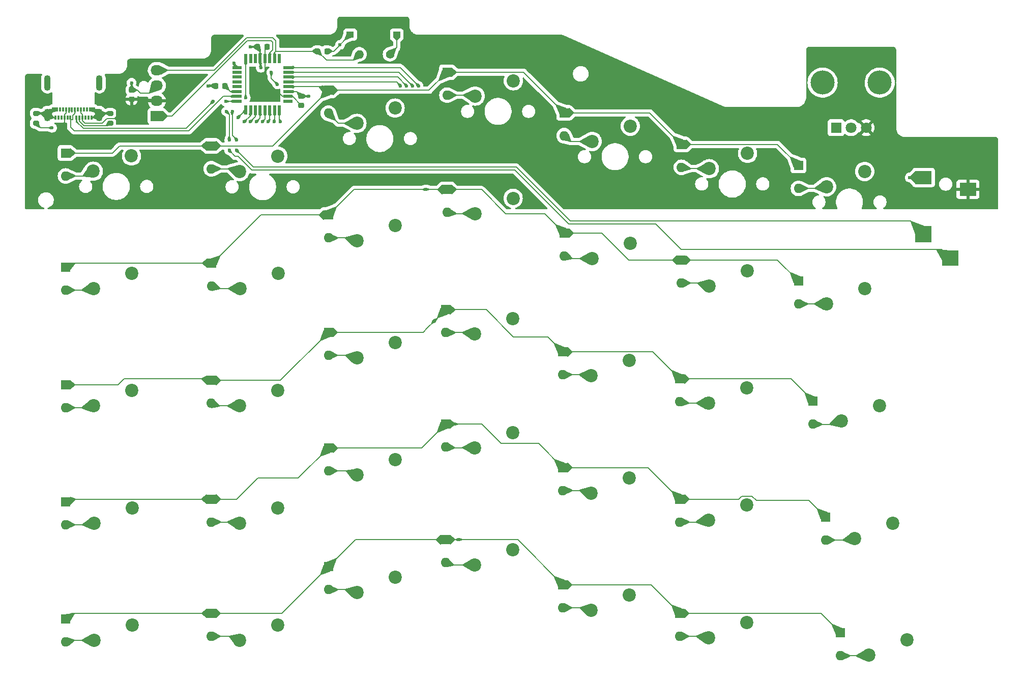
<source format=gbr>
%TF.GenerationSoftware,KiCad,Pcbnew,8.0.6*%
%TF.CreationDate,2024-10-31T21:18:19+01:00*%
%TF.ProjectId,keyboard,6b657962-6f61-4726-942e-6b696361645f,rev?*%
%TF.SameCoordinates,Original*%
%TF.FileFunction,Copper,L1,Top*%
%TF.FilePolarity,Positive*%
%FSLAX46Y46*%
G04 Gerber Fmt 4.6, Leading zero omitted, Abs format (unit mm)*
G04 Created by KiCad (PCBNEW 8.0.6) date 2024-10-31 21:18:19*
%MOMM*%
%LPD*%
G01*
G04 APERTURE LIST*
G04 Aperture macros list*
%AMRoundRect*
0 Rectangle with rounded corners*
0 $1 Rounding radius*
0 $2 $3 $4 $5 $6 $7 $8 $9 X,Y pos of 4 corners*
0 Add a 4 corners polygon primitive as box body*
4,1,4,$2,$3,$4,$5,$6,$7,$8,$9,$2,$3,0*
0 Add four circle primitives for the rounded corners*
1,1,$1+$1,$2,$3*
1,1,$1+$1,$4,$5*
1,1,$1+$1,$6,$7*
1,1,$1+$1,$8,$9*
0 Add four rect primitives between the rounded corners*
20,1,$1+$1,$2,$3,$4,$5,0*
20,1,$1+$1,$4,$5,$6,$7,0*
20,1,$1+$1,$6,$7,$8,$9,0*
20,1,$1+$1,$8,$9,$2,$3,0*%
G04 Aperture macros list end*
%TA.AperFunction,ComponentPad*%
%ADD10C,2.200000*%
%TD*%
%TA.AperFunction,SMDPad,CuDef*%
%ADD11RoundRect,0.225000X-0.225000X-0.250000X0.225000X-0.250000X0.225000X0.250000X-0.225000X0.250000X0*%
%TD*%
%TA.AperFunction,SMDPad,CuDef*%
%ADD12RoundRect,0.225000X-0.250000X0.225000X-0.250000X-0.225000X0.250000X-0.225000X0.250000X0.225000X0*%
%TD*%
%TA.AperFunction,ComponentPad*%
%ADD13C,1.400000*%
%TD*%
%TA.AperFunction,ComponentPad*%
%ADD14O,1.400000X1.400000*%
%TD*%
%TA.AperFunction,SMDPad,CuDef*%
%ADD15R,2.800000X2.600000*%
%TD*%
%TA.AperFunction,SMDPad,CuDef*%
%ADD16R,2.800000X2.200000*%
%TD*%
%TA.AperFunction,SMDPad,CuDef*%
%ADD17R,2.800000X2.800000*%
%TD*%
%TA.AperFunction,SMDPad,CuDef*%
%ADD18RoundRect,0.200000X0.275000X-0.200000X0.275000X0.200000X-0.275000X0.200000X-0.275000X-0.200000X0*%
%TD*%
%TA.AperFunction,SMDPad,CuDef*%
%ADD19R,1.250000X1.000000*%
%TD*%
%TA.AperFunction,SMDPad,CuDef*%
%ADD20R,0.300000X0.700000*%
%TD*%
%TA.AperFunction,SMDPad,CuDef*%
%ADD21R,1.000000X0.700000*%
%TD*%
%TA.AperFunction,ComponentPad*%
%ADD22O,1.100000X2.100000*%
%TD*%
%TA.AperFunction,ComponentPad*%
%ADD23O,1.100000X2.600000*%
%TD*%
%TA.AperFunction,ComponentPad*%
%ADD24C,1.800000*%
%TD*%
%TA.AperFunction,ComponentPad*%
%ADD25R,1.800000X1.800000*%
%TD*%
%TA.AperFunction,ComponentPad*%
%ADD26O,4.000000X4.000000*%
%TD*%
%TA.AperFunction,SMDPad,CuDef*%
%ADD27R,1.600000X0.550000*%
%TD*%
%TA.AperFunction,SMDPad,CuDef*%
%ADD28R,0.550000X1.600000*%
%TD*%
%TA.AperFunction,SMDPad,CuDef*%
%ADD29RoundRect,0.225000X0.250000X-0.225000X0.250000X0.225000X-0.250000X0.225000X-0.250000X-0.225000X0*%
%TD*%
%TA.AperFunction,ComponentPad*%
%ADD30O,2.030000X1.730000*%
%TD*%
%TA.AperFunction,ComponentPad*%
%ADD31R,2.030000X1.730000*%
%TD*%
%TA.AperFunction,ComponentPad*%
%ADD32R,1.600000X1.600000*%
%TD*%
%TA.AperFunction,ComponentPad*%
%ADD33O,1.600000X1.600000*%
%TD*%
%TA.AperFunction,ViaPad*%
%ADD34C,0.600000*%
%TD*%
%TA.AperFunction,ViaPad*%
%ADD35C,0.300000*%
%TD*%
%TA.AperFunction,Conductor*%
%ADD36C,0.200000*%
%TD*%
G04 APERTURE END LIST*
D10*
%TO.P,SW26,2,2*%
%TO.N,Net-(D26-A)*%
X174410000Y-56790000D03*
%TO.P,SW26,1,1*%
%TO.N,col6*%
X180760000Y-54250000D03*
%TD*%
D11*
%TO.P,C6,1*%
%TO.N,Net-(J3-Pin_4)*%
X109200000Y-37250000D03*
%TO.P,C6,2*%
%TO.N,GND*%
X110750000Y-37250000D03*
%TD*%
D12*
%TO.P,C4,1*%
%TO.N,GND*%
X106500000Y-44725000D03*
%TO.P,C4,2*%
%TO.N,VDD*%
X106500000Y-46275000D03*
%TD*%
D13*
%TO.P,R1,1*%
%TO.N,Net-(R1-Pad1)*%
X121250000Y-37750000D03*
D14*
%TO.P,R1,2*%
%TO.N,Net-(J3-Pin_4)*%
X116170000Y-37750000D03*
%TD*%
D10*
%TO.P,SW22,2,2*%
%TO.N,Net-(D22-A)*%
X154910000Y-71750000D03*
%TO.P,SW22,1,1*%
%TO.N,col5*%
X161260000Y-69210000D03*
%TD*%
%TO.P,SW27,2,2*%
%TO.N,Net-(D27-A)*%
X174410000Y-76290000D03*
%TO.P,SW27,1,1*%
%TO.N,col6*%
X180760000Y-73750000D03*
%TD*%
%TO.P,SW31,2,2*%
%TO.N,Net-(D31-A)*%
X193910000Y-59790000D03*
%TO.P,SW31,1,1*%
%TO.N,col7*%
X200260000Y-57250000D03*
%TD*%
D15*
%TO.P,J2,T*%
%TO.N,scl*%
X214500000Y-71650000D03*
D16*
%TO.P,J2,S*%
%TO.N,GND*%
X210050000Y-58250000D03*
%TO.P,J2,R2*%
%TO.N,VDD*%
X217450000Y-60250000D03*
D17*
%TO.P,J2,R1*%
%TO.N,sda*%
X210050000Y-67650000D03*
%TD*%
D10*
%TO.P,SW7,2,2*%
%TO.N,Net-(D7-A)*%
X96330000Y-76750000D03*
%TO.P,SW7,1,1*%
%TO.N,col2*%
X102680000Y-74210000D03*
%TD*%
%TO.P,SW25,2,2*%
%TO.N,Net-(D25-A)*%
X154750000Y-130250000D03*
%TO.P,SW25,1,1*%
%TO.N,col5*%
X161100000Y-127710000D03*
%TD*%
%TO.P,SW28,2,2*%
%TO.N,Net-(D28-A)*%
X174250000Y-95790000D03*
%TO.P,SW28,1,1*%
%TO.N,col6*%
X180600000Y-93250000D03*
%TD*%
%TO.P,SW24,2,2*%
%TO.N,Net-(D24-A)*%
X154750000Y-110750000D03*
%TO.P,SW24,1,1*%
%TO.N,col5*%
X161100000Y-108210000D03*
%TD*%
%TO.P,SW34,2,2*%
%TO.N,Net-(D34-A)*%
X198610000Y-118290000D03*
%TO.P,SW34,1,1*%
%TO.N,col7*%
X204960000Y-115750000D03*
%TD*%
D18*
%TO.P,R2,1*%
%TO.N,Net-(J1-CC1)*%
X74700000Y-49225000D03*
%TO.P,R2,2*%
%TO.N,GND*%
X74700000Y-47575000D03*
%TD*%
D10*
%TO.P,SW9,2,2*%
%TO.N,Net-(D9-A)*%
X96250000Y-115750000D03*
%TO.P,SW9,1,1*%
%TO.N,col2*%
X102600000Y-113210000D03*
%TD*%
%TO.P,SW8,2,2*%
%TO.N,Net-(D8-A)*%
X96250000Y-96250000D03*
%TO.P,SW8,1,1*%
%TO.N,col2*%
X102600000Y-93710000D03*
%TD*%
%TO.P,SW13,2,2*%
%TO.N,Net-(D13-A)*%
X115750000Y-88250000D03*
%TO.P,SW13,1,1*%
%TO.N,col3*%
X122100000Y-85710000D03*
%TD*%
D19*
%TO.P,SW36,1,1*%
%TO.N,GND*%
X114625000Y-34500000D03*
%TO.P,SW36,2,2*%
%TO.N,Net-(R1-Pad1)*%
X122375000Y-34500000D03*
%TD*%
D10*
%TO.P,SW15,2,2*%
%TO.N,Net-(D15-A)*%
X115750000Y-127250000D03*
%TO.P,SW15,1,1*%
%TO.N,col3*%
X122100000Y-124710000D03*
%TD*%
%TO.P,SW14,2,2*%
%TO.N,Net-(D14-A)*%
X115750000Y-107750000D03*
%TO.P,SW14,1,1*%
%TO.N,col3*%
X122100000Y-105210000D03*
%TD*%
%TO.P,SW20,2,2*%
%TO.N,Net-(D20-A)*%
X135360000Y-122710000D03*
%TO.P,SW20,1,1*%
%TO.N,col4*%
X141710000Y-120170000D03*
%TD*%
D20*
%TO.P,J1,A1,GND*%
%TO.N,GND*%
X71570000Y-48270000D03*
%TO.P,J1,A2*%
%TO.N,N/C*%
X71070000Y-48270000D03*
%TO.P,J1,A3*%
X70570000Y-48270000D03*
%TO.P,J1,A4,VBUS*%
%TO.N,VDD*%
X70070000Y-48270000D03*
%TO.P,J1,A5,CC1*%
%TO.N,Net-(J1-CC1)*%
X69570000Y-48270000D03*
%TO.P,J1,A6,D+*%
%TO.N,dp*%
X69070000Y-48270000D03*
%TO.P,J1,A7,D-*%
%TO.N,dm*%
X68070000Y-48270000D03*
%TO.P,J1,A8*%
%TO.N,N/C*%
X67570000Y-48270000D03*
%TO.P,J1,A9,VBUS*%
%TO.N,VDD*%
X67070000Y-48270000D03*
%TO.P,J1,A10*%
%TO.N,N/C*%
X66570000Y-48270000D03*
%TO.P,J1,A11*%
X66070000Y-48270000D03*
%TO.P,J1,A12,GND*%
%TO.N,GND*%
X65570000Y-48270000D03*
D21*
%TO.P,J1,B1,GND*%
X65470000Y-46970000D03*
D20*
%TO.P,J1,B2*%
%TO.N,N/C*%
X66320000Y-46970000D03*
%TO.P,J1,B3*%
X66820000Y-46970000D03*
%TO.P,J1,B4,VBUS*%
%TO.N,VDD*%
X67320000Y-46970000D03*
%TO.P,J1,B5,CC2*%
%TO.N,Net-(J1-CC2)*%
X67820000Y-46970000D03*
%TO.P,J1,B6,D+*%
%TO.N,dp*%
X68320000Y-46970000D03*
%TO.P,J1,B7,D-*%
%TO.N,dm*%
X68820000Y-46970000D03*
%TO.P,J1,B8*%
%TO.N,N/C*%
X69320000Y-46970000D03*
%TO.P,J1,B9,VBUS*%
%TO.N,VDD*%
X69820000Y-46970000D03*
%TO.P,J1,B10*%
%TO.N,N/C*%
X70320000Y-46970000D03*
%TO.P,J1,B11*%
X70820000Y-46970000D03*
D21*
%TO.P,J1,B12,GND*%
%TO.N,GND*%
X71670000Y-46970000D03*
D22*
%TO.P,J1,S1,SHIELD*%
X72890000Y-47860000D03*
D23*
X72890000Y-42500000D03*
D22*
X64250000Y-47860000D03*
D23*
X64250000Y-42500000D03*
%TD*%
D11*
%TO.P,C5,1*%
%TO.N,GND*%
X99225000Y-36500000D03*
%TO.P,C5,2*%
%TO.N,VDD*%
X100775000Y-36500000D03*
%TD*%
D10*
%TO.P,SW4,2,2*%
%TO.N,Net-(D4-A)*%
X72020000Y-115750000D03*
%TO.P,SW4,1,1*%
%TO.N,col1*%
X78370000Y-113210000D03*
%TD*%
%TO.P,SW19,2,2*%
%TO.N,Net-(D19-A)*%
X135360000Y-103210000D03*
%TO.P,SW19,1,1*%
%TO.N,col4*%
X141710000Y-100670000D03*
%TD*%
%TO.P,SW2,2,2*%
%TO.N,Net-(D1-A)*%
X71880000Y-57210000D03*
%TO.P,SW2,1,1*%
%TO.N,col1*%
X78230000Y-54670000D03*
%TD*%
D18*
%TO.P,R3,1*%
%TO.N,Net-(J1-CC2)*%
X62320000Y-49225000D03*
%TO.P,R3,2*%
%TO.N,GND*%
X62320000Y-47575000D03*
%TD*%
D24*
%TO.P,RV1,3,3*%
%TO.N,VDD*%
X200500000Y-49975000D03*
%TO.P,RV1,2,2*%
%TO.N,Net-(U1-PC3)*%
X198000000Y-49975000D03*
D25*
%TO.P,RV1,1,1*%
%TO.N,GND*%
X195500000Y-49975000D03*
D26*
%TO.P,RV1,*%
%TO.N,*%
X202750000Y-42475000D03*
X193250000Y-42475000D03*
%TD*%
D10*
%TO.P,SW11,2,2*%
%TO.N,Net-(D11-A)*%
X115750000Y-49250000D03*
%TO.P,SW11,1,1*%
%TO.N,col3*%
X122100000Y-46710000D03*
%TD*%
D11*
%TO.P,C3,1*%
%TO.N,GND*%
X92225000Y-43000000D03*
%TO.P,C3,2*%
%TO.N,Net-(U1-VUSB)*%
X93775000Y-43000000D03*
%TD*%
D10*
%TO.P,SW6,2,2*%
%TO.N,Net-(D6-A)*%
X96250000Y-57250000D03*
%TO.P,SW6,1,1*%
%TO.N,col2*%
X102600000Y-54710000D03*
%TD*%
%TO.P,SW16,2,2*%
%TO.N,Net-(D16-A)*%
X135440000Y-44710000D03*
%TO.P,SW16,1,1*%
%TO.N,col4*%
X141790000Y-42170000D03*
%TD*%
D27*
%TO.P,U1,1,PA3*%
%TO.N,scl*%
X95800000Y-39950000D03*
%TO.P,U1,2,PA4*%
%TO.N,unconnected-(U1-PA4-Pad2)*%
X95800000Y-40750000D03*
%TO.P,U1,3,PA5*%
%TO.N,unconnected-(U1-PA5-Pad3)*%
X95800000Y-41550000D03*
%TO.P,U1,4,PA6*%
%TO.N,unconnected-(U1-PA6-Pad4)*%
X95800000Y-42350000D03*
%TO.P,U1,5,PA7*%
%TO.N,unconnected-(U1-PA7-Pad5)*%
X95800000Y-43150000D03*
%TO.P,U1,6,VUSB*%
%TO.N,Net-(U1-VUSB)*%
X95800000Y-43950000D03*
%TO.P,U1,7,DM*%
%TO.N,dm*%
X95800000Y-44750000D03*
%TO.P,U1,8,DP*%
%TO.N,dp*%
X95800000Y-45550000D03*
D28*
%TO.P,U1,9,PC3*%
%TO.N,Net-(U1-PC3)*%
X97250000Y-47000000D03*
%TO.P,U1,10,PD0*%
%TO.N,col1*%
X98050000Y-47000000D03*
%TO.P,U1,11,PD1*%
%TO.N,col2*%
X98850000Y-47000000D03*
%TO.P,U1,12,PD2*%
%TO.N,col3*%
X99650000Y-47000000D03*
%TO.P,U1,13,PD3*%
%TO.N,col4*%
X100450000Y-47000000D03*
%TO.P,U1,14,PD4*%
%TO.N,col5*%
X101250000Y-47000000D03*
%TO.P,U1,15,PD5*%
%TO.N,col6*%
X102050000Y-47000000D03*
%TO.P,U1,16,PD6*%
%TO.N,col7*%
X102850000Y-47000000D03*
D27*
%TO.P,U1,17,PD7*%
%TO.N,unconnected-(U1-PD7-Pad17)*%
X104300000Y-45550000D03*
%TO.P,U1,18,VDD*%
%TO.N,VDD*%
X104300000Y-44750000D03*
%TO.P,U1,19,GND*%
%TO.N,GND*%
X104300000Y-43950000D03*
%TO.P,U1,20,XTAL32K1/PF0*%
%TO.N,row1*%
X104300000Y-43150000D03*
%TO.P,U1,21,XTAL32K2/PF1*%
%TO.N,row2*%
X104300000Y-42350000D03*
%TO.P,U1,22,PF2*%
%TO.N,row3*%
X104300000Y-41550000D03*
%TO.P,U1,23,PF3*%
%TO.N,row4*%
X104300000Y-40750000D03*
%TO.P,U1,24,PF4*%
%TO.N,row5*%
X104300000Y-39950000D03*
D28*
%TO.P,U1,25,PF5*%
%TO.N,unconnected-(U1-PF5-Pad25)*%
X102850000Y-38500000D03*
%TO.P,U1,26,~{RESET}/PF6*%
%TO.N,Net-(J3-Pin_4)*%
X102050000Y-38500000D03*
%TO.P,U1,27,UPDI*%
%TO.N,Net-(J3-Pin_1)*%
X101250000Y-38500000D03*
%TO.P,U1,28,VDD*%
%TO.N,VDD*%
X100450000Y-38500000D03*
%TO.P,U1,29,GND*%
%TO.N,GND*%
X99650000Y-38500000D03*
%TO.P,U1,30,PA0*%
%TO.N,unconnected-(U1-PA0-Pad30)*%
X98850000Y-38500000D03*
%TO.P,U1,31,PA1*%
%TO.N,unconnected-(U1-PA1-Pad31)*%
X98050000Y-38500000D03*
%TO.P,U1,32,PA2*%
%TO.N,sda*%
X97250000Y-38500000D03*
%TD*%
D10*
%TO.P,SW21,2,2*%
%TO.N,Net-(D21-A)*%
X154910000Y-52250000D03*
%TO.P,SW21,1,1*%
%TO.N,col5*%
X161260000Y-49710000D03*
%TD*%
%TO.P,SW32,2,2*%
%TO.N,Net-(D32-A)*%
X193910000Y-79290000D03*
%TO.P,SW32,1,1*%
%TO.N,col7*%
X200260000Y-76750000D03*
%TD*%
%TO.P,SW23,2,2*%
%TO.N,Net-(D23-A)*%
X154750000Y-91250000D03*
%TO.P,SW23,1,1*%
%TO.N,col5*%
X161100000Y-88710000D03*
%TD*%
%TO.P,SW3,2,2*%
%TO.N,Net-(D3-A)*%
X71940000Y-96250000D03*
%TO.P,SW3,1,1*%
%TO.N,col1*%
X78290000Y-93710000D03*
%TD*%
%TO.P,SW29,2,2*%
%TO.N,Net-(D29-A)*%
X174250000Y-115290000D03*
%TO.P,SW29,1,1*%
%TO.N,col6*%
X180600000Y-112750000D03*
%TD*%
D29*
%TO.P,C7,1*%
%TO.N,VDD*%
X78250000Y-45275000D03*
%TO.P,C7,2*%
%TO.N,GND*%
X78250000Y-43725000D03*
%TD*%
D10*
%TO.P,SW18,2,2*%
%TO.N,Net-(D18-A)*%
X135330000Y-84250000D03*
%TO.P,SW18,1,1*%
%TO.N,col4*%
X141680000Y-81710000D03*
%TD*%
D30*
%TO.P,J3,4,Pin_4*%
%TO.N,Net-(J3-Pin_4)*%
X82450000Y-40430000D03*
%TO.P,J3,3,Pin_3*%
%TO.N,GND*%
X82450000Y-42970000D03*
%TO.P,J3,2,Pin_2*%
%TO.N,VDD*%
X82450000Y-45510000D03*
D31*
%TO.P,J3,1,Pin_1*%
%TO.N,Net-(J3-Pin_1)*%
X82450000Y-48050000D03*
%TD*%
D10*
%TO.P,SW30,2,2*%
%TO.N,Net-(D30-A)*%
X174250000Y-134790000D03*
%TO.P,SW30,1,1*%
%TO.N,col6*%
X180600000Y-132250000D03*
%TD*%
%TO.P,SW10,2,2*%
%TO.N,Net-(D10-A)*%
X96250000Y-135250000D03*
%TO.P,SW10,1,1*%
%TO.N,col2*%
X102600000Y-132710000D03*
%TD*%
%TO.P,SW33,2,2*%
%TO.N,Net-(D33-A)*%
X196360000Y-98790000D03*
%TO.P,SW33,1,1*%
%TO.N,col7*%
X202710000Y-96250000D03*
%TD*%
%TO.P,SW12,2,2*%
%TO.N,Net-(D12-A)*%
X115750000Y-68750000D03*
%TO.P,SW12,1,1*%
%TO.N,col3*%
X122100000Y-66210000D03*
%TD*%
%TO.P,SW35,2,2*%
%TO.N,Net-(D35-A)*%
X200940000Y-137710000D03*
%TO.P,SW35,1,1*%
%TO.N,col7*%
X207290000Y-135170000D03*
%TD*%
%TO.P,SW17,2,2*%
%TO.N,Net-(D17-A)*%
X135400000Y-64250000D03*
%TO.P,SW17,1,1*%
%TO.N,col4*%
X141750000Y-61710000D03*
%TD*%
%TO.P,SW1,2,2*%
%TO.N,Net-(D2-A)*%
X71940000Y-76710000D03*
%TO.P,SW1,1,1*%
%TO.N,col1*%
X78290000Y-74170000D03*
%TD*%
%TO.P,SW5,2,2*%
%TO.N,Net-(D5-A)*%
X72020000Y-135250000D03*
%TO.P,SW5,1,1*%
%TO.N,col1*%
X78370000Y-132710000D03*
%TD*%
D32*
%TO.P,D35,1,K*%
%TO.N,row5*%
X196250000Y-133999314D03*
D33*
%TO.P,D35,2,A*%
%TO.N,Net-(D35-A)*%
X196250000Y-137809314D03*
%TD*%
D32*
%TO.P,D34,1,K*%
%TO.N,row4*%
X193750000Y-114750000D03*
D33*
%TO.P,D34,2,A*%
%TO.N,Net-(D34-A)*%
X193750000Y-118560000D03*
%TD*%
D32*
%TO.P,D33,1,K*%
%TO.N,row3*%
X191600000Y-95490000D03*
D33*
%TO.P,D33,2,A*%
%TO.N,Net-(D33-A)*%
X191600000Y-99300000D03*
%TD*%
D32*
%TO.P,D32,1,K*%
%TO.N,row2*%
X189250000Y-75500000D03*
D33*
%TO.P,D32,2,A*%
%TO.N,Net-(D32-A)*%
X189250000Y-79310000D03*
%TD*%
D32*
%TO.P,D31,1,K*%
%TO.N,row1*%
X189250000Y-56249314D03*
D33*
%TO.P,D31,2,A*%
%TO.N,Net-(D31-A)*%
X189250000Y-60059314D03*
%TD*%
D32*
%TO.P,D30,1,K*%
%TO.N,row5*%
X169500000Y-130750000D03*
D33*
%TO.P,D30,2,A*%
%TO.N,Net-(D30-A)*%
X169500000Y-134560000D03*
%TD*%
D32*
%TO.P,D29,1,K*%
%TO.N,row4*%
X169500000Y-111749314D03*
D33*
%TO.P,D29,2,A*%
%TO.N,Net-(D29-A)*%
X169500000Y-115559314D03*
%TD*%
D32*
%TO.P,D28,1,K*%
%TO.N,row3*%
X169500000Y-91750000D03*
D33*
%TO.P,D28,2,A*%
%TO.N,Net-(D28-A)*%
X169500000Y-95560000D03*
%TD*%
D32*
%TO.P,D27,1,K*%
%TO.N,row2*%
X169750000Y-72000000D03*
D33*
%TO.P,D27,2,A*%
%TO.N,Net-(D27-A)*%
X169750000Y-75810000D03*
%TD*%
D32*
%TO.P,D26,1,K*%
%TO.N,row1*%
X169750000Y-52750000D03*
D33*
%TO.P,D26,2,A*%
%TO.N,Net-(D26-A)*%
X169750000Y-56560000D03*
%TD*%
D32*
%TO.P,D25,1,K*%
%TO.N,row5*%
X150000000Y-126000000D03*
D33*
%TO.P,D25,2,A*%
%TO.N,Net-(D25-A)*%
X150000000Y-129810000D03*
%TD*%
D32*
%TO.P,D24,1,K*%
%TO.N,row4*%
X150000000Y-106500000D03*
D33*
%TO.P,D24,2,A*%
%TO.N,Net-(D24-A)*%
X150000000Y-110310000D03*
%TD*%
D32*
%TO.P,D23,1,K*%
%TO.N,row3*%
X150000000Y-87250000D03*
D33*
%TO.P,D23,2,A*%
%TO.N,Net-(D23-A)*%
X150000000Y-91060000D03*
%TD*%
D32*
%TO.P,D22,1,K*%
%TO.N,row2*%
X150250000Y-67500000D03*
D33*
%TO.P,D22,2,A*%
%TO.N,Net-(D22-A)*%
X150250000Y-71310000D03*
%TD*%
D32*
%TO.P,D21,1,K*%
%TO.N,row1*%
X150250000Y-47500000D03*
D33*
%TO.P,D21,2,A*%
%TO.N,Net-(D21-A)*%
X150250000Y-51310000D03*
%TD*%
D32*
%TO.P,D20,1,K*%
%TO.N,row5*%
X130500000Y-118500000D03*
D33*
%TO.P,D20,2,A*%
%TO.N,Net-(D20-A)*%
X130500000Y-122310000D03*
%TD*%
D32*
%TO.P,D19,1,K*%
%TO.N,row4*%
X130500000Y-99250000D03*
D33*
%TO.P,D19,2,A*%
%TO.N,Net-(D19-A)*%
X130500000Y-103060000D03*
%TD*%
D32*
%TO.P,D18,1,K*%
%TO.N,row3*%
X130500000Y-80250000D03*
D33*
%TO.P,D18,2,A*%
%TO.N,Net-(D18-A)*%
X130500000Y-84060000D03*
%TD*%
D32*
%TO.P,D17,1,K*%
%TO.N,row2*%
X130750000Y-60250000D03*
D33*
%TO.P,D17,2,A*%
%TO.N,Net-(D17-A)*%
X130750000Y-64060000D03*
%TD*%
D32*
%TO.P,D16,1,K*%
%TO.N,row1*%
X130750000Y-40750000D03*
D33*
%TO.P,D16,2,A*%
%TO.N,Net-(D16-A)*%
X130750000Y-44560000D03*
%TD*%
D32*
%TO.P,D15,1,K*%
%TO.N,row5*%
X111000000Y-123000000D03*
D33*
%TO.P,D15,2,A*%
%TO.N,Net-(D15-A)*%
X111000000Y-126810000D03*
%TD*%
D32*
%TO.P,D14,1,K*%
%TO.N,row4*%
X111000000Y-103250000D03*
D33*
%TO.P,D14,2,A*%
%TO.N,Net-(D14-A)*%
X111000000Y-107060000D03*
%TD*%
D32*
%TO.P,D13,1,K*%
%TO.N,row3*%
X111000000Y-84000000D03*
D33*
%TO.P,D13,2,A*%
%TO.N,Net-(D13-A)*%
X111000000Y-87810000D03*
%TD*%
D32*
%TO.P,D12,1,K*%
%TO.N,row2*%
X111000000Y-64500000D03*
D33*
%TO.P,D12,2,A*%
%TO.N,Net-(D12-A)*%
X111000000Y-68310000D03*
%TD*%
D32*
%TO.P,D11,1,K*%
%TO.N,row1*%
X111000000Y-43750000D03*
D33*
%TO.P,D11,2,A*%
%TO.N,Net-(D11-A)*%
X111000000Y-47560000D03*
%TD*%
D32*
%TO.P,D10,1,K*%
%TO.N,row5*%
X91500000Y-130750000D03*
D33*
%TO.P,D10,2,A*%
%TO.N,Net-(D10-A)*%
X91500000Y-134560000D03*
%TD*%
D32*
%TO.P,D9,1,K*%
%TO.N,row4*%
X91500000Y-111750000D03*
D33*
%TO.P,D9,2,A*%
%TO.N,Net-(D9-A)*%
X91500000Y-115560000D03*
%TD*%
D32*
%TO.P,D8,1,K*%
%TO.N,row3*%
X91500000Y-92000000D03*
D33*
%TO.P,D8,2,A*%
%TO.N,Net-(D8-A)*%
X91500000Y-95810000D03*
%TD*%
D32*
%TO.P,D7,1,K*%
%TO.N,row2*%
X91590000Y-72520000D03*
D33*
%TO.P,D7,2,A*%
%TO.N,Net-(D7-A)*%
X91590000Y-76330000D03*
%TD*%
D32*
%TO.P,D6,1,K*%
%TO.N,row1*%
X91500000Y-53000000D03*
D33*
%TO.P,D6,2,A*%
%TO.N,Net-(D6-A)*%
X91500000Y-56810000D03*
%TD*%
D32*
%TO.P,D5,1,K*%
%TO.N,row5*%
X67250000Y-131689999D03*
D33*
%TO.P,D5,2,A*%
%TO.N,Net-(D5-A)*%
X67250000Y-135499999D03*
%TD*%
D32*
%TO.P,D4,1,K*%
%TO.N,row4*%
X67250000Y-112189999D03*
D33*
%TO.P,D4,2,A*%
%TO.N,Net-(D4-A)*%
X67250000Y-115999999D03*
%TD*%
D32*
%TO.P,D3,1,K*%
%TO.N,row3*%
X67250000Y-92750000D03*
D33*
%TO.P,D3,2,A*%
%TO.N,Net-(D3-A)*%
X67250000Y-96560000D03*
%TD*%
D32*
%TO.P,D2,1,K*%
%TO.N,row2*%
X67250000Y-73189999D03*
D33*
%TO.P,D2,2,A*%
%TO.N,Net-(D2-A)*%
X67250000Y-76999999D03*
%TD*%
D32*
%TO.P,D1,1,K*%
%TO.N,row1*%
X67250000Y-54189314D03*
D33*
%TO.P,D1,2,A*%
%TO.N,Net-(D1-A)*%
X67250000Y-57999314D03*
%TD*%
D34*
%TO.N,VDD*%
X67100000Y-50000000D03*
X76375000Y-48425000D03*
D35*
%TO.N,dp*%
X68320000Y-47390000D03*
%TO.N,Net-(J1-CC2)*%
X67820000Y-47420000D03*
%TO.N,dp*%
X69070000Y-48950000D03*
D34*
%TO.N,Net-(J1-CC2)*%
X65000000Y-50000000D03*
%TO.N,dp*%
X91800000Y-45600000D03*
%TO.N,GND*%
X99750000Y-40000000D03*
X101500000Y-40750000D03*
X102500000Y-42750000D03*
%TO.N,VDD*%
X100450000Y-41900000D03*
%TO.N,GND*%
X78250000Y-42500000D03*
X207750000Y-58250000D03*
X98000000Y-36500000D03*
X112937500Y-36187500D03*
X91000000Y-43000000D03*
X107750000Y-44750000D03*
%TO.N,row2*%
X127250000Y-60250000D03*
X123000000Y-43000000D03*
%TO.N,row3*%
X124000000Y-43000000D03*
X128625000Y-82125000D03*
%TO.N,row4*%
X125000000Y-43000000D03*
X132000000Y-99250000D03*
%TO.N,row5*%
X126000000Y-43000000D03*
X132750000Y-118500000D03*
%TO.N,dp*%
X93900000Y-45600000D03*
%TO.N,scl*%
X94500000Y-52000000D03*
X95250000Y-39250000D03*
X94500000Y-53750000D03*
X94000000Y-47250000D03*
%TO.N,Net-(U1-PC3)*%
X96000000Y-48250000D03*
%TO.N,col1*%
X97000000Y-49000000D03*
%TO.N,col2*%
X98000000Y-49000000D03*
%TO.N,col3*%
X99000000Y-49000000D03*
%TO.N,col4*%
X100000000Y-49000000D03*
%TO.N,col5*%
X101000000Y-49000000D03*
%TO.N,col6*%
X102000000Y-49000000D03*
%TO.N,col7*%
X103000000Y-49000000D03*
%TO.N,sda*%
X95750000Y-53750000D03*
X97250000Y-45000000D03*
X95750000Y-52000000D03*
X95000000Y-47250000D03*
%TD*%
D36*
%TO.N,VDD*%
X67070000Y-50000000D02*
X67100000Y-50000000D01*
X67070000Y-48270000D02*
X67070000Y-50000000D01*
%TO.N,Net-(D7-A)*%
X91590000Y-76330000D02*
X92010000Y-76750000D01*
X92010000Y-76750000D02*
X96330000Y-76750000D01*
%TO.N,row2*%
X91730000Y-72520000D02*
X91590000Y-72520000D01*
X99750000Y-64500000D02*
X91730000Y-72520000D01*
X67939999Y-72500000D02*
X67250000Y-73189999D01*
X111000000Y-64500000D02*
X99750000Y-64500000D01*
X91590000Y-72520000D02*
X91570000Y-72500000D01*
X91570000Y-72500000D02*
X67939999Y-72500000D01*
%TO.N,Net-(D33-A)*%
X195840000Y-99310000D02*
X196360000Y-98790000D01*
X191600000Y-99300000D02*
X191610000Y-99310000D01*
%TO.N,row3*%
X169500000Y-91750000D02*
X188000000Y-91750000D01*
X188000000Y-91750000D02*
X191600000Y-95350000D01*
X191600000Y-95350000D02*
X191600000Y-95490000D01*
%TO.N,Net-(D33-A)*%
X191610000Y-99310000D02*
X195840000Y-99310000D01*
%TO.N,Net-(D8-A)*%
X91500000Y-95810000D02*
X91940000Y-96250000D01*
X91940000Y-96250000D02*
X96250000Y-96250000D01*
%TO.N,dp*%
X69070000Y-48270000D02*
X69070000Y-48950000D01*
X87300000Y-50100000D02*
X91800000Y-45600000D01*
X69070000Y-48950000D02*
X70220000Y-50100000D01*
X70220000Y-50100000D02*
X87300000Y-50100000D01*
X68320000Y-47390000D02*
X68320000Y-46970000D01*
%TO.N,Net-(J1-CC2)*%
X67820000Y-47420000D02*
X67820000Y-46970000D01*
%TO.N,dm*%
X68470000Y-48670000D02*
X68100000Y-48670000D01*
X68820000Y-47590000D02*
X68490000Y-47920000D01*
X68490000Y-47920000D02*
X68490000Y-48650000D01*
X68820000Y-46970000D02*
X68820000Y-47590000D01*
X68100000Y-48670000D02*
X68100000Y-48860000D01*
X68490000Y-48650000D02*
X68470000Y-48670000D01*
X68100000Y-48350000D02*
X68100000Y-48670000D01*
X68100000Y-48860000D02*
X68100000Y-49900000D01*
%TO.N,Net-(D34-A)*%
X198340000Y-118560000D02*
X198610000Y-118290000D01*
X193750000Y-118560000D02*
X198340000Y-118560000D01*
%TO.N,VDD*%
X76375000Y-48425000D02*
X78250000Y-46550000D01*
X73325000Y-49225000D02*
X74125000Y-48425000D01*
X70500000Y-49225000D02*
X73325000Y-49225000D01*
X74125000Y-48425000D02*
X76375000Y-48425000D01*
X70070000Y-48795000D02*
X70500000Y-49225000D01*
X70070000Y-48270000D02*
X70070000Y-48795000D01*
X78250000Y-46550000D02*
X78250000Y-45275000D01*
%TO.N,Net-(J1-CC1)*%
X74275000Y-49650000D02*
X74700000Y-49225000D01*
X70350000Y-49650000D02*
X74275000Y-49650000D01*
X70350000Y-49650000D02*
X69570000Y-48870000D01*
X69570000Y-48870000D02*
X69570000Y-48270000D01*
%TO.N,VDD*%
X70070000Y-47745000D02*
X70070000Y-48270000D01*
X69820000Y-46970000D02*
X69820000Y-47495000D01*
X69820000Y-47495000D02*
X70070000Y-47745000D01*
X67070000Y-47755000D02*
X67070000Y-48270000D01*
X67320000Y-46970000D02*
X67320000Y-47505000D01*
X67320000Y-47505000D02*
X67070000Y-47755000D01*
%TO.N,Net-(J1-CC2)*%
X65000000Y-50000000D02*
X63095000Y-50000000D01*
X63095000Y-50000000D02*
X62320000Y-49225000D01*
%TO.N,GND*%
X62320000Y-47575000D02*
X63965000Y-47575000D01*
X63965000Y-47575000D02*
X64250000Y-47860000D01*
%TO.N,dm*%
X95775000Y-44775000D02*
X95800000Y-44750000D01*
X68100000Y-49900000D02*
X68700000Y-50500000D01*
X68700000Y-50500000D02*
X87750000Y-50500000D01*
X87750000Y-50500000D02*
X93475000Y-44775000D01*
X68070000Y-48320000D02*
X68100000Y-48350000D01*
X93475000Y-44775000D02*
X95775000Y-44775000D01*
X68070000Y-48270000D02*
X68070000Y-48320000D01*
%TO.N,GND*%
X73175000Y-47575000D02*
X72890000Y-47860000D01*
X74700000Y-47575000D02*
X73175000Y-47575000D01*
%TO.N,Net-(J1-CC1)*%
X74725000Y-49500000D02*
X74750000Y-49525000D01*
%TO.N,GND*%
X99750000Y-38600000D02*
X99650000Y-38500000D01*
X99750000Y-40000000D02*
X99750000Y-38600000D01*
X102500000Y-42750000D02*
X101500000Y-41750000D01*
X101500000Y-41750000D02*
X101500000Y-40750000D01*
%TO.N,VDD*%
X103300000Y-44750000D02*
X104300000Y-44750000D01*
X100450000Y-41900000D02*
X103300000Y-44750000D01*
X100450000Y-38500000D02*
X100450000Y-41900000D01*
%TO.N,GND*%
X104350000Y-44000000D02*
X104300000Y-43950000D01*
X65570000Y-48270000D02*
X64660000Y-48270000D01*
X79750000Y-44250000D02*
X81170000Y-44250000D01*
X106500000Y-44725000D02*
X106525000Y-44750000D01*
X98000000Y-36500000D02*
X99225000Y-36500000D01*
X111875000Y-37250000D02*
X114625000Y-34500000D01*
X210050000Y-58250000D02*
X207750000Y-58250000D01*
X99650000Y-38500000D02*
X99650000Y-36925000D01*
X106525000Y-44750000D02*
X107750000Y-44750000D01*
X65140000Y-46970000D02*
X64250000Y-47860000D01*
X65470000Y-46970000D02*
X65140000Y-46970000D01*
X78250000Y-43725000D02*
X78250000Y-42500000D01*
X64135000Y-47975000D02*
X64250000Y-47860000D01*
X105725000Y-43950000D02*
X106500000Y-44725000D01*
X78250000Y-43725000D02*
X79225000Y-43725000D01*
X72000000Y-46970000D02*
X72890000Y-47860000D01*
X104300000Y-43950000D02*
X105725000Y-43950000D01*
X79225000Y-43725000D02*
X79750000Y-44250000D01*
X99650000Y-36925000D02*
X99225000Y-36500000D01*
X110750000Y-37250000D02*
X111875000Y-37250000D01*
X71570000Y-48270000D02*
X72480000Y-48270000D01*
X72480000Y-48270000D02*
X72890000Y-47860000D01*
X64660000Y-48270000D02*
X64250000Y-47860000D01*
X71670000Y-46970000D02*
X72000000Y-46970000D01*
X81170000Y-44250000D02*
X82450000Y-42970000D01*
X91000000Y-43000000D02*
X92225000Y-43000000D01*
%TO.N,Net-(U1-VUSB)*%
X93775000Y-43000000D02*
X94725000Y-43950000D01*
X94725000Y-43950000D02*
X95800000Y-43950000D01*
%TO.N,VDD*%
X100450000Y-38500000D02*
X100450000Y-36825000D01*
X106500000Y-46275000D02*
X106500000Y-46250000D01*
X78250000Y-45275000D02*
X82215000Y-45275000D01*
X106500000Y-46250000D02*
X105000000Y-44750000D01*
X105000000Y-44750000D02*
X104300000Y-44750000D01*
X100450000Y-36825000D02*
X100775000Y-36500000D01*
X82215000Y-45275000D02*
X82450000Y-45510000D01*
%TO.N,Net-(J3-Pin_4)*%
X102250000Y-37250000D02*
X109200000Y-37250000D01*
X97434314Y-35000000D02*
X101750000Y-35000000D01*
X102050000Y-38500000D02*
X102050000Y-37450000D01*
X116170000Y-37750000D02*
X115170000Y-38750000D01*
X82450000Y-40430000D02*
X92004314Y-40430000D01*
X102250000Y-35500000D02*
X102250000Y-37250000D01*
X115170000Y-38750000D02*
X110700000Y-38750000D01*
X102050000Y-37450000D02*
X102250000Y-37250000D01*
X110700000Y-38750000D02*
X109200000Y-37250000D01*
X92004314Y-40430000D02*
X97434314Y-35000000D01*
X101750000Y-35000000D02*
X102250000Y-35500000D01*
%TO.N,Net-(D1-A)*%
X67250000Y-57999314D02*
X71090686Y-57999314D01*
X71090686Y-57999314D02*
X71880000Y-57210000D01*
%TO.N,row1*%
X101750000Y-53000000D02*
X111000000Y-43750000D01*
X164500000Y-47500000D02*
X169750000Y-52750000D01*
X130750000Y-40750000D02*
X143500000Y-40750000D01*
X150250000Y-47500000D02*
X164500000Y-47500000D01*
X91500000Y-53000000D02*
X101750000Y-53000000D01*
X111000000Y-43750000D02*
X127750000Y-43750000D01*
X75060686Y-54189314D02*
X76250000Y-53000000D01*
X185750686Y-52750000D02*
X189250000Y-56249314D01*
X104300000Y-43150000D02*
X110400000Y-43150000D01*
X143500000Y-40750000D02*
X150250000Y-47500000D01*
X127750000Y-43750000D02*
X130750000Y-40750000D01*
X110400000Y-43150000D02*
X111000000Y-43750000D01*
X169750000Y-52750000D02*
X185750686Y-52750000D01*
X67250000Y-54189314D02*
X75060686Y-54189314D01*
X76250000Y-53000000D02*
X91500000Y-53000000D01*
%TO.N,Net-(D2-A)*%
X67250000Y-76999999D02*
X71650001Y-76999999D01*
X71650001Y-76999999D02*
X71940000Y-76710000D01*
%TO.N,row2*%
X126500000Y-60250000D02*
X115250000Y-60250000D01*
X189250000Y-75500000D02*
X185750000Y-72000000D01*
X122350000Y-42350000D02*
X123000000Y-43000000D01*
X136500000Y-60250000D02*
X130750000Y-60250000D01*
X115250000Y-60250000D02*
X111000000Y-64500000D01*
X147000000Y-64250000D02*
X140500000Y-64250000D01*
X104300000Y-42350000D02*
X122350000Y-42350000D01*
X169750000Y-72000000D02*
X161000000Y-72000000D01*
X185750000Y-72000000D02*
X169750000Y-72000000D01*
X127250000Y-60250000D02*
X126500000Y-60250000D01*
X161000000Y-72000000D02*
X156500000Y-67500000D01*
X150250000Y-67500000D02*
X147000000Y-64250000D01*
X130750000Y-60250000D02*
X127250000Y-60250000D01*
X140500000Y-64250000D02*
X136500000Y-60250000D01*
X156500000Y-67500000D02*
X150250000Y-67500000D01*
%TO.N,Net-(D3-A)*%
X67250000Y-96560000D02*
X71630000Y-96560000D01*
X71630000Y-96560000D02*
X71940000Y-96250000D01*
%TO.N,row3*%
X76000000Y-92750000D02*
X77000000Y-91750000D01*
X103000000Y-92000000D02*
X111000000Y-84000000D01*
X91500000Y-92000000D02*
X103000000Y-92000000D01*
X137250000Y-80250000D02*
X141750000Y-84750000D01*
X67250000Y-92750000D02*
X76000000Y-92750000D01*
X91250000Y-91750000D02*
X91500000Y-92000000D01*
X122550000Y-41550000D02*
X124000000Y-43000000D01*
X111000000Y-84000000D02*
X126750000Y-84000000D01*
X128625000Y-82125000D02*
X130500000Y-80250000D01*
X169500000Y-91750000D02*
X165000000Y-87250000D01*
X126750000Y-84000000D02*
X127500000Y-83250000D01*
X77000000Y-91750000D02*
X91250000Y-91750000D01*
X130500000Y-80250000D02*
X137250000Y-80250000D01*
X127500000Y-83250000D02*
X128625000Y-82125000D01*
X165000000Y-87250000D02*
X150000000Y-87250000D01*
X104300000Y-41550000D02*
X122550000Y-41550000D01*
X147500000Y-84750000D02*
X150000000Y-87250000D01*
X141750000Y-84750000D02*
X147500000Y-84750000D01*
%TO.N,row4*%
X91500000Y-111750000D02*
X95750000Y-111750000D01*
X150000000Y-106500000D02*
X164250686Y-106500000D01*
X95750000Y-111750000D02*
X99250000Y-108250000D01*
X126500000Y-103250000D02*
X130500000Y-99250000D01*
X91500000Y-111750000D02*
X67689999Y-111750000D01*
X136500000Y-99250000D02*
X139750000Y-102500000D01*
X164250686Y-106500000D02*
X169500000Y-111749314D01*
X111000000Y-103250000D02*
X126500000Y-103250000D01*
X179750000Y-111250000D02*
X181500000Y-111250000D01*
X139750000Y-102500000D02*
X146000000Y-102500000D01*
X181500000Y-111250000D02*
X182250000Y-112000000D01*
X146000000Y-102500000D02*
X150000000Y-106500000D01*
X179250686Y-111749314D02*
X179750000Y-111250000D01*
X182250000Y-112000000D02*
X191000000Y-112000000D01*
X130500000Y-99250000D02*
X132000000Y-99250000D01*
X169500000Y-111749314D02*
X179250686Y-111749314D01*
X67689999Y-111750000D02*
X67250000Y-112189999D01*
X99250000Y-108250000D02*
X106000000Y-108250000D01*
X104300000Y-40750000D02*
X122750000Y-40750000D01*
X191000000Y-112000000D02*
X193750000Y-114750000D01*
X106000000Y-108250000D02*
X111000000Y-103250000D01*
X132000000Y-99250000D02*
X136500000Y-99250000D01*
X122750000Y-40750000D02*
X125000000Y-43000000D01*
%TO.N,Net-(D4-A)*%
X67250000Y-115999999D02*
X71770001Y-115999999D01*
X71770001Y-115999999D02*
X72020000Y-115750000D01*
%TO.N,row5*%
X122950000Y-39950000D02*
X126000000Y-43000000D01*
X150000000Y-126000000D02*
X164750000Y-126000000D01*
X91500000Y-130750000D02*
X68189999Y-130750000D01*
X169500000Y-130750000D02*
X193000686Y-130750000D01*
X130500000Y-118500000D02*
X115500000Y-118500000D01*
X130500000Y-118500000D02*
X132750000Y-118500000D01*
X103250000Y-130750000D02*
X91500000Y-130750000D01*
X68189999Y-130750000D02*
X67250000Y-131689999D01*
X104300000Y-39950000D02*
X122950000Y-39950000D01*
X193000686Y-130750000D02*
X196250000Y-133999314D01*
X115500000Y-118500000D02*
X111000000Y-123000000D01*
X142500000Y-118500000D02*
X150000000Y-126000000D01*
X111000000Y-123000000D02*
X103250000Y-130750000D01*
X132750000Y-118500000D02*
X142500000Y-118500000D01*
X164750000Y-126000000D02*
X169500000Y-130750000D01*
%TO.N,Net-(D5-A)*%
X67499999Y-135250000D02*
X67250000Y-135499999D01*
X72020000Y-135250000D02*
X67499999Y-135250000D01*
%TO.N,Net-(D6-A)*%
X95810000Y-56810000D02*
X96250000Y-57250000D01*
X91500000Y-56810000D02*
X95810000Y-56810000D01*
%TO.N,Net-(D9-A)*%
X91500000Y-115560000D02*
X96060000Y-115560000D01*
X96060000Y-115560000D02*
X96250000Y-115750000D01*
%TO.N,Net-(D10-A)*%
X95560000Y-134560000D02*
X96250000Y-135250000D01*
X91500000Y-134560000D02*
X95560000Y-134560000D01*
%TO.N,Net-(D11-A)*%
X115750000Y-49250000D02*
X112690000Y-49250000D01*
X112690000Y-49250000D02*
X111000000Y-47560000D01*
%TO.N,Net-(D12-A)*%
X111000000Y-68310000D02*
X115310000Y-68310000D01*
X115310000Y-68310000D02*
X115750000Y-68750000D01*
%TO.N,Net-(D13-A)*%
X111000000Y-87810000D02*
X115310000Y-87810000D01*
X115310000Y-87810000D02*
X115750000Y-88250000D01*
%TO.N,Net-(D14-A)*%
X115060000Y-107060000D02*
X115750000Y-107750000D01*
X111000000Y-107060000D02*
X115060000Y-107060000D01*
%TO.N,Net-(D15-A)*%
X111000000Y-126810000D02*
X115310000Y-126810000D01*
X115310000Y-126810000D02*
X115750000Y-127250000D01*
%TO.N,Net-(D16-A)*%
X135290000Y-44560000D02*
X130750000Y-44560000D01*
X135440000Y-44710000D02*
X135290000Y-44560000D01*
%TO.N,Net-(D17-A)*%
X135400000Y-64250000D02*
X130940000Y-64250000D01*
X130940000Y-64250000D02*
X130750000Y-64060000D01*
%TO.N,Net-(D18-A)*%
X130500000Y-84060000D02*
X135140000Y-84060000D01*
X135140000Y-84060000D02*
X135330000Y-84250000D01*
%TO.N,Net-(D19-A)*%
X130650000Y-103210000D02*
X135360000Y-103210000D01*
X130500000Y-103060000D02*
X130650000Y-103210000D01*
%TO.N,Net-(D20-A)*%
X130900000Y-122710000D02*
X135360000Y-122710000D01*
X130500000Y-122310000D02*
X130900000Y-122710000D01*
%TO.N,Net-(D21-A)*%
X151190000Y-52250000D02*
X150250000Y-51310000D01*
X154910000Y-52250000D02*
X151190000Y-52250000D01*
%TO.N,Net-(D22-A)*%
X154910000Y-71750000D02*
X150690000Y-71750000D01*
X150690000Y-71750000D02*
X150250000Y-71310000D01*
%TO.N,Net-(D23-A)*%
X154560000Y-91060000D02*
X154750000Y-91250000D01*
X150000000Y-91060000D02*
X154560000Y-91060000D01*
%TO.N,Net-(D24-A)*%
X154310000Y-110310000D02*
X150000000Y-110310000D01*
X154750000Y-110750000D02*
X154310000Y-110310000D01*
%TO.N,Net-(D25-A)*%
X150000000Y-129810000D02*
X154310000Y-129810000D01*
X154310000Y-129810000D02*
X154750000Y-130250000D01*
%TO.N,Net-(D26-A)*%
X169980000Y-56790000D02*
X174410000Y-56790000D01*
X169750000Y-56560000D02*
X169980000Y-56790000D01*
%TO.N,Net-(D27-A)*%
X173930000Y-75810000D02*
X174410000Y-76290000D01*
X169750000Y-75810000D02*
X173930000Y-75810000D01*
%TO.N,Net-(D28-A)*%
X169730000Y-95790000D02*
X174250000Y-95790000D01*
X169500000Y-95560000D02*
X169730000Y-95790000D01*
%TO.N,Net-(D29-A)*%
X173980686Y-115559314D02*
X174250000Y-115290000D01*
X169500000Y-115559314D02*
X173980686Y-115559314D01*
%TO.N,Net-(D30-A)*%
X174020000Y-134560000D02*
X174250000Y-134790000D01*
X169500000Y-134560000D02*
X174020000Y-134560000D01*
%TO.N,Net-(D31-A)*%
X189250000Y-60059314D02*
X193640686Y-60059314D01*
X193640686Y-60059314D02*
X193910000Y-59790000D01*
%TO.N,Net-(D32-A)*%
X189270000Y-79290000D02*
X189250000Y-79310000D01*
X193910000Y-79290000D02*
X189270000Y-79290000D01*
%TO.N,Net-(D35-A)*%
X196250000Y-137809314D02*
X200840686Y-137809314D01*
X200840686Y-137809314D02*
X200940000Y-137710000D01*
%TO.N,dp*%
X68320000Y-46970000D02*
X68320000Y-46960000D01*
X95750000Y-45600000D02*
X95800000Y-45550000D01*
X93900000Y-45600000D02*
X95750000Y-45600000D01*
%TO.N,scl*%
X95250000Y-39400000D02*
X95800000Y-39950000D01*
X165500000Y-66000000D02*
X151000000Y-66000000D01*
X213100000Y-70250000D02*
X169750000Y-70250000D01*
X98250000Y-57000000D02*
X96000000Y-54750000D01*
X151000000Y-66000000D02*
X142000000Y-57000000D01*
X142000000Y-57000000D02*
X98250000Y-57000000D01*
X94500000Y-52000000D02*
X94500000Y-47750000D01*
X95250000Y-39250000D02*
X95250000Y-39400000D01*
X169750000Y-70250000D02*
X167750000Y-68250000D01*
X94500000Y-47750000D02*
X94000000Y-47250000D01*
X214500000Y-71650000D02*
X213100000Y-70250000D01*
X95750000Y-54750000D02*
X95500000Y-54750000D01*
X167750000Y-68250000D02*
X165500000Y-66000000D01*
X96000000Y-54750000D02*
X95750000Y-54750000D01*
X95500000Y-54750000D02*
X94500000Y-53750000D01*
%TO.N,Net-(J3-Pin_1)*%
X82450000Y-48050000D02*
X84950000Y-48050000D01*
X97500000Y-35500000D02*
X101500000Y-35500000D01*
X101750000Y-35750000D02*
X101750000Y-37000000D01*
X84950000Y-48050000D02*
X97500000Y-35500000D01*
X101250000Y-37500000D02*
X101250000Y-38500000D01*
X101750000Y-37000000D02*
X101250000Y-37500000D01*
X101500000Y-35500000D02*
X101750000Y-35750000D01*
%TO.N,Net-(R1-Pad1)*%
X121250000Y-37750000D02*
X122375000Y-36625000D01*
X122375000Y-36625000D02*
X122375000Y-34500000D01*
%TO.N,Net-(U1-PC3)*%
X96000000Y-48250000D02*
X97250000Y-47000000D01*
%TO.N,col1*%
X98050000Y-47000000D02*
X98050000Y-47950000D01*
X98050000Y-47950000D02*
X97000000Y-49000000D01*
%TO.N,col2*%
X98850000Y-47000000D02*
X98850000Y-48150000D01*
X98850000Y-48150000D02*
X98000000Y-49000000D01*
%TO.N,col3*%
X99650000Y-48350000D02*
X99000000Y-49000000D01*
X99650000Y-47000000D02*
X99650000Y-48350000D01*
%TO.N,col4*%
X100450000Y-48550000D02*
X100000000Y-49000000D01*
X100450000Y-47000000D02*
X100450000Y-48550000D01*
%TO.N,col5*%
X101250000Y-47000000D02*
X101250000Y-48750000D01*
X101250000Y-48750000D02*
X101000000Y-49000000D01*
%TO.N,col6*%
X102050000Y-47000000D02*
X102050000Y-48950000D01*
X102050000Y-48950000D02*
X102000000Y-49000000D01*
%TO.N,col7*%
X102850000Y-48850000D02*
X103000000Y-49000000D01*
X102850000Y-47000000D02*
X102850000Y-48850000D01*
%TO.N,sda*%
X210050000Y-67650000D02*
X207900000Y-65500000D01*
X97250000Y-45000000D02*
X97250000Y-38500000D01*
X142250000Y-56500000D02*
X98500000Y-56500000D01*
X95000000Y-51250000D02*
X95000000Y-47250000D01*
X98500000Y-56500000D02*
X95750000Y-53750000D01*
X95750000Y-52000000D02*
X95000000Y-51250000D01*
X151250000Y-65500000D02*
X142250000Y-56500000D01*
X207900000Y-65500000D02*
X151250000Y-65500000D01*
%TD*%
%TA.AperFunction,Conductor*%
%TO.N,VDD*%
G36*
X63322425Y-41020185D02*
G01*
X63368180Y-41072989D01*
X63378124Y-41142147D01*
X63358489Y-41193390D01*
X63319058Y-41252403D01*
X63239870Y-41443579D01*
X63239868Y-41443587D01*
X63199500Y-41646530D01*
X63199500Y-43353469D01*
X63237569Y-43544852D01*
X63239870Y-43556420D01*
X63319059Y-43747598D01*
X63344296Y-43785368D01*
X63434024Y-43919657D01*
X63580342Y-44065975D01*
X63580345Y-44065977D01*
X63752402Y-44180941D01*
X63943580Y-44260130D01*
X64128447Y-44296902D01*
X64146530Y-44300499D01*
X64146534Y-44300500D01*
X64146535Y-44300500D01*
X64353466Y-44300500D01*
X64353467Y-44300499D01*
X64556420Y-44260130D01*
X64747598Y-44180941D01*
X64840725Y-44118716D01*
X64877110Y-44094405D01*
X64943787Y-44073527D01*
X65011167Y-44092012D01*
X65057857Y-44143991D01*
X65070000Y-44197507D01*
X65070000Y-45995500D01*
X65050315Y-46062539D01*
X64997511Y-46108294D01*
X64946005Y-46119500D01*
X64922132Y-46119500D01*
X64922123Y-46119501D01*
X64862516Y-46125908D01*
X64727671Y-46176202D01*
X64727664Y-46176206D01*
X64612457Y-46262451D01*
X64612450Y-46262457D01*
X64595054Y-46285695D01*
X64539119Y-46327564D01*
X64471600Y-46332998D01*
X64353465Y-46309500D01*
X64146535Y-46309500D01*
X64146530Y-46309500D01*
X63943587Y-46349868D01*
X63943579Y-46349870D01*
X63752403Y-46429058D01*
X63580342Y-46544024D01*
X63434025Y-46690341D01*
X63434020Y-46690347D01*
X63384458Y-46764521D01*
X63338880Y-46805479D01*
X63236107Y-46859296D01*
X63167586Y-46872957D01*
X63119327Y-46858370D01*
X62921143Y-46750553D01*
X62921139Y-46750551D01*
X62918069Y-46749386D01*
X62897936Y-46739579D01*
X62884609Y-46731523D01*
X62884607Y-46731522D01*
X62812182Y-46708953D01*
X62805087Y-46706504D01*
X62793465Y-46702094D01*
X62793445Y-46702088D01*
X62785961Y-46700358D01*
X62785977Y-46700285D01*
X62776423Y-46697810D01*
X62722197Y-46680914D01*
X62722198Y-46680914D01*
X62693964Y-46678348D01*
X62651616Y-46674500D01*
X61988384Y-46674500D01*
X61969145Y-46676248D01*
X61917807Y-46680913D01*
X61755393Y-46731522D01*
X61609811Y-46819530D01*
X61489530Y-46939811D01*
X61401522Y-47085393D01*
X61350913Y-47247807D01*
X61344500Y-47318386D01*
X61344500Y-47831613D01*
X61350913Y-47902192D01*
X61350913Y-47902194D01*
X61350914Y-47902196D01*
X61401522Y-48064606D01*
X61489105Y-48209486D01*
X61489530Y-48210188D01*
X61591661Y-48312319D01*
X61625146Y-48373642D01*
X61620162Y-48443334D01*
X61591661Y-48487681D01*
X61489531Y-48589810D01*
X61489530Y-48589811D01*
X61401522Y-48735393D01*
X61350913Y-48897807D01*
X61346681Y-48944385D01*
X61344500Y-48968384D01*
X61344500Y-49481616D01*
X61345733Y-49495185D01*
X61350913Y-49552192D01*
X61350913Y-49552194D01*
X61350914Y-49552196D01*
X61371641Y-49618713D01*
X61401522Y-49714606D01*
X61489530Y-49860188D01*
X61609811Y-49980469D01*
X61609813Y-49980470D01*
X61609815Y-49980472D01*
X61755394Y-50068478D01*
X61917804Y-50119086D01*
X61988384Y-50125500D01*
X62012140Y-50125500D01*
X62061485Y-50135741D01*
X62302121Y-50240122D01*
X62302122Y-50240122D01*
X62605013Y-50371506D01*
X62643348Y-50397584D01*
X62726284Y-50480520D01*
X62726286Y-50480521D01*
X62726290Y-50480524D01*
X62844612Y-50548836D01*
X62863216Y-50559577D01*
X63015943Y-50600501D01*
X63015945Y-50600501D01*
X63181654Y-50600501D01*
X63181670Y-50600500D01*
X64274974Y-50600500D01*
X64317505Y-50608022D01*
X64567565Y-50699329D01*
X64567567Y-50699329D01*
X64701314Y-50748165D01*
X64741824Y-50761054D01*
X64743226Y-50761227D01*
X64768956Y-50767246D01*
X64820745Y-50785368D01*
X64820749Y-50785368D01*
X64820751Y-50785369D01*
X64999996Y-50805565D01*
X65000000Y-50805565D01*
X65000004Y-50805565D01*
X65179249Y-50785369D01*
X65179252Y-50785368D01*
X65179255Y-50785368D01*
X65349522Y-50725789D01*
X65502262Y-50629816D01*
X65629816Y-50502262D01*
X65725789Y-50349522D01*
X65785368Y-50179255D01*
X65791425Y-50125500D01*
X65805565Y-50000003D01*
X65805565Y-49999996D01*
X65785369Y-49820750D01*
X65785368Y-49820745D01*
X65748228Y-49714606D01*
X65725789Y-49650478D01*
X65717661Y-49637543D01*
X65637377Y-49509771D01*
X65629816Y-49497738D01*
X65502262Y-49370184D01*
X65502176Y-49370130D01*
X65469332Y-49349492D01*
X65423041Y-49297157D01*
X65412394Y-49228103D01*
X65440770Y-49164255D01*
X65499160Y-49125884D01*
X65535301Y-49120499D01*
X65767872Y-49120499D01*
X65767885Y-49120498D01*
X65806744Y-49116320D01*
X65833252Y-49116320D01*
X65872127Y-49120500D01*
X66267872Y-49120499D01*
X66267873Y-49120498D01*
X66267885Y-49120498D01*
X66306744Y-49116320D01*
X66333252Y-49116320D01*
X66372127Y-49120500D01*
X66767872Y-49120499D01*
X66776711Y-49119548D01*
X66809094Y-49116068D01*
X66835606Y-49116068D01*
X66872166Y-49119999D01*
X66872182Y-49120000D01*
X66920000Y-49120000D01*
X66935611Y-49104388D01*
X66939685Y-49090515D01*
X66969686Y-49058289D01*
X66995689Y-49038823D01*
X67061152Y-49014406D01*
X67129425Y-49029257D01*
X67144305Y-49038820D01*
X67170312Y-49058289D01*
X67206108Y-49106108D01*
X67220000Y-49120000D01*
X67267819Y-49120000D01*
X67267833Y-49119999D01*
X67304395Y-49116068D01*
X67330905Y-49116068D01*
X67372127Y-49120500D01*
X67375484Y-49120499D01*
X67442524Y-49140174D01*
X67488287Y-49192971D01*
X67499500Y-49244499D01*
X67499500Y-49813330D01*
X67499499Y-49813348D01*
X67499499Y-49979054D01*
X67499498Y-49979054D01*
X67540423Y-50131785D01*
X67548282Y-50145397D01*
X67619477Y-50268712D01*
X67619481Y-50268717D01*
X67738349Y-50387585D01*
X67738355Y-50387590D01*
X68215139Y-50864374D01*
X68215149Y-50864385D01*
X68219479Y-50868715D01*
X68219480Y-50868716D01*
X68331284Y-50980520D01*
X68417491Y-51030291D01*
X68468215Y-51059577D01*
X68620943Y-51100500D01*
X87663331Y-51100500D01*
X87663347Y-51100501D01*
X87670943Y-51100501D01*
X87829054Y-51100501D01*
X87829057Y-51100501D01*
X87981785Y-51059577D01*
X88032509Y-51030291D01*
X88118716Y-50980520D01*
X88230520Y-50868716D01*
X88230520Y-50868714D01*
X88240724Y-50858511D01*
X88240730Y-50858504D01*
X93054811Y-46044423D01*
X93116132Y-46010940D01*
X93185824Y-46015924D01*
X93241757Y-46057796D01*
X93247484Y-46066135D01*
X93270181Y-46102259D01*
X93270184Y-46102262D01*
X93397738Y-46229816D01*
X93449678Y-46262452D01*
X93550014Y-46325498D01*
X93550478Y-46325789D01*
X93565039Y-46330884D01*
X93574501Y-46334195D01*
X93631277Y-46374917D01*
X93657024Y-46439870D01*
X93643568Y-46508431D01*
X93599518Y-46556230D01*
X93497743Y-46620179D01*
X93497737Y-46620184D01*
X93370184Y-46747737D01*
X93274211Y-46900476D01*
X93214631Y-47070745D01*
X93214630Y-47070750D01*
X93194435Y-47249996D01*
X93194435Y-47250003D01*
X93214630Y-47429249D01*
X93214631Y-47429254D01*
X93274211Y-47599523D01*
X93351877Y-47723127D01*
X93370184Y-47752262D01*
X93497738Y-47879816D01*
X93650478Y-47975789D01*
X93656864Y-47978023D01*
X93678085Y-47988468D01*
X93678297Y-47988087D01*
X93682172Y-47990238D01*
X93771515Y-48031786D01*
X93827789Y-48057956D01*
X93880275Y-48104073D01*
X93899500Y-48170392D01*
X93899500Y-51274972D01*
X93891978Y-51317503D01*
X93751831Y-51701320D01*
X93738928Y-51741882D01*
X93738925Y-51741894D01*
X93738754Y-51743281D01*
X93732735Y-51769006D01*
X93714631Y-51820745D01*
X93714631Y-51820746D01*
X93694435Y-51999996D01*
X93694435Y-52000003D01*
X93714630Y-52179249D01*
X93714633Y-52179262D01*
X93733978Y-52234545D01*
X93737540Y-52304324D01*
X93702812Y-52364951D01*
X93640818Y-52397179D01*
X93616937Y-52399500D01*
X93342241Y-52399500D01*
X93275202Y-52379815D01*
X93260586Y-52368820D01*
X93256164Y-52364951D01*
X92641106Y-51826775D01*
X92612263Y-51803352D01*
X92593747Y-51793176D01*
X92579159Y-51783773D01*
X92542332Y-51756205D01*
X92542331Y-51756204D01*
X92542329Y-51756203D01*
X92501428Y-51740947D01*
X92490222Y-51735812D01*
X92490181Y-51735902D01*
X92486159Y-51734051D01*
X92478473Y-51731161D01*
X92471050Y-51729111D01*
X92460733Y-51725769D01*
X92407484Y-51705909D01*
X92407482Y-51705908D01*
X92347883Y-51699501D01*
X92347881Y-51699500D01*
X92347873Y-51699500D01*
X92347865Y-51699500D01*
X90688591Y-51699500D01*
X90681951Y-51699161D01*
X90676050Y-51699399D01*
X90671062Y-51699500D01*
X90652142Y-51699500D01*
X90652127Y-51699501D01*
X90592516Y-51705908D01*
X90550052Y-51721746D01*
X90539168Y-51725184D01*
X90529886Y-51728322D01*
X90529859Y-51728332D01*
X90494785Y-51742325D01*
X90492177Y-51743331D01*
X90457670Y-51756202D01*
X90457667Y-51756204D01*
X90396220Y-51802202D01*
X90389459Y-51806921D01*
X90358896Y-51826774D01*
X90358891Y-51826777D01*
X89739416Y-52368819D01*
X89676001Y-52398151D01*
X89657761Y-52399500D01*
X76336669Y-52399500D01*
X76336653Y-52399499D01*
X76329057Y-52399499D01*
X76170943Y-52399499D01*
X76094579Y-52419961D01*
X76018212Y-52440423D01*
X76018209Y-52440425D01*
X75974716Y-52465537D01*
X75974715Y-52465538D01*
X75927999Y-52492509D01*
X75881285Y-52519479D01*
X75881282Y-52519481D01*
X75822758Y-52578006D01*
X75769480Y-52631284D01*
X75769478Y-52631286D01*
X75296214Y-53104551D01*
X74848270Y-53552495D01*
X74786947Y-53585980D01*
X74760589Y-53588814D01*
X69092241Y-53588814D01*
X69025202Y-53569129D01*
X69010586Y-53558134D01*
X68391106Y-53016089D01*
X68362263Y-52992666D01*
X68343747Y-52982490D01*
X68329159Y-52973087D01*
X68304835Y-52954878D01*
X68292331Y-52945518D01*
X68292329Y-52945517D01*
X68251428Y-52930261D01*
X68240222Y-52925126D01*
X68240181Y-52925216D01*
X68236159Y-52923365D01*
X68228473Y-52920475D01*
X68221050Y-52918425D01*
X68210733Y-52915083D01*
X68157484Y-52895223D01*
X68157482Y-52895222D01*
X68097883Y-52888815D01*
X68097881Y-52888814D01*
X68097873Y-52888814D01*
X68097864Y-52888814D01*
X66402129Y-52888814D01*
X66402123Y-52888815D01*
X66342516Y-52895222D01*
X66207671Y-52945516D01*
X66207664Y-52945520D01*
X66092455Y-53031766D01*
X66092452Y-53031769D01*
X66006206Y-53146978D01*
X66006202Y-53146985D01*
X65955908Y-53281831D01*
X65949501Y-53341430D01*
X65949500Y-53341449D01*
X65949500Y-55037184D01*
X65949501Y-55037190D01*
X65955908Y-55096797D01*
X66006202Y-55231642D01*
X66006206Y-55231649D01*
X66092452Y-55346858D01*
X66092455Y-55346861D01*
X66207664Y-55433107D01*
X66207671Y-55433111D01*
X66342517Y-55483405D01*
X66342516Y-55483405D01*
X66349444Y-55484149D01*
X66402127Y-55489814D01*
X68061439Y-55489813D01*
X68068062Y-55490152D01*
X68070230Y-55490063D01*
X68070231Y-55490064D01*
X68070231Y-55490063D01*
X68073899Y-55489915D01*
X68078931Y-55489813D01*
X68097871Y-55489813D01*
X68097872Y-55489813D01*
X68157483Y-55483405D01*
X68173469Y-55477442D01*
X68199977Y-55467556D01*
X68210778Y-55464145D01*
X68211694Y-55463835D01*
X68211700Y-55463834D01*
X68220183Y-55460965D01*
X68255215Y-55446984D01*
X68257716Y-55446019D01*
X68292331Y-55433110D01*
X68353784Y-55387105D01*
X68360547Y-55382386D01*
X68391101Y-55362541D01*
X68391106Y-55362538D01*
X68750920Y-55047701D01*
X69010586Y-54820494D01*
X69074000Y-54791163D01*
X69092240Y-54789814D01*
X74974017Y-54789814D01*
X74974033Y-54789815D01*
X74981629Y-54789815D01*
X75139740Y-54789815D01*
X75139743Y-54789815D01*
X75292471Y-54748891D01*
X75342590Y-54719953D01*
X75429402Y-54669834D01*
X75541206Y-54558030D01*
X75541206Y-54558028D01*
X75551414Y-54547821D01*
X75551415Y-54547818D01*
X76462416Y-53636819D01*
X76523739Y-53603334D01*
X76550097Y-53600500D01*
X76786861Y-53600500D01*
X76853900Y-53620185D01*
X76899655Y-53672989D01*
X76909599Y-53742147D01*
X76892588Y-53789290D01*
X76799533Y-53941140D01*
X76703126Y-54173889D01*
X76644317Y-54418848D01*
X76624551Y-54670000D01*
X76644317Y-54921151D01*
X76703126Y-55166110D01*
X76799533Y-55398859D01*
X76931160Y-55613653D01*
X76931161Y-55613656D01*
X76944617Y-55629411D01*
X77094776Y-55805224D01*
X77205158Y-55899499D01*
X77286343Y-55968838D01*
X77286345Y-55968838D01*
X77306661Y-55981288D01*
X77501140Y-56100466D01*
X77716089Y-56189500D01*
X77733889Y-56196873D01*
X77978852Y-56255683D01*
X78230000Y-56275449D01*
X78481148Y-56255683D01*
X78726111Y-56196873D01*
X78958859Y-56100466D01*
X79173659Y-55968836D01*
X79365224Y-55805224D01*
X79528836Y-55613659D01*
X79660466Y-55398859D01*
X79756873Y-55166111D01*
X79815683Y-54921148D01*
X79835449Y-54670000D01*
X79815683Y-54418852D01*
X79756873Y-54173889D01*
X79726069Y-54099522D01*
X79660466Y-53941140D01*
X79567412Y-53789290D01*
X79549167Y-53721844D01*
X79570283Y-53655242D01*
X79624055Y-53610628D01*
X79673139Y-53600500D01*
X89657762Y-53600500D01*
X89724801Y-53620185D01*
X89739416Y-53631180D01*
X90358893Y-54173223D01*
X90358897Y-54173226D01*
X90387730Y-54196643D01*
X90387733Y-54196645D01*
X90387734Y-54196645D01*
X90387736Y-54196647D01*
X90406256Y-54206825D01*
X90420838Y-54216225D01*
X90457666Y-54243794D01*
X90457669Y-54243796D01*
X90498565Y-54259049D01*
X90509772Y-54264185D01*
X90509814Y-54264095D01*
X90513825Y-54265940D01*
X90513830Y-54265943D01*
X90513833Y-54265944D01*
X90521531Y-54268839D01*
X90523400Y-54269355D01*
X90528925Y-54270880D01*
X90539253Y-54274224D01*
X90540879Y-54274831D01*
X90592511Y-54294089D01*
X90592512Y-54294089D01*
X90592517Y-54294091D01*
X90652127Y-54300500D01*
X92311439Y-54300499D01*
X92318062Y-54300838D01*
X92320230Y-54300749D01*
X92320231Y-54300750D01*
X92320231Y-54300749D01*
X92323899Y-54300601D01*
X92328931Y-54300499D01*
X92347871Y-54300499D01*
X92347872Y-54300499D01*
X92407483Y-54294091D01*
X92423469Y-54288128D01*
X92449977Y-54278242D01*
X92460778Y-54274831D01*
X92461694Y-54274521D01*
X92461700Y-54274520D01*
X92470183Y-54271651D01*
X92505215Y-54257670D01*
X92507716Y-54256705D01*
X92542331Y-54243796D01*
X92603784Y-54197791D01*
X92610547Y-54193072D01*
X92641101Y-54173227D01*
X92641106Y-54173224D01*
X93026867Y-53835683D01*
X93260586Y-53631180D01*
X93324000Y-53601849D01*
X93342240Y-53600500D01*
X93572524Y-53600500D01*
X93639563Y-53620185D01*
X93685318Y-53672989D01*
X93695744Y-53738386D01*
X93694435Y-53750001D01*
X93694435Y-53750003D01*
X93714630Y-53929249D01*
X93714631Y-53929254D01*
X93774211Y-54099523D01*
X93847540Y-54216225D01*
X93870184Y-54252262D01*
X93997738Y-54379816D01*
X94150478Y-54475789D01*
X94156864Y-54478023D01*
X94178085Y-54488468D01*
X94178297Y-54488087D01*
X94182167Y-54490235D01*
X94327946Y-54558030D01*
X94351860Y-54569151D01*
X94552658Y-54662532D01*
X94588051Y-54687287D01*
X95131284Y-55230520D01*
X95131286Y-55230521D01*
X95131290Y-55230524D01*
X95207226Y-55274365D01*
X95268216Y-55309577D01*
X95420943Y-55350501D01*
X95420945Y-55350501D01*
X95586654Y-55350501D01*
X95586670Y-55350500D01*
X95670943Y-55350500D01*
X95699903Y-55350500D01*
X95766942Y-55370185D01*
X95787584Y-55386819D01*
X95895693Y-55494928D01*
X95929178Y-55556251D01*
X95924194Y-55625943D01*
X95882322Y-55681876D01*
X95836960Y-55703183D01*
X95753889Y-55723126D01*
X95701677Y-55744752D01*
X95677501Y-55751474D01*
X95677564Y-55751755D01*
X95673249Y-55752723D01*
X94172905Y-56204240D01*
X94137171Y-56209500D01*
X93257119Y-56209500D01*
X93202203Y-56196677D01*
X92891075Y-56042994D01*
X92041204Y-55623197D01*
X92026255Y-55616115D01*
X92026231Y-55616104D01*
X92025569Y-55615803D01*
X92025559Y-55615799D01*
X91984133Y-55600375D01*
X91974996Y-55596551D01*
X91946496Y-55583261D01*
X91946492Y-55583260D01*
X91946488Y-55583258D01*
X91726697Y-55524366D01*
X91726693Y-55524365D01*
X91726692Y-55524365D01*
X91726691Y-55524364D01*
X91726686Y-55524364D01*
X91500002Y-55504532D01*
X91499998Y-55504532D01*
X91273313Y-55524364D01*
X91273302Y-55524366D01*
X91053511Y-55583258D01*
X91053502Y-55583261D01*
X90847267Y-55679431D01*
X90847265Y-55679432D01*
X90660858Y-55809954D01*
X90499954Y-55970858D01*
X90369432Y-56157265D01*
X90369431Y-56157267D01*
X90273261Y-56363502D01*
X90273258Y-56363511D01*
X90214366Y-56583302D01*
X90214364Y-56583313D01*
X90194532Y-56809998D01*
X90194532Y-56810001D01*
X90214364Y-57036686D01*
X90214366Y-57036697D01*
X90273258Y-57256488D01*
X90273261Y-57256497D01*
X90369431Y-57462732D01*
X90369432Y-57462734D01*
X90499954Y-57649141D01*
X90660858Y-57810045D01*
X90660861Y-57810047D01*
X90847266Y-57940568D01*
X91053504Y-58036739D01*
X91273308Y-58095635D01*
X91435230Y-58109801D01*
X91499998Y-58115468D01*
X91500000Y-58115468D01*
X91500002Y-58115468D01*
X91556673Y-58110509D01*
X91726692Y-58095635D01*
X91946496Y-58036739D01*
X92004126Y-58009864D01*
X92017965Y-58004398D01*
X92041213Y-57996798D01*
X93202201Y-57423322D01*
X93257117Y-57410500D01*
X93997041Y-57410500D01*
X94064080Y-57430185D01*
X94080588Y-57442872D01*
X95123309Y-58393797D01*
X95141173Y-58408768D01*
X95156313Y-58421456D01*
X95165257Y-58428339D01*
X95228783Y-58482595D01*
X95266976Y-58541102D01*
X95267474Y-58610970D01*
X95230120Y-58670016D01*
X95166773Y-58699494D01*
X95128854Y-58699358D01*
X95066611Y-58689500D01*
X94893389Y-58689500D01*
X94853728Y-58695781D01*
X94722302Y-58716597D01*
X94557552Y-58770128D01*
X94403211Y-58848768D01*
X94323256Y-58906859D01*
X94263072Y-58950586D01*
X94263070Y-58950588D01*
X94263069Y-58950588D01*
X94140588Y-59073069D01*
X94140588Y-59073070D01*
X94140586Y-59073072D01*
X94131875Y-59085062D01*
X94038768Y-59213211D01*
X93960128Y-59367552D01*
X93906597Y-59532302D01*
X93889146Y-59642486D01*
X93879500Y-59703389D01*
X93879500Y-59876611D01*
X93882811Y-59897513D01*
X93906475Y-60046929D01*
X93906598Y-60047701D01*
X93960127Y-60212445D01*
X94038768Y-60366788D01*
X94140586Y-60506928D01*
X94263072Y-60629414D01*
X94403212Y-60731232D01*
X94557555Y-60809873D01*
X94722299Y-60863402D01*
X94893389Y-60890500D01*
X94893390Y-60890500D01*
X95066610Y-60890500D01*
X95066611Y-60890500D01*
X95237701Y-60863402D01*
X95402445Y-60809873D01*
X95556788Y-60731232D01*
X95696928Y-60629414D01*
X95819414Y-60506928D01*
X95921232Y-60366788D01*
X95999873Y-60212445D01*
X96053402Y-60047701D01*
X96080500Y-59876611D01*
X96080500Y-59703389D01*
X96053402Y-59532299D01*
X95999873Y-59367555D01*
X95921232Y-59213212D01*
X95819414Y-59073072D01*
X95761232Y-59014890D01*
X95727747Y-58953567D01*
X95732731Y-58883875D01*
X95774603Y-58827942D01*
X95840067Y-58803525D01*
X95877856Y-58806634D01*
X95998852Y-58835683D01*
X96250000Y-58855449D01*
X96501148Y-58835683D01*
X96746111Y-58776873D01*
X96978859Y-58680466D01*
X97193659Y-58548836D01*
X97385224Y-58385224D01*
X97548836Y-58193659D01*
X97680466Y-57978859D01*
X97776873Y-57746111D01*
X97806819Y-57621374D01*
X97841608Y-57560785D01*
X97903634Y-57528620D01*
X97973203Y-57535096D01*
X97989390Y-57542934D01*
X98018216Y-57559577D01*
X98170943Y-57600501D01*
X98170945Y-57600501D01*
X98336654Y-57600501D01*
X98336670Y-57600500D01*
X98888550Y-57600500D01*
X98955589Y-57620185D01*
X99001344Y-57672989D01*
X99011288Y-57742147D01*
X98982263Y-57805703D01*
X98950550Y-57831887D01*
X98807006Y-57914761D01*
X98572959Y-58094352D01*
X98572952Y-58094358D01*
X98364358Y-58302952D01*
X98364352Y-58302959D01*
X98184761Y-58537006D01*
X98037258Y-58792489D01*
X98037254Y-58792499D01*
X97924364Y-59065038D01*
X97924361Y-59065048D01*
X97881221Y-59226052D01*
X97848008Y-59350004D01*
X97848006Y-59350015D01*
X97809500Y-59642486D01*
X97809500Y-59937513D01*
X97833264Y-60118008D01*
X97848007Y-60229993D01*
X97922212Y-60506930D01*
X97924361Y-60514951D01*
X97924364Y-60514961D01*
X98037254Y-60787500D01*
X98037258Y-60787510D01*
X98184761Y-61042993D01*
X98364352Y-61277040D01*
X98364358Y-61277047D01*
X98572952Y-61485641D01*
X98572959Y-61485647D01*
X98807006Y-61665238D01*
X99062489Y-61812741D01*
X99062490Y-61812741D01*
X99062493Y-61812743D01*
X99335048Y-61925639D01*
X99620007Y-62001993D01*
X99912494Y-62040500D01*
X99912501Y-62040500D01*
X100207499Y-62040500D01*
X100207506Y-62040500D01*
X100499993Y-62001993D01*
X100784952Y-61925639D01*
X101057507Y-61812743D01*
X101312994Y-61665238D01*
X101547042Y-61485646D01*
X101755646Y-61277042D01*
X101935238Y-61042994D01*
X102082743Y-60787507D01*
X102195639Y-60514952D01*
X102271993Y-60229993D01*
X102310500Y-59937506D01*
X102310500Y-59703389D01*
X104039500Y-59703389D01*
X104039500Y-59876611D01*
X104042811Y-59897513D01*
X104066475Y-60046929D01*
X104066598Y-60047701D01*
X104120127Y-60212445D01*
X104198768Y-60366788D01*
X104300586Y-60506928D01*
X104423072Y-60629414D01*
X104563212Y-60731232D01*
X104717555Y-60809873D01*
X104882299Y-60863402D01*
X105053389Y-60890500D01*
X105053390Y-60890500D01*
X105226610Y-60890500D01*
X105226611Y-60890500D01*
X105397701Y-60863402D01*
X105562445Y-60809873D01*
X105716788Y-60731232D01*
X105856928Y-60629414D01*
X105979414Y-60506928D01*
X106081232Y-60366788D01*
X106159873Y-60212445D01*
X106213402Y-60047701D01*
X106240500Y-59876611D01*
X106240500Y-59703389D01*
X106213402Y-59532299D01*
X106159873Y-59367555D01*
X106081232Y-59213212D01*
X105979414Y-59073072D01*
X105856928Y-58950586D01*
X105716788Y-58848768D01*
X105696547Y-58838455D01*
X105562447Y-58770128D01*
X105562446Y-58770127D01*
X105562445Y-58770127D01*
X105397701Y-58716598D01*
X105397699Y-58716597D01*
X105397698Y-58716597D01*
X105266271Y-58695781D01*
X105226611Y-58689500D01*
X105053389Y-58689500D01*
X105013728Y-58695781D01*
X104882302Y-58716597D01*
X104717552Y-58770128D01*
X104563211Y-58848768D01*
X104483256Y-58906859D01*
X104423072Y-58950586D01*
X104423070Y-58950588D01*
X104423069Y-58950588D01*
X104300588Y-59073069D01*
X104300588Y-59073070D01*
X104300586Y-59073072D01*
X104291875Y-59085062D01*
X104198768Y-59213211D01*
X104120128Y-59367552D01*
X104066597Y-59532302D01*
X104049146Y-59642486D01*
X104039500Y-59703389D01*
X102310500Y-59703389D01*
X102310500Y-59642494D01*
X102271993Y-59350007D01*
X102195639Y-59065048D01*
X102193244Y-59059267D01*
X102147777Y-58949500D01*
X102082743Y-58792493D01*
X102071881Y-58773680D01*
X101935238Y-58537006D01*
X101755647Y-58302959D01*
X101755641Y-58302952D01*
X101547047Y-58094358D01*
X101547040Y-58094352D01*
X101312993Y-57914761D01*
X101169450Y-57831887D01*
X101121235Y-57781320D01*
X101108011Y-57712713D01*
X101133979Y-57647849D01*
X101190893Y-57607320D01*
X101231450Y-57600500D01*
X141699903Y-57600500D01*
X141766942Y-57620185D01*
X141787584Y-57636819D01*
X147439084Y-63288319D01*
X147472569Y-63349642D01*
X147467585Y-63419334D01*
X147425713Y-63475267D01*
X147360249Y-63499684D01*
X147351403Y-63500000D01*
X142197779Y-63500000D01*
X142130740Y-63480315D01*
X142084985Y-63427511D01*
X142075041Y-63358353D01*
X142104066Y-63294797D01*
X142162844Y-63257023D01*
X142168832Y-63255426D01*
X142221231Y-63242846D01*
X142246111Y-63236873D01*
X142478859Y-63140466D01*
X142693659Y-63008836D01*
X142885224Y-62845224D01*
X143048836Y-62653659D01*
X143180466Y-62438859D01*
X143276873Y-62206111D01*
X143335683Y-61961148D01*
X143355449Y-61710000D01*
X143335683Y-61458852D01*
X143276873Y-61213889D01*
X143257839Y-61167937D01*
X143180466Y-60981140D01*
X143048839Y-60766346D01*
X143048838Y-60766343D01*
X142968805Y-60672637D01*
X142885224Y-60574776D01*
X142707988Y-60423402D01*
X142693656Y-60411161D01*
X142693653Y-60411160D01*
X142478859Y-60279533D01*
X142246110Y-60183126D01*
X142001151Y-60124317D01*
X141750000Y-60104551D01*
X141498848Y-60124317D01*
X141253889Y-60183126D01*
X141021140Y-60279533D01*
X140806346Y-60411160D01*
X140806343Y-60411161D01*
X140614776Y-60574776D01*
X140451161Y-60766343D01*
X140451160Y-60766346D01*
X140319533Y-60981140D01*
X140223126Y-61213889D01*
X140164317Y-61458848D01*
X140144551Y-61710000D01*
X140164317Y-61961151D01*
X140223126Y-62206110D01*
X140319533Y-62438859D01*
X140451160Y-62653653D01*
X140451161Y-62653656D01*
X140475036Y-62681610D01*
X140614776Y-62845224D01*
X140713369Y-62929430D01*
X140806343Y-63008838D01*
X140806346Y-63008839D01*
X141021140Y-63140466D01*
X141253889Y-63236873D01*
X141331168Y-63255426D01*
X141391760Y-63290217D01*
X141423924Y-63352243D01*
X141417448Y-63421812D01*
X141374389Y-63476836D01*
X141308416Y-63499845D01*
X141302221Y-63500000D01*
X140650597Y-63500000D01*
X140583558Y-63480315D01*
X140562916Y-63463681D01*
X136987590Y-59888355D01*
X136987588Y-59888352D01*
X136868717Y-59769481D01*
X136868716Y-59769480D01*
X136781904Y-59719360D01*
X136781904Y-59719359D01*
X136781900Y-59719358D01*
X136731785Y-59690423D01*
X136579057Y-59649499D01*
X136420943Y-59649499D01*
X136413347Y-59649499D01*
X136413331Y-59649500D01*
X132592241Y-59649500D01*
X132525202Y-59629815D01*
X132510586Y-59618820D01*
X132491919Y-59602486D01*
X131891106Y-59076775D01*
X131862263Y-59053352D01*
X131843747Y-59043176D01*
X131829159Y-59033773D01*
X131792332Y-59006205D01*
X131792331Y-59006204D01*
X131792329Y-59006203D01*
X131751428Y-58990947D01*
X131740222Y-58985812D01*
X131740181Y-58985902D01*
X131736159Y-58984051D01*
X131728473Y-58981161D01*
X131721050Y-58979111D01*
X131710733Y-58975769D01*
X131657484Y-58955909D01*
X131657482Y-58955908D01*
X131597883Y-58949501D01*
X131597881Y-58949500D01*
X131597873Y-58949500D01*
X131597865Y-58949500D01*
X129938591Y-58949500D01*
X129931951Y-58949161D01*
X129926050Y-58949399D01*
X129921062Y-58949500D01*
X129902142Y-58949500D01*
X129902127Y-58949501D01*
X129842516Y-58955908D01*
X129800052Y-58971746D01*
X129789168Y-58975184D01*
X129779886Y-58978322D01*
X129779859Y-58978332D01*
X129744785Y-58992325D01*
X129742177Y-58993331D01*
X129707670Y-59006202D01*
X129707667Y-59006204D01*
X129646220Y-59052202D01*
X129639459Y-59056921D01*
X129626963Y-59065038D01*
X129609181Y-59076589D01*
X129608896Y-59076774D01*
X129608891Y-59076777D01*
X128989416Y-59618819D01*
X128926001Y-59648151D01*
X128907761Y-59649500D01*
X127975027Y-59649500D01*
X127932496Y-59641978D01*
X127548687Y-59501834D01*
X127537104Y-59498150D01*
X127508111Y-59488927D01*
X127508104Y-59488926D01*
X127508095Y-59488924D01*
X127506718Y-59488754D01*
X127480992Y-59482735D01*
X127429252Y-59464631D01*
X127250004Y-59444435D01*
X127249996Y-59444435D01*
X127070746Y-59464631D01*
X127070745Y-59464631D01*
X126991764Y-59492267D01*
X126976338Y-59496569D01*
X126951314Y-59501833D01*
X126567503Y-59641978D01*
X126524972Y-59649500D01*
X115336670Y-59649500D01*
X115336654Y-59649499D01*
X115329058Y-59649499D01*
X115170943Y-59649499D01*
X115094579Y-59669961D01*
X115018214Y-59690423D01*
X115018209Y-59690426D01*
X114881290Y-59769475D01*
X114881282Y-59769481D01*
X112042259Y-62608504D01*
X111999764Y-62636297D01*
X111749359Y-62734283D01*
X111749358Y-62734283D01*
X110582258Y-63190974D01*
X110537073Y-63199500D01*
X110188591Y-63199500D01*
X110181951Y-63199161D01*
X110176050Y-63199399D01*
X110171062Y-63199500D01*
X110152142Y-63199500D01*
X110152127Y-63199501D01*
X110092516Y-63205908D01*
X110050052Y-63221746D01*
X110039168Y-63225184D01*
X110029886Y-63228322D01*
X110029859Y-63228332D01*
X109994785Y-63242325D01*
X109992177Y-63243331D01*
X109957670Y-63256202D01*
X109957667Y-63256204D01*
X109896220Y-63302202D01*
X109889459Y-63306921D01*
X109858898Y-63326772D01*
X109858896Y-63326773D01*
X109858894Y-63326775D01*
X109695983Y-63469321D01*
X109632572Y-63498651D01*
X109614332Y-63500000D01*
X64374886Y-63500000D01*
X64307847Y-63480315D01*
X64262092Y-63427511D01*
X64252148Y-63358353D01*
X64281173Y-63294797D01*
X64336567Y-63258069D01*
X64383418Y-63242846D01*
X64499219Y-63205220D01*
X64681610Y-63112287D01*
X64774590Y-63044732D01*
X64847213Y-62991971D01*
X64847215Y-62991968D01*
X64847219Y-62991966D01*
X64991966Y-62847219D01*
X64991968Y-62847215D01*
X64991971Y-62847213D01*
X65048072Y-62769995D01*
X65112287Y-62681610D01*
X65205220Y-62499219D01*
X65268477Y-62304534D01*
X65300500Y-62102352D01*
X65300500Y-61897648D01*
X65291939Y-61843596D01*
X65268477Y-61695465D01*
X65222801Y-61554890D01*
X65205220Y-61500781D01*
X65205218Y-61500778D01*
X65205218Y-61500776D01*
X65152762Y-61397827D01*
X65112287Y-61318390D01*
X65090175Y-61287955D01*
X64991971Y-61152786D01*
X64847213Y-61008028D01*
X64681613Y-60887715D01*
X64681612Y-60887714D01*
X64681610Y-60887713D01*
X64611223Y-60851849D01*
X64499223Y-60794781D01*
X64304534Y-60731522D01*
X64129995Y-60703878D01*
X64102352Y-60699500D01*
X63897648Y-60699500D01*
X63873329Y-60703351D01*
X63695465Y-60731522D01*
X63500776Y-60794781D01*
X63318386Y-60887715D01*
X63152786Y-61008028D01*
X63008028Y-61152786D01*
X62887715Y-61318386D01*
X62794781Y-61500776D01*
X62731522Y-61695465D01*
X62699500Y-61897648D01*
X62699500Y-62102351D01*
X62731522Y-62304534D01*
X62794781Y-62499223D01*
X62858691Y-62624653D01*
X62868830Y-62644551D01*
X62887715Y-62681613D01*
X63008028Y-62847213D01*
X63152786Y-62991971D01*
X63262734Y-63071851D01*
X63318390Y-63112287D01*
X63411875Y-63159920D01*
X63500776Y-63205218D01*
X63500778Y-63205218D01*
X63500781Y-63205220D01*
X63571925Y-63228336D01*
X63663433Y-63258069D01*
X63721108Y-63297507D01*
X63748306Y-63361866D01*
X63736391Y-63430712D01*
X63689147Y-63482188D01*
X63625114Y-63500000D01*
X60624500Y-63500000D01*
X60557461Y-63480315D01*
X60511706Y-63427511D01*
X60500500Y-63376000D01*
X60500500Y-57999312D01*
X65944532Y-57999312D01*
X65944532Y-57999315D01*
X65964364Y-58226000D01*
X65964366Y-58226011D01*
X66023258Y-58445802D01*
X66023261Y-58445811D01*
X66119431Y-58652046D01*
X66119432Y-58652048D01*
X66249954Y-58838455D01*
X66410858Y-58999359D01*
X66410861Y-58999361D01*
X66597266Y-59129882D01*
X66803504Y-59226053D01*
X67023308Y-59284949D01*
X67185230Y-59299115D01*
X67249998Y-59304782D01*
X67250000Y-59304782D01*
X67250002Y-59304782D01*
X67306673Y-59299823D01*
X67476692Y-59284949D01*
X67696496Y-59226053D01*
X67754126Y-59199178D01*
X67767965Y-59193712D01*
X67791213Y-59186112D01*
X68952201Y-58612636D01*
X69007117Y-58599814D01*
X69939180Y-58599814D01*
X70006219Y-58619499D01*
X70051974Y-58672303D01*
X70061918Y-58741461D01*
X70032893Y-58805017D01*
X70012068Y-58824129D01*
X69893072Y-58910586D01*
X69893070Y-58910588D01*
X69893069Y-58910588D01*
X69770588Y-59033069D01*
X69770588Y-59033070D01*
X69770586Y-59033072D01*
X69732813Y-59085062D01*
X69668768Y-59173211D01*
X69590128Y-59327552D01*
X69536597Y-59492302D01*
X69512891Y-59641978D01*
X69509500Y-59663389D01*
X69509500Y-59836611D01*
X69536598Y-60007701D01*
X69590127Y-60172445D01*
X69668768Y-60326788D01*
X69770586Y-60466928D01*
X69893072Y-60589414D01*
X70033212Y-60691232D01*
X70187555Y-60769873D01*
X70352299Y-60823402D01*
X70523389Y-60850500D01*
X70523390Y-60850500D01*
X70696610Y-60850500D01*
X70696611Y-60850500D01*
X70867701Y-60823402D01*
X71032445Y-60769873D01*
X71186788Y-60691232D01*
X71326928Y-60589414D01*
X71449414Y-60466928D01*
X71551232Y-60326788D01*
X71629873Y-60172445D01*
X71683402Y-60007701D01*
X71710500Y-59836611D01*
X71710500Y-59663389D01*
X71700854Y-59602486D01*
X73439500Y-59602486D01*
X73439500Y-59897513D01*
X73471571Y-60141113D01*
X73478007Y-60189993D01*
X73552212Y-60466930D01*
X73554361Y-60474951D01*
X73554364Y-60474961D01*
X73667254Y-60747500D01*
X73667258Y-60747510D01*
X73814761Y-61002993D01*
X73994352Y-61237040D01*
X73994358Y-61237047D01*
X74202952Y-61445641D01*
X74202959Y-61445647D01*
X74437006Y-61625238D01*
X74692489Y-61772741D01*
X74692490Y-61772741D01*
X74692493Y-61772743D01*
X74965048Y-61885639D01*
X75250007Y-61961993D01*
X75542494Y-62000500D01*
X75542501Y-62000500D01*
X75837499Y-62000500D01*
X75837506Y-62000500D01*
X76129993Y-61961993D01*
X76414952Y-61885639D01*
X76687507Y-61772743D01*
X76942994Y-61625238D01*
X77177042Y-61445646D01*
X77385646Y-61237042D01*
X77565238Y-61002994D01*
X77712743Y-60747507D01*
X77825639Y-60474952D01*
X77901993Y-60189993D01*
X77940500Y-59897506D01*
X77940500Y-59663389D01*
X79669500Y-59663389D01*
X79669500Y-59836611D01*
X79696598Y-60007701D01*
X79750127Y-60172445D01*
X79828768Y-60326788D01*
X79930586Y-60466928D01*
X80053072Y-60589414D01*
X80193212Y-60691232D01*
X80347555Y-60769873D01*
X80512299Y-60823402D01*
X80683389Y-60850500D01*
X80683390Y-60850500D01*
X80856610Y-60850500D01*
X80856611Y-60850500D01*
X81027701Y-60823402D01*
X81192445Y-60769873D01*
X81346788Y-60691232D01*
X81486928Y-60589414D01*
X81609414Y-60466928D01*
X81711232Y-60326788D01*
X81789873Y-60172445D01*
X81843402Y-60007701D01*
X81870500Y-59836611D01*
X81870500Y-59663389D01*
X81843402Y-59492299D01*
X81789873Y-59327555D01*
X81711232Y-59173212D01*
X81609414Y-59033072D01*
X81486928Y-58910586D01*
X81346788Y-58808768D01*
X81192445Y-58730127D01*
X81027701Y-58676598D01*
X81027699Y-58676597D01*
X81027698Y-58676597D01*
X80872698Y-58652048D01*
X80856611Y-58649500D01*
X80683389Y-58649500D01*
X80667302Y-58652048D01*
X80512302Y-58676597D01*
X80347552Y-58730128D01*
X80193211Y-58808768D01*
X80115652Y-58865119D01*
X80053072Y-58910586D01*
X80053070Y-58910588D01*
X80053069Y-58910588D01*
X79930588Y-59033069D01*
X79930588Y-59033070D01*
X79930586Y-59033072D01*
X79892813Y-59085062D01*
X79828768Y-59173211D01*
X79750128Y-59327552D01*
X79696597Y-59492302D01*
X79672891Y-59641978D01*
X79669500Y-59663389D01*
X77940500Y-59663389D01*
X77940500Y-59602494D01*
X77901993Y-59310007D01*
X77825639Y-59025048D01*
X77821431Y-59014890D01*
X77776972Y-58907555D01*
X77712743Y-58752493D01*
X77688804Y-58711030D01*
X77565238Y-58497006D01*
X77385647Y-58262959D01*
X77385641Y-58262952D01*
X77177047Y-58054358D01*
X77177040Y-58054352D01*
X76942993Y-57874761D01*
X76687510Y-57727258D01*
X76687500Y-57727254D01*
X76414961Y-57614364D01*
X76414954Y-57614362D01*
X76414952Y-57614361D01*
X76129993Y-57538007D01*
X76081113Y-57531571D01*
X75837513Y-57499500D01*
X75837506Y-57499500D01*
X75542494Y-57499500D01*
X75542486Y-57499500D01*
X75272118Y-57535096D01*
X75250007Y-57538007D01*
X75164998Y-57560785D01*
X74965048Y-57614361D01*
X74965038Y-57614364D01*
X74692499Y-57727254D01*
X74692489Y-57727258D01*
X74437006Y-57874761D01*
X74202959Y-58054352D01*
X74202952Y-58054358D01*
X73994358Y-58262952D01*
X73994352Y-58262959D01*
X73814761Y-58497006D01*
X73667258Y-58752489D01*
X73667254Y-58752499D01*
X73554364Y-59025038D01*
X73554361Y-59025048D01*
X73536341Y-59092302D01*
X73478008Y-59310004D01*
X73478006Y-59310015D01*
X73439500Y-59602486D01*
X71700854Y-59602486D01*
X71683402Y-59492299D01*
X71629873Y-59327555D01*
X71551232Y-59173212D01*
X71449414Y-59033072D01*
X71400924Y-58984582D01*
X71367439Y-58923259D01*
X71372423Y-58853567D01*
X71414295Y-58797634D01*
X71479759Y-58773217D01*
X71503192Y-58773762D01*
X71563772Y-58780938D01*
X71578108Y-58783499D01*
X71628852Y-58795683D01*
X71818804Y-58810632D01*
X71820131Y-58810745D01*
X71827319Y-58811398D01*
X71828601Y-58811479D01*
X71828602Y-58811478D01*
X71831137Y-58811639D01*
X71831135Y-58811667D01*
X71833429Y-58811782D01*
X71880000Y-58815449D01*
X72131148Y-58795683D01*
X72376111Y-58736873D01*
X72608859Y-58640466D01*
X72823659Y-58508836D01*
X73015224Y-58345224D01*
X73178836Y-58153659D01*
X73310466Y-57938859D01*
X73406873Y-57706111D01*
X73465683Y-57461148D01*
X73485449Y-57210000D01*
X73465683Y-56958852D01*
X73406873Y-56713889D01*
X73352785Y-56583308D01*
X73310466Y-56481140D01*
X73178839Y-56266346D01*
X73178838Y-56266343D01*
X73119337Y-56196677D01*
X73015224Y-56074776D01*
X72870493Y-55951164D01*
X72823656Y-55911161D01*
X72823653Y-55911160D01*
X72608859Y-55779533D01*
X72376110Y-55683126D01*
X72131151Y-55624317D01*
X71880000Y-55604551D01*
X71628848Y-55624317D01*
X71383889Y-55683126D01*
X71151140Y-55779533D01*
X70936346Y-55911160D01*
X70936343Y-55911161D01*
X70744776Y-56074776D01*
X70581161Y-56266343D01*
X70581160Y-56266346D01*
X70449537Y-56481134D01*
X70449531Y-56481146D01*
X70440364Y-56503276D01*
X70428408Y-56525451D01*
X69872592Y-57344446D01*
X69818658Y-57388864D01*
X69769989Y-57398814D01*
X69007119Y-57398814D01*
X68952203Y-57385991D01*
X68868096Y-57344446D01*
X67791204Y-56812511D01*
X67776255Y-56805429D01*
X67776231Y-56805418D01*
X67775569Y-56805117D01*
X67775559Y-56805113D01*
X67734133Y-56789689D01*
X67724996Y-56785865D01*
X67696496Y-56772575D01*
X67696492Y-56772574D01*
X67696488Y-56772572D01*
X67476697Y-56713680D01*
X67476693Y-56713679D01*
X67476692Y-56713679D01*
X67476691Y-56713678D01*
X67476686Y-56713678D01*
X67250002Y-56693846D01*
X67249998Y-56693846D01*
X67023313Y-56713678D01*
X67023302Y-56713680D01*
X66803511Y-56772572D01*
X66803502Y-56772575D01*
X66597267Y-56868745D01*
X66597265Y-56868746D01*
X66410858Y-56999268D01*
X66249954Y-57160172D01*
X66119432Y-57346579D01*
X66119431Y-57346581D01*
X66023261Y-57552816D01*
X66023258Y-57552825D01*
X65964366Y-57772616D01*
X65964364Y-57772627D01*
X65944532Y-57999312D01*
X60500500Y-57999312D01*
X60500500Y-41506961D01*
X60501280Y-41493077D01*
X60503706Y-41471545D01*
X60511459Y-41402731D01*
X60517635Y-41375670D01*
X60545353Y-41296456D01*
X60557396Y-41271450D01*
X60602046Y-41200389D01*
X60619351Y-41178690D01*
X60678690Y-41119351D01*
X60700389Y-41102046D01*
X60771450Y-41057396D01*
X60796456Y-41045353D01*
X60875670Y-41017635D01*
X60902733Y-41011459D01*
X60965419Y-41004396D01*
X60993079Y-41001280D01*
X61006962Y-41000500D01*
X61065892Y-41000500D01*
X63255386Y-41000500D01*
X63322425Y-41020185D01*
G37*
%TD.AperFunction*%
%TA.AperFunction,Conductor*%
G36*
X124006922Y-31501280D02*
G01*
X124097266Y-31511459D01*
X124124331Y-31517636D01*
X124203540Y-31545352D01*
X124228553Y-31557398D01*
X124299606Y-31602043D01*
X124321313Y-31619355D01*
X124380644Y-31678686D01*
X124397957Y-31700395D01*
X124442600Y-31771444D01*
X124454648Y-31796462D01*
X124482362Y-31875666D01*
X124488540Y-31902735D01*
X124498720Y-31993076D01*
X124499500Y-32006961D01*
X124499500Y-33107317D01*
X124530044Y-33319764D01*
X124530047Y-33319774D01*
X124590517Y-33525715D01*
X124679672Y-33720938D01*
X124679679Y-33720951D01*
X124795720Y-33901514D01*
X124936275Y-34063724D01*
X125060277Y-34171172D01*
X125098487Y-34204281D01*
X125214831Y-34279050D01*
X125279048Y-34320320D01*
X125279061Y-34320327D01*
X125474284Y-34409482D01*
X125474288Y-34409483D01*
X125474290Y-34409484D01*
X125680231Y-34469954D01*
X125680232Y-34469954D01*
X125680235Y-34469955D01*
X125743584Y-34479062D01*
X125892682Y-34500500D01*
X125892683Y-34500500D01*
X149721897Y-34500500D01*
X149721901Y-34500501D01*
X149783468Y-34500500D01*
X149792104Y-34500801D01*
X149798966Y-34501280D01*
X149848562Y-34504742D01*
X149865653Y-34507140D01*
X149916795Y-34517993D01*
X149933385Y-34522744D01*
X149986604Y-34542082D01*
X149994598Y-34545306D01*
X150050851Y-34570309D01*
X150050853Y-34570309D01*
X150059173Y-34574007D01*
X150059194Y-34574014D01*
X176532158Y-46339775D01*
X176532180Y-46339787D01*
X176559033Y-46351721D01*
X176559045Y-46351731D01*
X176559046Y-46351729D01*
X176602807Y-46371181D01*
X176602807Y-46371182D01*
X176618237Y-46378041D01*
X176674553Y-46403075D01*
X176823917Y-46451524D01*
X176823922Y-46451525D01*
X176977533Y-46484121D01*
X177133706Y-46500507D01*
X177212221Y-46500500D01*
X188934108Y-46500500D01*
X189000000Y-46500500D01*
X189107318Y-46500500D01*
X189285439Y-46474890D01*
X189319764Y-46469955D01*
X189319765Y-46469954D01*
X189319769Y-46469954D01*
X189525710Y-46409484D01*
X189525713Y-46409482D01*
X189525715Y-46409482D01*
X189720938Y-46320327D01*
X189720944Y-46320323D01*
X189720950Y-46320321D01*
X189901513Y-46204281D01*
X190063724Y-46063724D01*
X190204281Y-45901513D01*
X190320321Y-45720950D01*
X190320323Y-45720944D01*
X190320327Y-45720938D01*
X190409482Y-45525715D01*
X190409482Y-45525713D01*
X190409484Y-45525710D01*
X190469954Y-45319769D01*
X190500500Y-45107318D01*
X190500500Y-45000000D01*
X190500500Y-44934108D01*
X190500500Y-42541586D01*
X190518955Y-42478737D01*
X190725538Y-42478737D01*
X190743477Y-42506651D01*
X190748255Y-42533800D01*
X190764310Y-42789004D01*
X190764311Y-42789011D01*
X190791195Y-42929939D01*
X190817499Y-43067834D01*
X190823270Y-43098083D01*
X190920497Y-43397316D01*
X190920499Y-43397321D01*
X191054461Y-43682003D01*
X191054464Y-43682009D01*
X191223051Y-43947661D01*
X191223054Y-43947665D01*
X191423606Y-44190090D01*
X191423608Y-44190092D01*
X191423610Y-44190094D01*
X191647644Y-44400476D01*
X191652968Y-44405476D01*
X191652978Y-44405484D01*
X191907504Y-44590408D01*
X191907509Y-44590410D01*
X191907516Y-44590416D01*
X192183234Y-44741994D01*
X192183239Y-44741996D01*
X192183241Y-44741997D01*
X192183242Y-44741998D01*
X192475771Y-44857818D01*
X192475774Y-44857819D01*
X192754000Y-44929255D01*
X192780527Y-44936066D01*
X192835986Y-44943072D01*
X193092670Y-44975499D01*
X193092679Y-44975499D01*
X193092682Y-44975500D01*
X193092684Y-44975500D01*
X193407316Y-44975500D01*
X193407318Y-44975500D01*
X193407321Y-44975499D01*
X193407329Y-44975499D01*
X193610954Y-44949775D01*
X193719473Y-44936066D01*
X194024225Y-44857819D01*
X194024228Y-44857818D01*
X194316757Y-44741998D01*
X194316758Y-44741997D01*
X194316756Y-44741997D01*
X194316766Y-44741994D01*
X194592484Y-44590416D01*
X194847030Y-44405478D01*
X195076390Y-44190094D01*
X195276947Y-43947663D01*
X195445537Y-43682007D01*
X195579503Y-43397315D01*
X195676731Y-43098079D01*
X195735688Y-42789015D01*
X195737148Y-42765811D01*
X195755444Y-42475005D01*
X195755444Y-42474994D01*
X200244556Y-42474994D01*
X200244556Y-42475005D01*
X200264310Y-42789004D01*
X200264311Y-42789011D01*
X200291195Y-42929939D01*
X200317499Y-43067834D01*
X200323270Y-43098083D01*
X200420497Y-43397316D01*
X200420499Y-43397321D01*
X200554461Y-43682003D01*
X200554464Y-43682009D01*
X200723051Y-43947661D01*
X200723054Y-43947665D01*
X200923606Y-44190090D01*
X200923608Y-44190092D01*
X200923610Y-44190094D01*
X201147644Y-44400476D01*
X201152968Y-44405476D01*
X201152978Y-44405484D01*
X201407504Y-44590408D01*
X201407509Y-44590410D01*
X201407516Y-44590416D01*
X201683234Y-44741994D01*
X201683239Y-44741996D01*
X201683241Y-44741997D01*
X201683242Y-44741998D01*
X201975771Y-44857818D01*
X201975774Y-44857819D01*
X202254000Y-44929255D01*
X202280527Y-44936066D01*
X202335986Y-44943072D01*
X202592670Y-44975499D01*
X202592679Y-44975499D01*
X202592682Y-44975500D01*
X202592684Y-44975500D01*
X202907316Y-44975500D01*
X202907318Y-44975500D01*
X202907321Y-44975499D01*
X202907329Y-44975499D01*
X203110954Y-44949775D01*
X203219473Y-44936066D01*
X203524225Y-44857819D01*
X203524228Y-44857818D01*
X203816757Y-44741998D01*
X203816758Y-44741997D01*
X203816756Y-44741997D01*
X203816766Y-44741994D01*
X204092484Y-44590416D01*
X204347030Y-44405478D01*
X204576390Y-44190094D01*
X204776947Y-43947663D01*
X204945537Y-43682007D01*
X205079503Y-43397315D01*
X205176731Y-43098079D01*
X205235688Y-42789015D01*
X205237148Y-42765811D01*
X205251745Y-42533800D01*
X205274461Y-42471261D01*
X205256523Y-42443348D01*
X205251745Y-42416199D01*
X205235689Y-42160995D01*
X205235688Y-42160988D01*
X205235688Y-42160985D01*
X205176731Y-41851921D01*
X205079503Y-41552685D01*
X205032639Y-41453095D01*
X205004211Y-41392682D01*
X204945537Y-41267993D01*
X204888861Y-41178686D01*
X204776948Y-41002338D01*
X204776945Y-41002334D01*
X204576393Y-40759909D01*
X204576391Y-40759907D01*
X204517156Y-40704281D01*
X204347030Y-40544522D01*
X204347027Y-40544520D01*
X204347021Y-40544515D01*
X204092495Y-40359591D01*
X204092488Y-40359586D01*
X204092484Y-40359584D01*
X203816766Y-40208006D01*
X203816763Y-40208004D01*
X203816758Y-40208002D01*
X203816757Y-40208001D01*
X203524228Y-40092181D01*
X203524225Y-40092180D01*
X203219476Y-40013934D01*
X203219463Y-40013932D01*
X202907329Y-39974500D01*
X202907318Y-39974500D01*
X202592682Y-39974500D01*
X202592670Y-39974500D01*
X202280536Y-40013932D01*
X202280523Y-40013934D01*
X201975774Y-40092180D01*
X201975771Y-40092181D01*
X201683242Y-40208001D01*
X201683241Y-40208002D01*
X201407516Y-40359584D01*
X201407504Y-40359591D01*
X201152978Y-40544515D01*
X201152968Y-40544523D01*
X200923608Y-40759907D01*
X200923606Y-40759909D01*
X200723054Y-41002334D01*
X200723051Y-41002338D01*
X200554464Y-41267990D01*
X200554461Y-41267996D01*
X200420499Y-41552678D01*
X200420497Y-41552683D01*
X200323270Y-41851916D01*
X200264311Y-42160988D01*
X200264310Y-42160995D01*
X200244556Y-42474994D01*
X195755444Y-42474994D01*
X195735689Y-42160995D01*
X195735688Y-42160988D01*
X195735688Y-42160985D01*
X195676731Y-41851921D01*
X195579503Y-41552685D01*
X195532639Y-41453095D01*
X195504211Y-41392682D01*
X195445537Y-41267993D01*
X195388861Y-41178686D01*
X195276948Y-41002338D01*
X195276945Y-41002334D01*
X195076393Y-40759909D01*
X195076391Y-40759907D01*
X195017156Y-40704281D01*
X194847030Y-40544522D01*
X194847027Y-40544520D01*
X194847021Y-40544515D01*
X194592495Y-40359591D01*
X194592488Y-40359586D01*
X194592484Y-40359584D01*
X194316766Y-40208006D01*
X194316763Y-40208004D01*
X194316758Y-40208002D01*
X194316757Y-40208001D01*
X194024228Y-40092181D01*
X194024225Y-40092180D01*
X193719476Y-40013934D01*
X193719463Y-40013932D01*
X193407329Y-39974500D01*
X193407318Y-39974500D01*
X193092682Y-39974500D01*
X193092670Y-39974500D01*
X192780536Y-40013932D01*
X192780523Y-40013934D01*
X192475774Y-40092180D01*
X192475771Y-40092181D01*
X192183242Y-40208001D01*
X192183241Y-40208002D01*
X191907516Y-40359584D01*
X191907504Y-40359591D01*
X191652978Y-40544515D01*
X191652968Y-40544523D01*
X191423608Y-40759907D01*
X191423606Y-40759909D01*
X191223054Y-41002334D01*
X191223051Y-41002338D01*
X191054464Y-41267990D01*
X191054461Y-41267996D01*
X190920499Y-41552678D01*
X190920497Y-41552683D01*
X190823270Y-41851916D01*
X190764311Y-42160988D01*
X190764310Y-42160995D01*
X190748255Y-42416199D01*
X190725538Y-42478737D01*
X190518955Y-42478737D01*
X190520185Y-42474547D01*
X190523533Y-42471645D01*
X190503564Y-42435808D01*
X190500500Y-42408413D01*
X190500500Y-37006961D01*
X190501280Y-36993077D01*
X190501280Y-36993076D01*
X190511459Y-36902731D01*
X190517635Y-36875670D01*
X190545353Y-36796456D01*
X190557396Y-36771450D01*
X190602046Y-36700389D01*
X190619351Y-36678690D01*
X190678690Y-36619351D01*
X190700389Y-36602046D01*
X190771450Y-36557396D01*
X190796456Y-36545353D01*
X190875670Y-36517635D01*
X190902733Y-36511459D01*
X190965419Y-36504396D01*
X190993079Y-36501280D01*
X191006962Y-36500500D01*
X191065892Y-36500500D01*
X204934108Y-36500500D01*
X204993038Y-36500500D01*
X205006922Y-36501280D01*
X205097266Y-36511459D01*
X205124331Y-36517636D01*
X205203540Y-36545352D01*
X205228553Y-36557398D01*
X205299606Y-36602043D01*
X205321313Y-36619355D01*
X205380644Y-36678686D01*
X205397957Y-36700395D01*
X205442600Y-36771444D01*
X205454648Y-36796462D01*
X205482362Y-36875666D01*
X205488540Y-36902735D01*
X205492075Y-36934108D01*
X205498127Y-36987819D01*
X205498720Y-36993076D01*
X205499500Y-37006961D01*
X205499500Y-42408413D01*
X205479815Y-42475452D01*
X205476466Y-42478353D01*
X205496436Y-42514191D01*
X205499500Y-42541586D01*
X205499500Y-50107317D01*
X205530044Y-50319764D01*
X205530047Y-50319774D01*
X205590517Y-50525715D01*
X205679672Y-50720938D01*
X205679679Y-50720951D01*
X205725660Y-50792499D01*
X205794900Y-50900239D01*
X205795720Y-50901514D01*
X205936275Y-51063724D01*
X206037052Y-51151047D01*
X206098487Y-51204281D01*
X206188199Y-51261935D01*
X206279048Y-51320320D01*
X206279061Y-51320327D01*
X206474284Y-51409482D01*
X206474288Y-51409483D01*
X206474290Y-51409484D01*
X206680231Y-51469954D01*
X206680232Y-51469954D01*
X206680235Y-51469955D01*
X206743584Y-51479062D01*
X206892682Y-51500500D01*
X206934108Y-51500500D01*
X214434108Y-51500500D01*
X221934108Y-51500500D01*
X221993038Y-51500500D01*
X222006922Y-51501280D01*
X222097266Y-51511459D01*
X222124331Y-51517636D01*
X222203540Y-51545352D01*
X222228553Y-51557398D01*
X222299606Y-51602043D01*
X222321313Y-51619355D01*
X222380644Y-51678686D01*
X222397957Y-51700395D01*
X222442600Y-51771444D01*
X222454648Y-51796462D01*
X222482362Y-51875666D01*
X222488540Y-51902735D01*
X222498720Y-51993076D01*
X222499500Y-52006961D01*
X222499500Y-63376000D01*
X222479815Y-63443039D01*
X222427011Y-63488794D01*
X222375500Y-63500000D01*
X203443144Y-63500000D01*
X203376105Y-63480315D01*
X203330350Y-63427511D01*
X203320406Y-63358353D01*
X203349431Y-63294797D01*
X203373226Y-63274619D01*
X203372846Y-63274096D01*
X203394905Y-63258069D01*
X203516928Y-63169414D01*
X203639414Y-63046928D01*
X203741232Y-62906788D01*
X203819873Y-62752445D01*
X203873402Y-62587701D01*
X203900500Y-62416611D01*
X203900500Y-62243389D01*
X203873402Y-62072299D01*
X203819873Y-61907555D01*
X203741232Y-61753212D01*
X203639414Y-61613072D01*
X203516928Y-61490586D01*
X203389280Y-61397844D01*
X215550000Y-61397844D01*
X215556401Y-61457372D01*
X215556403Y-61457379D01*
X215606645Y-61592086D01*
X215606649Y-61592093D01*
X215692809Y-61707187D01*
X215692812Y-61707190D01*
X215807906Y-61793350D01*
X215807913Y-61793354D01*
X215942620Y-61843596D01*
X215942627Y-61843598D01*
X216002155Y-61849999D01*
X216002172Y-61850000D01*
X217200000Y-61850000D01*
X217700000Y-61850000D01*
X218897828Y-61850000D01*
X218897844Y-61849999D01*
X218957372Y-61843598D01*
X218957379Y-61843596D01*
X219092086Y-61793354D01*
X219092093Y-61793350D01*
X219207187Y-61707190D01*
X219207190Y-61707187D01*
X219293350Y-61592093D01*
X219293354Y-61592086D01*
X219343596Y-61457379D01*
X219343598Y-61457372D01*
X219349999Y-61397844D01*
X219350000Y-61397827D01*
X219350000Y-60500000D01*
X217700000Y-60500000D01*
X217700000Y-61850000D01*
X217200000Y-61850000D01*
X217200000Y-60500000D01*
X215550000Y-60500000D01*
X215550000Y-61397844D01*
X203389280Y-61397844D01*
X203376788Y-61388768D01*
X203222445Y-61310127D01*
X203057701Y-61256598D01*
X203057699Y-61256597D01*
X203057698Y-61256597D01*
X202926271Y-61235781D01*
X202886611Y-61229500D01*
X202713389Y-61229500D01*
X202673728Y-61235781D01*
X202542302Y-61256597D01*
X202377552Y-61310128D01*
X202223211Y-61388768D01*
X202148469Y-61443072D01*
X202083072Y-61490586D01*
X202083070Y-61490588D01*
X202083069Y-61490588D01*
X201960588Y-61613069D01*
X201960588Y-61613070D01*
X201960586Y-61613072D01*
X201951747Y-61625238D01*
X201858768Y-61753211D01*
X201780128Y-61907552D01*
X201726597Y-62072302D01*
X201721838Y-62102351D01*
X201699500Y-62243389D01*
X201699500Y-62416611D01*
X201726598Y-62587701D01*
X201780127Y-62752445D01*
X201858768Y-62906788D01*
X201960586Y-63046928D01*
X202083072Y-63169414D01*
X202184810Y-63243331D01*
X202227154Y-63274096D01*
X202226241Y-63275351D01*
X202268522Y-63322087D01*
X202279943Y-63391017D01*
X202252285Y-63455179D01*
X202194329Y-63494202D01*
X202156856Y-63500000D01*
X199856874Y-63500000D01*
X199789835Y-63480315D01*
X199744080Y-63427511D01*
X199734136Y-63358353D01*
X199742313Y-63328547D01*
X199853567Y-63059954D01*
X199855639Y-63054952D01*
X199931993Y-62769993D01*
X199970500Y-62477506D01*
X199970500Y-62182494D01*
X199931993Y-61890007D01*
X199855639Y-61605048D01*
X199845470Y-61580499D01*
X199806179Y-61485641D01*
X199742743Y-61332493D01*
X199734598Y-61318386D01*
X199595238Y-61077006D01*
X199415647Y-60842959D01*
X199415641Y-60842952D01*
X199207047Y-60634358D01*
X199207040Y-60634352D01*
X198972993Y-60454761D01*
X198717510Y-60307258D01*
X198717500Y-60307254D01*
X198444961Y-60194364D01*
X198444954Y-60194362D01*
X198444952Y-60194361D01*
X198159993Y-60118007D01*
X198111113Y-60111571D01*
X197867513Y-60079500D01*
X197867506Y-60079500D01*
X197572494Y-60079500D01*
X197572486Y-60079500D01*
X197294085Y-60116153D01*
X197280007Y-60118007D01*
X197088152Y-60169414D01*
X196995048Y-60194361D01*
X196995038Y-60194364D01*
X196722499Y-60307254D01*
X196722489Y-60307258D01*
X196467006Y-60454761D01*
X196232959Y-60634352D01*
X196232952Y-60634358D01*
X196024358Y-60842952D01*
X196024352Y-60842959D01*
X195844761Y-61077006D01*
X195697258Y-61332489D01*
X195697254Y-61332499D01*
X195584364Y-61605038D01*
X195584361Y-61605048D01*
X195509178Y-61885639D01*
X195508008Y-61890004D01*
X195508006Y-61890015D01*
X195469500Y-62182486D01*
X195469500Y-62477513D01*
X195486746Y-62608504D01*
X195508007Y-62769993D01*
X195582212Y-63046930D01*
X195584361Y-63054951D01*
X195584364Y-63054961D01*
X195697687Y-63328547D01*
X195705156Y-63398017D01*
X195673881Y-63460496D01*
X195613792Y-63496148D01*
X195583126Y-63500000D01*
X193283144Y-63500000D01*
X193216105Y-63480315D01*
X193170350Y-63427511D01*
X193160406Y-63358353D01*
X193189431Y-63294797D01*
X193213226Y-63274619D01*
X193212846Y-63274096D01*
X193234905Y-63258069D01*
X193356928Y-63169414D01*
X193479414Y-63046928D01*
X193581232Y-62906788D01*
X193659873Y-62752445D01*
X193713402Y-62587701D01*
X193740500Y-62416611D01*
X193740500Y-62243389D01*
X193713402Y-62072299D01*
X193659873Y-61907555D01*
X193581232Y-61753212D01*
X193479414Y-61613072D01*
X193421232Y-61554890D01*
X193387747Y-61493567D01*
X193392731Y-61423875D01*
X193434603Y-61367942D01*
X193500067Y-61343525D01*
X193537856Y-61346634D01*
X193658852Y-61375683D01*
X193910000Y-61395449D01*
X194161148Y-61375683D01*
X194406111Y-61316873D01*
X194638859Y-61220466D01*
X194853659Y-61088836D01*
X195045224Y-60925224D01*
X195208836Y-60733659D01*
X195340466Y-60518859D01*
X195436873Y-60286111D01*
X195495683Y-60041148D01*
X195515449Y-59790000D01*
X195495683Y-59538852D01*
X195436873Y-59293889D01*
X195395376Y-59193705D01*
X195340466Y-59061140D01*
X195208839Y-58846346D01*
X195208838Y-58846343D01*
X195149505Y-58776873D01*
X195045224Y-58654776D01*
X194876402Y-58510588D01*
X194853656Y-58491161D01*
X194853653Y-58491160D01*
X194638859Y-58359533D01*
X194406110Y-58263126D01*
X194161151Y-58204317D01*
X193910000Y-58184551D01*
X193658848Y-58204317D01*
X193413889Y-58263126D01*
X193181140Y-58359533D01*
X192966343Y-58491162D01*
X192966339Y-58491164D01*
X192835434Y-58602967D01*
X192821837Y-58613059D01*
X192821668Y-58613166D01*
X191721988Y-59434176D01*
X191656492Y-59458509D01*
X191647805Y-59458814D01*
X191007119Y-59458814D01*
X190952203Y-59445991D01*
X190793405Y-59367552D01*
X189791204Y-58872511D01*
X189776255Y-58865429D01*
X189776231Y-58865418D01*
X189775569Y-58865117D01*
X189775559Y-58865113D01*
X189734133Y-58849689D01*
X189724996Y-58845865D01*
X189696496Y-58832575D01*
X189696492Y-58832574D01*
X189696488Y-58832572D01*
X189476697Y-58773680D01*
X189476693Y-58773679D01*
X189476692Y-58773679D01*
X189476691Y-58773678D01*
X189476686Y-58773678D01*
X189250002Y-58753846D01*
X189249998Y-58753846D01*
X189023313Y-58773678D01*
X189023302Y-58773680D01*
X188803511Y-58832572D01*
X188803502Y-58832575D01*
X188597267Y-58928745D01*
X188597265Y-58928746D01*
X188410858Y-59059268D01*
X188249954Y-59220172D01*
X188119432Y-59406579D01*
X188119431Y-59406581D01*
X188023261Y-59612816D01*
X188023258Y-59612825D01*
X187964366Y-59832616D01*
X187964364Y-59832627D01*
X187944532Y-60059312D01*
X187944532Y-60059315D01*
X187964364Y-60286000D01*
X187964366Y-60286011D01*
X188023258Y-60505802D01*
X188023261Y-60505811D01*
X188119431Y-60712046D01*
X188119432Y-60712048D01*
X188249954Y-60898455D01*
X188410858Y-61059359D01*
X188410861Y-61059361D01*
X188597266Y-61189882D01*
X188803504Y-61286053D01*
X188803509Y-61286054D01*
X188803511Y-61286055D01*
X188856415Y-61300230D01*
X189023308Y-61344949D01*
X189185230Y-61359115D01*
X189249998Y-61364782D01*
X189250000Y-61364782D01*
X189250002Y-61364782D01*
X189306673Y-61359823D01*
X189476692Y-61344949D01*
X189696496Y-61286053D01*
X189754126Y-61259178D01*
X189767965Y-61253712D01*
X189791213Y-61246112D01*
X190952201Y-60672636D01*
X191007117Y-60659814D01*
X191730339Y-60659814D01*
X191776193Y-60668604D01*
X192586075Y-60990943D01*
X192641084Y-61034023D01*
X192664068Y-61100004D01*
X192647733Y-61167937D01*
X192597263Y-61216254D01*
X192558001Y-61227476D01*
X192558201Y-61228738D01*
X192553390Y-61229500D01*
X192553389Y-61229500D01*
X192519898Y-61234804D01*
X192382302Y-61256597D01*
X192217552Y-61310128D01*
X192063211Y-61388768D01*
X191988469Y-61443072D01*
X191923072Y-61490586D01*
X191923070Y-61490588D01*
X191923069Y-61490588D01*
X191800588Y-61613069D01*
X191800588Y-61613070D01*
X191800586Y-61613072D01*
X191791747Y-61625238D01*
X191698768Y-61753211D01*
X191620128Y-61907552D01*
X191566597Y-62072302D01*
X191561838Y-62102351D01*
X191539500Y-62243389D01*
X191539500Y-62416611D01*
X191566598Y-62587701D01*
X191620127Y-62752445D01*
X191698768Y-62906788D01*
X191800586Y-63046928D01*
X191923072Y-63169414D01*
X192024810Y-63243331D01*
X192067154Y-63274096D01*
X192066241Y-63275351D01*
X192108522Y-63322087D01*
X192119943Y-63391017D01*
X192092285Y-63455179D01*
X192034329Y-63494202D01*
X191996856Y-63500000D01*
X150150597Y-63500000D01*
X150083558Y-63480315D01*
X150062916Y-63463681D01*
X142737590Y-56138355D01*
X142737588Y-56138352D01*
X142618717Y-56019481D01*
X142618716Y-56019480D01*
X142514825Y-55959499D01*
X142514824Y-55959498D01*
X142481783Y-55940422D01*
X142425881Y-55925443D01*
X142329057Y-55899499D01*
X142170943Y-55899499D01*
X142163347Y-55899499D01*
X142163331Y-55899500D01*
X103957844Y-55899500D01*
X103890805Y-55879815D01*
X103845050Y-55827011D01*
X103835106Y-55757853D01*
X103863553Y-55694969D01*
X103898836Y-55653659D01*
X104030466Y-55438859D01*
X104126873Y-55206111D01*
X104185683Y-54961148D01*
X104205449Y-54710000D01*
X104185683Y-54458852D01*
X104126873Y-54213889D01*
X104068544Y-54073069D01*
X104030466Y-53981140D01*
X103898839Y-53766346D01*
X103898838Y-53766343D01*
X103848751Y-53707699D01*
X103735224Y-53574776D01*
X103592037Y-53452483D01*
X103543656Y-53411161D01*
X103543653Y-53411160D01*
X103328859Y-53279533D01*
X103096110Y-53183126D01*
X102917066Y-53140142D01*
X102851148Y-53124317D01*
X102770511Y-53117970D01*
X102705224Y-53093086D01*
X102663753Y-53036855D01*
X102659267Y-52967130D01*
X102692559Y-52906674D01*
X108039235Y-47559998D01*
X109694532Y-47559998D01*
X109694532Y-47560001D01*
X109714364Y-47786686D01*
X109714366Y-47786697D01*
X109773258Y-48006488D01*
X109773261Y-48006497D01*
X109869431Y-48212732D01*
X109869432Y-48212734D01*
X109999954Y-48399141D01*
X110160858Y-48560045D01*
X110160861Y-48560047D01*
X110347266Y-48690568D01*
X110528679Y-48775163D01*
X110553504Y-48786739D01*
X110553510Y-48786741D01*
X110570290Y-48791237D01*
X110577981Y-48793567D01*
X110838237Y-48881723D01*
X111769952Y-49197321D01*
X111817850Y-49227085D01*
X112205139Y-49614374D01*
X112205149Y-49614385D01*
X112209479Y-49618715D01*
X112209480Y-49618716D01*
X112321284Y-49730520D01*
X112383547Y-49766467D01*
X112458215Y-49809577D01*
X112610943Y-49850501D01*
X112610946Y-49850501D01*
X112776653Y-49850501D01*
X112776669Y-49850500D01*
X113480691Y-49850500D01*
X113539938Y-49865570D01*
X113751187Y-49980469D01*
X114580065Y-50431300D01*
X114626526Y-50456570D01*
X114676013Y-50505894D01*
X114690977Y-50574142D01*
X114666668Y-50639647D01*
X114610804Y-50681610D01*
X114567279Y-50689500D01*
X114566611Y-50689500D01*
X114393389Y-50689500D01*
X114353728Y-50695781D01*
X114222302Y-50716597D01*
X114057552Y-50770128D01*
X113903211Y-50848768D01*
X113851558Y-50886297D01*
X113763072Y-50950586D01*
X113763070Y-50950588D01*
X113763069Y-50950588D01*
X113640588Y-51073069D01*
X113640588Y-51073070D01*
X113640586Y-51073072D01*
X113620658Y-51100501D01*
X113538768Y-51213211D01*
X113460128Y-51367552D01*
X113460127Y-51367554D01*
X113460127Y-51367555D01*
X113446504Y-51409482D01*
X113406597Y-51532302D01*
X113383168Y-51680231D01*
X113379500Y-51703389D01*
X113379500Y-51876611D01*
X113383638Y-51902735D01*
X113393140Y-51962734D01*
X113406598Y-52047701D01*
X113460127Y-52212445D01*
X113538768Y-52366788D01*
X113640586Y-52506928D01*
X113763072Y-52629414D01*
X113903212Y-52731232D01*
X114057555Y-52809873D01*
X114222299Y-52863402D01*
X114393389Y-52890500D01*
X114393390Y-52890500D01*
X114566610Y-52890500D01*
X114566611Y-52890500D01*
X114737701Y-52863402D01*
X114902445Y-52809873D01*
X115056788Y-52731232D01*
X115196928Y-52629414D01*
X115319414Y-52506928D01*
X115421232Y-52366788D01*
X115499873Y-52212445D01*
X115553402Y-52047701D01*
X115580500Y-51876611D01*
X115580500Y-51703389D01*
X115570854Y-51642486D01*
X117309500Y-51642486D01*
X117309500Y-51937513D01*
X117337410Y-52149499D01*
X117348007Y-52229993D01*
X117422212Y-52506930D01*
X117424361Y-52514951D01*
X117424364Y-52514961D01*
X117537254Y-52787500D01*
X117537258Y-52787510D01*
X117684761Y-53042993D01*
X117864352Y-53277040D01*
X117864358Y-53277047D01*
X118072952Y-53485641D01*
X118072959Y-53485647D01*
X118307006Y-53665238D01*
X118562489Y-53812741D01*
X118562490Y-53812741D01*
X118562493Y-53812743D01*
X118734221Y-53883875D01*
X118829217Y-53923224D01*
X118835048Y-53925639D01*
X119120007Y-54001993D01*
X119412494Y-54040500D01*
X119412501Y-54040500D01*
X119707499Y-54040500D01*
X119707506Y-54040500D01*
X119999993Y-54001993D01*
X120284952Y-53925639D01*
X120557507Y-53812743D01*
X120812994Y-53665238D01*
X121047042Y-53485646D01*
X121255646Y-53277042D01*
X121435238Y-53042994D01*
X121582743Y-52787507D01*
X121695639Y-52514952D01*
X121771993Y-52229993D01*
X121810500Y-51937506D01*
X121810500Y-51703389D01*
X123539500Y-51703389D01*
X123539500Y-51876611D01*
X123543638Y-51902735D01*
X123553140Y-51962734D01*
X123566598Y-52047701D01*
X123620127Y-52212445D01*
X123698768Y-52366788D01*
X123800586Y-52506928D01*
X123923072Y-52629414D01*
X124063212Y-52731232D01*
X124217555Y-52809873D01*
X124382299Y-52863402D01*
X124553389Y-52890500D01*
X124553390Y-52890500D01*
X124726610Y-52890500D01*
X124726611Y-52890500D01*
X124897701Y-52863402D01*
X125062445Y-52809873D01*
X125216788Y-52731232D01*
X125356928Y-52629414D01*
X125479414Y-52506928D01*
X125581232Y-52366788D01*
X125659873Y-52212445D01*
X125713402Y-52047701D01*
X125740500Y-51876611D01*
X125740500Y-51703389D01*
X125713402Y-51532299D01*
X125659873Y-51367555D01*
X125630546Y-51309998D01*
X148944532Y-51309998D01*
X148944532Y-51310001D01*
X148964364Y-51536686D01*
X148964366Y-51536697D01*
X149023258Y-51756488D01*
X149023261Y-51756497D01*
X149119431Y-51962732D01*
X149119432Y-51962734D01*
X149249954Y-52149141D01*
X149410858Y-52310045D01*
X149410861Y-52310047D01*
X149597266Y-52440568D01*
X149803504Y-52536739D01*
X150023308Y-52595635D01*
X150154192Y-52607085D01*
X150167478Y-52608977D01*
X150820458Y-52738424D01*
X150822447Y-52738819D01*
X150860334Y-52753065D01*
X150958212Y-52809575D01*
X150958213Y-52809576D01*
X150958215Y-52809576D01*
X150958216Y-52809577D01*
X151110943Y-52850501D01*
X151110945Y-52850501D01*
X151276654Y-52850501D01*
X151276670Y-52850500D01*
X151395852Y-52850500D01*
X151397957Y-52850548D01*
X151399618Y-52850540D01*
X151399625Y-52850541D01*
X151408115Y-52850500D01*
X151408699Y-52850500D01*
X152640691Y-52850500D01*
X152699938Y-52865570D01*
X152806207Y-52923370D01*
X153664140Y-53390004D01*
X153786526Y-53456570D01*
X153836013Y-53505894D01*
X153850977Y-53574142D01*
X153826668Y-53639647D01*
X153770804Y-53681610D01*
X153727279Y-53689500D01*
X153726611Y-53689500D01*
X153553389Y-53689500D01*
X153513728Y-53695781D01*
X153382302Y-53716597D01*
X153217552Y-53770128D01*
X153063211Y-53848768D01*
X152983256Y-53906859D01*
X152923072Y-53950586D01*
X152923070Y-53950588D01*
X152923069Y-53950588D01*
X152800588Y-54073069D01*
X152800588Y-54073070D01*
X152800586Y-54073072D01*
X152781369Y-54099522D01*
X152698768Y-54213211D01*
X152620128Y-54367552D01*
X152566597Y-54532302D01*
X152539500Y-54703389D01*
X152539500Y-54876610D01*
X152564932Y-55037186D01*
X152566598Y-55047701D01*
X152620127Y-55212445D01*
X152698768Y-55366788D01*
X152800586Y-55506928D01*
X152923072Y-55629414D01*
X153063212Y-55731232D01*
X153217555Y-55809873D01*
X153382299Y-55863402D01*
X153553389Y-55890500D01*
X153553390Y-55890500D01*
X153726610Y-55890500D01*
X153726611Y-55890500D01*
X153897701Y-55863402D01*
X154062445Y-55809873D01*
X154216788Y-55731232D01*
X154356928Y-55629414D01*
X154479414Y-55506928D01*
X154581232Y-55366788D01*
X154659873Y-55212445D01*
X154713402Y-55047701D01*
X154740500Y-54876611D01*
X154740500Y-54703389D01*
X154730854Y-54642486D01*
X156469500Y-54642486D01*
X156469500Y-54937513D01*
X156489809Y-55091766D01*
X156508007Y-55229993D01*
X156582212Y-55506930D01*
X156584361Y-55514951D01*
X156584364Y-55514961D01*
X156697254Y-55787500D01*
X156697258Y-55787510D01*
X156844761Y-56042993D01*
X157024352Y-56277040D01*
X157024358Y-56277047D01*
X157232952Y-56485641D01*
X157232959Y-56485647D01*
X157467006Y-56665238D01*
X157722489Y-56812741D01*
X157722490Y-56812741D01*
X157722493Y-56812743D01*
X157933296Y-56900060D01*
X157951664Y-56907669D01*
X157995048Y-56925639D01*
X158280007Y-57001993D01*
X158543524Y-57036686D01*
X158571430Y-57040360D01*
X158572494Y-57040500D01*
X158572501Y-57040500D01*
X158867499Y-57040500D01*
X158867506Y-57040500D01*
X159159993Y-57001993D01*
X159444952Y-56925639D01*
X159717507Y-56812743D01*
X159972994Y-56665238D01*
X160110145Y-56559998D01*
X168444532Y-56559998D01*
X168444532Y-56560001D01*
X168464364Y-56786686D01*
X168464366Y-56786697D01*
X168523258Y-57006488D01*
X168523261Y-57006497D01*
X168619431Y-57212732D01*
X168619432Y-57212734D01*
X168749954Y-57399141D01*
X168910858Y-57560045D01*
X168910861Y-57560047D01*
X169097266Y-57690568D01*
X169303504Y-57786739D01*
X169523308Y-57845635D01*
X169685230Y-57859801D01*
X169749998Y-57865468D01*
X169750000Y-57865468D01*
X169750002Y-57865468D01*
X169806673Y-57860509D01*
X169976692Y-57845635D01*
X170196496Y-57786739D01*
X170197908Y-57786080D01*
X170203310Y-57783562D01*
X170219766Y-57777725D01*
X170219680Y-57777463D01*
X170223884Y-57776084D01*
X170223889Y-57776084D01*
X171153574Y-57471351D01*
X171381420Y-57396668D01*
X171420043Y-57390500D01*
X172140691Y-57390500D01*
X172199938Y-57405570D01*
X172290379Y-57454761D01*
X173109851Y-57900476D01*
X173286526Y-57996570D01*
X173336013Y-58045894D01*
X173350977Y-58114142D01*
X173326668Y-58179647D01*
X173270804Y-58221610D01*
X173227279Y-58229500D01*
X173226611Y-58229500D01*
X173053389Y-58229500D01*
X173013728Y-58235781D01*
X172882302Y-58256597D01*
X172717552Y-58310128D01*
X172563211Y-58388768D01*
X172484712Y-58445802D01*
X172423072Y-58490586D01*
X172423070Y-58490588D01*
X172423069Y-58490588D01*
X172300588Y-58613069D01*
X172300588Y-58613070D01*
X172300586Y-58613072D01*
X172273756Y-58650000D01*
X172198768Y-58753211D01*
X172120128Y-58907552D01*
X172066597Y-59072302D01*
X172043177Y-59220172D01*
X172039500Y-59243389D01*
X172039500Y-59416611D01*
X172046136Y-59458509D01*
X172057823Y-59532302D01*
X172066598Y-59587701D01*
X172120127Y-59752445D01*
X172198768Y-59906788D01*
X172300586Y-60046928D01*
X172423072Y-60169414D01*
X172563212Y-60271232D01*
X172717555Y-60349873D01*
X172882299Y-60403402D01*
X173053389Y-60430500D01*
X173053390Y-60430500D01*
X173226610Y-60430500D01*
X173226611Y-60430500D01*
X173397701Y-60403402D01*
X173562445Y-60349873D01*
X173716788Y-60271232D01*
X173856928Y-60169414D01*
X173979414Y-60046928D01*
X174081232Y-59906788D01*
X174159873Y-59752445D01*
X174213402Y-59587701D01*
X174240500Y-59416611D01*
X174240500Y-59243389D01*
X174230854Y-59182486D01*
X175969500Y-59182486D01*
X175969500Y-59477513D01*
X175993972Y-59663389D01*
X176008007Y-59769993D01*
X176082212Y-60046930D01*
X176084361Y-60054951D01*
X176084364Y-60054961D01*
X176197254Y-60327500D01*
X176197258Y-60327510D01*
X176344761Y-60582993D01*
X176524352Y-60817040D01*
X176524358Y-60817047D01*
X176732952Y-61025641D01*
X176732959Y-61025647D01*
X176967006Y-61205238D01*
X177222489Y-61352741D01*
X177222490Y-61352741D01*
X177222493Y-61352743D01*
X177394221Y-61423875D01*
X177478662Y-61458852D01*
X177495048Y-61465639D01*
X177780007Y-61541993D01*
X178072494Y-61580500D01*
X178072501Y-61580500D01*
X178367499Y-61580500D01*
X178367506Y-61580500D01*
X178659993Y-61541993D01*
X178944952Y-61465639D01*
X179217507Y-61352743D01*
X179472994Y-61205238D01*
X179707042Y-61025646D01*
X179915646Y-60817042D01*
X180095238Y-60582994D01*
X180242743Y-60327507D01*
X180355639Y-60054952D01*
X180431993Y-59769993D01*
X180470500Y-59477506D01*
X180470500Y-59243389D01*
X182199500Y-59243389D01*
X182199500Y-59416611D01*
X182206136Y-59458509D01*
X182217823Y-59532302D01*
X182226598Y-59587701D01*
X182280127Y-59752445D01*
X182358768Y-59906788D01*
X182460586Y-60046928D01*
X182583072Y-60169414D01*
X182723212Y-60271232D01*
X182877555Y-60349873D01*
X183042299Y-60403402D01*
X183213389Y-60430500D01*
X183213390Y-60430500D01*
X183386610Y-60430500D01*
X183386611Y-60430500D01*
X183557701Y-60403402D01*
X183722445Y-60349873D01*
X183876788Y-60271232D01*
X184016928Y-60169414D01*
X184139414Y-60046928D01*
X184241232Y-59906788D01*
X184319873Y-59752445D01*
X184373402Y-59587701D01*
X184400500Y-59416611D01*
X184400500Y-59243389D01*
X184373402Y-59072299D01*
X184319873Y-58907555D01*
X184241232Y-58753212D01*
X184139414Y-58613072D01*
X184016928Y-58490586D01*
X183876788Y-58388768D01*
X183722445Y-58310127D01*
X183557701Y-58256598D01*
X183557699Y-58256597D01*
X183557698Y-58256597D01*
X183426271Y-58235781D01*
X183386611Y-58229500D01*
X183213389Y-58229500D01*
X183173728Y-58235781D01*
X183042302Y-58256597D01*
X182877552Y-58310128D01*
X182723211Y-58388768D01*
X182644712Y-58445802D01*
X182583072Y-58490586D01*
X182583070Y-58490588D01*
X182583069Y-58490588D01*
X182460588Y-58613069D01*
X182460588Y-58613070D01*
X182460586Y-58613072D01*
X182433756Y-58650000D01*
X182358768Y-58753211D01*
X182280128Y-58907552D01*
X182226597Y-59072302D01*
X182203177Y-59220172D01*
X182199500Y-59243389D01*
X180470500Y-59243389D01*
X180470500Y-59182494D01*
X180431993Y-58890007D01*
X180355639Y-58605048D01*
X180353350Y-58599523D01*
X180316512Y-58510588D01*
X180242743Y-58332493D01*
X180195113Y-58249996D01*
X180095238Y-58077006D01*
X179915647Y-57842959D01*
X179915641Y-57842952D01*
X179707047Y-57634358D01*
X179707040Y-57634352D01*
X179472993Y-57454761D01*
X179217510Y-57307258D01*
X179217500Y-57307254D01*
X178944961Y-57194364D01*
X178944954Y-57194362D01*
X178944952Y-57194361D01*
X178659993Y-57118007D01*
X178611113Y-57111571D01*
X178367513Y-57079500D01*
X178367506Y-57079500D01*
X178072494Y-57079500D01*
X178072486Y-57079500D01*
X177794085Y-57116153D01*
X177780007Y-57118007D01*
X177635240Y-57156797D01*
X177495048Y-57194361D01*
X177495038Y-57194364D01*
X177222499Y-57307254D01*
X177222489Y-57307258D01*
X176967006Y-57454761D01*
X176732959Y-57634352D01*
X176732952Y-57634358D01*
X176524358Y-57842952D01*
X176524352Y-57842959D01*
X176344761Y-58077006D01*
X176197258Y-58332489D01*
X176197254Y-58332499D01*
X176084364Y-58605038D01*
X176084361Y-58605048D01*
X176012695Y-58872513D01*
X176008008Y-58890004D01*
X176008006Y-58890015D01*
X175969500Y-59182486D01*
X174230854Y-59182486D01*
X174213402Y-59072299D01*
X174159873Y-58907555D01*
X174081232Y-58753212D01*
X173979414Y-58613072D01*
X173921232Y-58554890D01*
X173887747Y-58493567D01*
X173892731Y-58423875D01*
X173934603Y-58367942D01*
X174000067Y-58343525D01*
X174037856Y-58346634D01*
X174158852Y-58375683D01*
X174410000Y-58395449D01*
X174661148Y-58375683D01*
X174906111Y-58316873D01*
X175138859Y-58220466D01*
X175353659Y-58088836D01*
X175545224Y-57925224D01*
X175708836Y-57733659D01*
X175840466Y-57518859D01*
X175936873Y-57286111D01*
X175995683Y-57041148D01*
X176015449Y-56790000D01*
X175995683Y-56538852D01*
X175936873Y-56293889D01*
X175869520Y-56131284D01*
X175840466Y-56061140D01*
X175708839Y-55846346D01*
X175708838Y-55846343D01*
X175671875Y-55803066D01*
X175545224Y-55654776D01*
X175392534Y-55524366D01*
X175353656Y-55491161D01*
X175353653Y-55491160D01*
X175138859Y-55359533D01*
X174906110Y-55263126D01*
X174661151Y-55204317D01*
X174410000Y-55184551D01*
X174158848Y-55204317D01*
X173913889Y-55263126D01*
X173681142Y-55359533D01*
X173549441Y-55440239D01*
X173543900Y-55443441D01*
X172911310Y-55787510D01*
X172199934Y-56174430D01*
X172140688Y-56189500D01*
X171510652Y-56189500D01*
X171443613Y-56169815D01*
X171439289Y-56166907D01*
X171425589Y-56157266D01*
X170627168Y-55595390D01*
X170610855Y-55581669D01*
X170589139Y-55559953D01*
X170589138Y-55559952D01*
X170589137Y-55559951D01*
X170402734Y-55429432D01*
X170402732Y-55429431D01*
X170196497Y-55333261D01*
X170196488Y-55333258D01*
X169976697Y-55274366D01*
X169976693Y-55274365D01*
X169976692Y-55274365D01*
X169976691Y-55274364D01*
X169976686Y-55274364D01*
X169750002Y-55254532D01*
X169749998Y-55254532D01*
X169523313Y-55274364D01*
X169523302Y-55274366D01*
X169303511Y-55333258D01*
X169303502Y-55333261D01*
X169097267Y-55429431D01*
X169097265Y-55429432D01*
X168910858Y-55559954D01*
X168749954Y-55720858D01*
X168619432Y-55907265D01*
X168619431Y-55907267D01*
X168523261Y-56113502D01*
X168523258Y-56113511D01*
X168464366Y-56333302D01*
X168464364Y-56333313D01*
X168444532Y-56559998D01*
X160110145Y-56559998D01*
X160207042Y-56485646D01*
X160415646Y-56277042D01*
X160595238Y-56042994D01*
X160742743Y-55787507D01*
X160855639Y-55514952D01*
X160931993Y-55229993D01*
X160970500Y-54937506D01*
X160970500Y-54703389D01*
X162699500Y-54703389D01*
X162699500Y-54876610D01*
X162724932Y-55037186D01*
X162726598Y-55047701D01*
X162780127Y-55212445D01*
X162858768Y-55366788D01*
X162960586Y-55506928D01*
X163083072Y-55629414D01*
X163223212Y-55731232D01*
X163377555Y-55809873D01*
X163542299Y-55863402D01*
X163713389Y-55890500D01*
X163713390Y-55890500D01*
X163886610Y-55890500D01*
X163886611Y-55890500D01*
X164057701Y-55863402D01*
X164222445Y-55809873D01*
X164376788Y-55731232D01*
X164516928Y-55629414D01*
X164639414Y-55506928D01*
X164741232Y-55366788D01*
X164819873Y-55212445D01*
X164873402Y-55047701D01*
X164900500Y-54876611D01*
X164900500Y-54703389D01*
X164873402Y-54532299D01*
X164819873Y-54367555D01*
X164741232Y-54213212D01*
X164639414Y-54073072D01*
X164516928Y-53950586D01*
X164376788Y-53848768D01*
X164222445Y-53770127D01*
X164057701Y-53716598D01*
X164057699Y-53716597D01*
X164057698Y-53716597D01*
X163926271Y-53695781D01*
X163886611Y-53689500D01*
X163713389Y-53689500D01*
X163673728Y-53695781D01*
X163542302Y-53716597D01*
X163377552Y-53770128D01*
X163223211Y-53848768D01*
X163143256Y-53906859D01*
X163083072Y-53950586D01*
X163083070Y-53950588D01*
X163083069Y-53950588D01*
X162960588Y-54073069D01*
X162960588Y-54073070D01*
X162960586Y-54073072D01*
X162941369Y-54099522D01*
X162858768Y-54213211D01*
X162780128Y-54367552D01*
X162726597Y-54532302D01*
X162699500Y-54703389D01*
X160970500Y-54703389D01*
X160970500Y-54642494D01*
X160931993Y-54350007D01*
X160855639Y-54065048D01*
X160845470Y-54040499D01*
X160804315Y-53941141D01*
X160742743Y-53792493D01*
X160742649Y-53792331D01*
X160595238Y-53537006D01*
X160415647Y-53302959D01*
X160415641Y-53302952D01*
X160207047Y-53094358D01*
X160207040Y-53094352D01*
X159972993Y-52914761D01*
X159717510Y-52767258D01*
X159717500Y-52767254D01*
X159444961Y-52654364D01*
X159444954Y-52654362D01*
X159444952Y-52654361D01*
X159159993Y-52578007D01*
X159111113Y-52571571D01*
X158867513Y-52539500D01*
X158867506Y-52539500D01*
X158572494Y-52539500D01*
X158572486Y-52539500D01*
X158294085Y-52576153D01*
X158280007Y-52578007D01*
X158088152Y-52629414D01*
X157995048Y-52654361D01*
X157995038Y-52654364D01*
X157722499Y-52767254D01*
X157722489Y-52767258D01*
X157467006Y-52914761D01*
X157232959Y-53094352D01*
X157232952Y-53094358D01*
X157024358Y-53302952D01*
X157024352Y-53302959D01*
X156844761Y-53537006D01*
X156697258Y-53792489D01*
X156697254Y-53792499D01*
X156584364Y-54065038D01*
X156584361Y-54065048D01*
X156530532Y-54265944D01*
X156508008Y-54350004D01*
X156508006Y-54350015D01*
X156469500Y-54642486D01*
X154730854Y-54642486D01*
X154713402Y-54532299D01*
X154659873Y-54367555D01*
X154581232Y-54213212D01*
X154479414Y-54073072D01*
X154421232Y-54014890D01*
X154387747Y-53953567D01*
X154392731Y-53883875D01*
X154434603Y-53827942D01*
X154500067Y-53803525D01*
X154537856Y-53806634D01*
X154658852Y-53835683D01*
X154910000Y-53855449D01*
X155161148Y-53835683D01*
X155406111Y-53776873D01*
X155638859Y-53680466D01*
X155853659Y-53548836D01*
X156045224Y-53385224D01*
X156208836Y-53193659D01*
X156340466Y-52978859D01*
X156436873Y-52746111D01*
X156495683Y-52501148D01*
X156515449Y-52250000D01*
X156495683Y-51998852D01*
X156436873Y-51753889D01*
X156414345Y-51699501D01*
X156340466Y-51521140D01*
X156208839Y-51306346D01*
X156208838Y-51306343D01*
X156129295Y-51213211D01*
X156045224Y-51114776D01*
X155912320Y-51001265D01*
X155853656Y-50951161D01*
X155853653Y-50951160D01*
X155638859Y-50819533D01*
X155406110Y-50723126D01*
X155161151Y-50664317D01*
X154910000Y-50644551D01*
X154658848Y-50664317D01*
X154413889Y-50723126D01*
X154181142Y-50819533D01*
X154049441Y-50900239D01*
X154043900Y-50903441D01*
X153588663Y-51151047D01*
X152699934Y-51634430D01*
X152640688Y-51649500D01*
X151884406Y-51649500D01*
X151817367Y-51629815D01*
X151771612Y-51577011D01*
X151769732Y-51572678D01*
X151655773Y-51295682D01*
X151461047Y-50822367D01*
X151459539Y-50819534D01*
X151455216Y-50811412D01*
X151451766Y-50804407D01*
X151437337Y-50772624D01*
X151437336Y-50772622D01*
X151437098Y-50772304D01*
X151424019Y-50750446D01*
X151380569Y-50657268D01*
X151371006Y-50643611D01*
X151250047Y-50470861D01*
X151250045Y-50470858D01*
X151089141Y-50309954D01*
X150902734Y-50179432D01*
X150902732Y-50179431D01*
X150696497Y-50083261D01*
X150696488Y-50083258D01*
X150476697Y-50024366D01*
X150476693Y-50024365D01*
X150476692Y-50024365D01*
X150476691Y-50024364D01*
X150476686Y-50024364D01*
X150250002Y-50004532D01*
X150249998Y-50004532D01*
X150023313Y-50024364D01*
X150023302Y-50024366D01*
X149803511Y-50083258D01*
X149803502Y-50083261D01*
X149597267Y-50179431D01*
X149597265Y-50179432D01*
X149410858Y-50309954D01*
X149249954Y-50470858D01*
X149119432Y-50657265D01*
X149119431Y-50657267D01*
X149023261Y-50863502D01*
X149023258Y-50863511D01*
X148964366Y-51083302D01*
X148964364Y-51083313D01*
X148944532Y-51309998D01*
X125630546Y-51309998D01*
X125581232Y-51213212D01*
X125479414Y-51073072D01*
X125356928Y-50950586D01*
X125216788Y-50848768D01*
X125062445Y-50770127D01*
X124897701Y-50716598D01*
X124897699Y-50716597D01*
X124897698Y-50716597D01*
X124766271Y-50695781D01*
X124726611Y-50689500D01*
X124553389Y-50689500D01*
X124513728Y-50695781D01*
X124382302Y-50716597D01*
X124217552Y-50770128D01*
X124063211Y-50848768D01*
X124011558Y-50886297D01*
X123923072Y-50950586D01*
X123923070Y-50950588D01*
X123923069Y-50950588D01*
X123800588Y-51073069D01*
X123800588Y-51073070D01*
X123800586Y-51073072D01*
X123780658Y-51100501D01*
X123698768Y-51213211D01*
X123620128Y-51367552D01*
X123620127Y-51367554D01*
X123620127Y-51367555D01*
X123606504Y-51409482D01*
X123566597Y-51532302D01*
X123543168Y-51680231D01*
X123539500Y-51703389D01*
X121810500Y-51703389D01*
X121810500Y-51642494D01*
X121771993Y-51350007D01*
X121695639Y-51065048D01*
X121693372Y-51059576D01*
X121660626Y-50980520D01*
X121582743Y-50792493D01*
X121578629Y-50785368D01*
X121435238Y-50537006D01*
X121255647Y-50302959D01*
X121255641Y-50302952D01*
X121047047Y-50094358D01*
X121047040Y-50094352D01*
X120812993Y-49914761D01*
X120557510Y-49767258D01*
X120557500Y-49767254D01*
X120284961Y-49654364D01*
X120284954Y-49654362D01*
X120284952Y-49654361D01*
X119999993Y-49578007D01*
X119951113Y-49571571D01*
X119707513Y-49539500D01*
X119707506Y-49539500D01*
X119412494Y-49539500D01*
X119412486Y-49539500D01*
X119143599Y-49574901D01*
X119120007Y-49578007D01*
X118926656Y-49629815D01*
X118835048Y-49654361D01*
X118835038Y-49654364D01*
X118562499Y-49767254D01*
X118562489Y-49767258D01*
X118307006Y-49914761D01*
X118072959Y-50094352D01*
X118072952Y-50094358D01*
X117864358Y-50302952D01*
X117864352Y-50302959D01*
X117684761Y-50537006D01*
X117537258Y-50792489D01*
X117537254Y-50792499D01*
X117424364Y-51065038D01*
X117424361Y-51065048D01*
X117351413Y-51337298D01*
X117348008Y-51350004D01*
X117348006Y-51350015D01*
X117309500Y-51642486D01*
X115570854Y-51642486D01*
X115553402Y-51532299D01*
X115499873Y-51367555D01*
X115421232Y-51213212D01*
X115319414Y-51073072D01*
X115261232Y-51014890D01*
X115227747Y-50953567D01*
X115232731Y-50883875D01*
X115274603Y-50827942D01*
X115340067Y-50803525D01*
X115377856Y-50806634D01*
X115498852Y-50835683D01*
X115750000Y-50855449D01*
X116001148Y-50835683D01*
X116246111Y-50776873D01*
X116478859Y-50680466D01*
X116693659Y-50548836D01*
X116885224Y-50385224D01*
X117048836Y-50193659D01*
X117180466Y-49978859D01*
X117276873Y-49746111D01*
X117335683Y-49501148D01*
X117355449Y-49250000D01*
X117335683Y-48998852D01*
X117276873Y-48753889D01*
X117249796Y-48688520D01*
X117180466Y-48521140D01*
X117048839Y-48306346D01*
X117048838Y-48306343D01*
X117004642Y-48254597D01*
X116885224Y-48114776D01*
X116739405Y-47990235D01*
X116693656Y-47951161D01*
X116693653Y-47951160D01*
X116478859Y-47819533D01*
X116246110Y-47723126D01*
X116001151Y-47664317D01*
X115750000Y-47644551D01*
X115498848Y-47664317D01*
X115253889Y-47723126D01*
X115021142Y-47819533D01*
X114889441Y-47900239D01*
X114883900Y-47903441D01*
X114251310Y-48247510D01*
X113539934Y-48634430D01*
X113480688Y-48649500D01*
X112990097Y-48649500D01*
X112923058Y-48629815D01*
X112902416Y-48613181D01*
X112667085Y-48377850D01*
X112637321Y-48329951D01*
X112632409Y-48315449D01*
X112233561Y-47137964D01*
X112231241Y-47130309D01*
X112226739Y-47113504D01*
X112223724Y-47107038D01*
X112219331Y-47096341D01*
X112216341Y-47087966D01*
X112216074Y-47087255D01*
X112186776Y-47023197D01*
X112186774Y-47023194D01*
X112183412Y-47017524D01*
X112183673Y-47017368D01*
X112175661Y-47003969D01*
X112170221Y-46992302D01*
X112130568Y-46907266D01*
X112000047Y-46720861D01*
X112000045Y-46720858D01*
X111989187Y-46710000D01*
X120494551Y-46710000D01*
X120514317Y-46961151D01*
X120573126Y-47206110D01*
X120669533Y-47438859D01*
X120801160Y-47653653D01*
X120801161Y-47653656D01*
X120817210Y-47672447D01*
X120964776Y-47845224D01*
X121088811Y-47951160D01*
X121156343Y-48008838D01*
X121156346Y-48008839D01*
X121371140Y-48140466D01*
X121539458Y-48210185D01*
X121603889Y-48236873D01*
X121848852Y-48295683D01*
X122100000Y-48315449D01*
X122351148Y-48295683D01*
X122596111Y-48236873D01*
X122828859Y-48140466D01*
X123043659Y-48008836D01*
X123235224Y-47845224D01*
X123398836Y-47653659D01*
X123530466Y-47438859D01*
X123626873Y-47206111D01*
X123685683Y-46961148D01*
X123705449Y-46710000D01*
X123685683Y-46458852D01*
X123626873Y-46213889D01*
X123590430Y-46125908D01*
X123530466Y-45981140D01*
X123398839Y-45766346D01*
X123398838Y-45766343D01*
X123334119Y-45690567D01*
X123235224Y-45574776D01*
X123076086Y-45438859D01*
X123043656Y-45411161D01*
X123043653Y-45411160D01*
X122828859Y-45279533D01*
X122596110Y-45183126D01*
X122351151Y-45124317D01*
X122100000Y-45104551D01*
X121848848Y-45124317D01*
X121603889Y-45183126D01*
X121371140Y-45279533D01*
X121156346Y-45411160D01*
X121156343Y-45411161D01*
X120964776Y-45574776D01*
X120801161Y-45766343D01*
X120801160Y-45766346D01*
X120669533Y-45981140D01*
X120573126Y-46213889D01*
X120514317Y-46458848D01*
X120494551Y-46710000D01*
X111989187Y-46710000D01*
X111839141Y-46559954D01*
X111652734Y-46429432D01*
X111652732Y-46429431D01*
X111446497Y-46333261D01*
X111446488Y-46333258D01*
X111226697Y-46274366D01*
X111226693Y-46274365D01*
X111226692Y-46274365D01*
X111226691Y-46274364D01*
X111226686Y-46274364D01*
X111000002Y-46254532D01*
X110999998Y-46254532D01*
X110773313Y-46274364D01*
X110773302Y-46274366D01*
X110553511Y-46333258D01*
X110553502Y-46333261D01*
X110347267Y-46429431D01*
X110347265Y-46429432D01*
X110160858Y-46559954D01*
X109999954Y-46720858D01*
X109869432Y-46907265D01*
X109869431Y-46907267D01*
X109773261Y-47113502D01*
X109773258Y-47113511D01*
X109714366Y-47333302D01*
X109714364Y-47333313D01*
X109694532Y-47559998D01*
X108039235Y-47559998D01*
X109957743Y-45641490D01*
X110000235Y-45613700D01*
X110928470Y-45250478D01*
X111417739Y-45059025D01*
X111462924Y-45050499D01*
X111811440Y-45050499D01*
X111818064Y-45050837D01*
X111820226Y-45050749D01*
X111820231Y-45050750D01*
X111820235Y-45050749D01*
X111823899Y-45050601D01*
X111828931Y-45050499D01*
X111847871Y-45050499D01*
X111847872Y-45050499D01*
X111907483Y-45044091D01*
X111932514Y-45034755D01*
X111949977Y-45028242D01*
X111960778Y-45024831D01*
X111961694Y-45024521D01*
X111961700Y-45024520D01*
X111970183Y-45021651D01*
X112005215Y-45007670D01*
X112007716Y-45006705D01*
X112042331Y-44993796D01*
X112103784Y-44947791D01*
X112110547Y-44943072D01*
X112141101Y-44923227D01*
X112141106Y-44923224D01*
X112524184Y-44588031D01*
X112556222Y-44559998D01*
X129444532Y-44559998D01*
X129444532Y-44560001D01*
X129464364Y-44786686D01*
X129464366Y-44786697D01*
X129523258Y-45006488D01*
X129523261Y-45006497D01*
X129619431Y-45212732D01*
X129619432Y-45212734D01*
X129749954Y-45399141D01*
X129910858Y-45560045D01*
X129910861Y-45560047D01*
X130097266Y-45690568D01*
X130303504Y-45786739D01*
X130523308Y-45845635D01*
X130685230Y-45859801D01*
X130749998Y-45865468D01*
X130750000Y-45865468D01*
X130750002Y-45865468D01*
X130806673Y-45860509D01*
X130976692Y-45845635D01*
X131196496Y-45786739D01*
X131254126Y-45759864D01*
X131267965Y-45754398D01*
X131291213Y-45746798D01*
X132452201Y-45173322D01*
X132507117Y-45160500D01*
X133176566Y-45160500D01*
X133243605Y-45180185D01*
X133243815Y-45180320D01*
X133401586Y-45282163D01*
X134393500Y-45922455D01*
X134406781Y-45932344D01*
X134418786Y-45942598D01*
X134456977Y-46001106D01*
X134457473Y-46070974D01*
X134420117Y-46130019D01*
X134356769Y-46159494D01*
X134318854Y-46159358D01*
X134256611Y-46149500D01*
X134083389Y-46149500D01*
X134043728Y-46155781D01*
X133912302Y-46176597D01*
X133912299Y-46176598D01*
X133760968Y-46225769D01*
X133747552Y-46230128D01*
X133593211Y-46308768D01*
X133529469Y-46355080D01*
X133453072Y-46410586D01*
X133453070Y-46410588D01*
X133453069Y-46410588D01*
X133330588Y-46533069D01*
X133330588Y-46533070D01*
X133330586Y-46533072D01*
X133313761Y-46556230D01*
X133228768Y-46673211D01*
X133150128Y-46827552D01*
X133096597Y-46992302D01*
X133074743Y-47130287D01*
X133069500Y-47163389D01*
X133069500Y-47336611D01*
X133096598Y-47507701D01*
X133150127Y-47672445D01*
X133228768Y-47826788D01*
X133330586Y-47966928D01*
X133453072Y-48089414D01*
X133593212Y-48191232D01*
X133747555Y-48269873D01*
X133912299Y-48323402D01*
X134083389Y-48350500D01*
X134083390Y-48350500D01*
X134256610Y-48350500D01*
X134256611Y-48350500D01*
X134427701Y-48323402D01*
X134592445Y-48269873D01*
X134746788Y-48191232D01*
X134886928Y-48089414D01*
X135009414Y-47966928D01*
X135111232Y-47826788D01*
X135189873Y-47672445D01*
X135243402Y-47507701D01*
X135270500Y-47336611D01*
X135270500Y-47163389D01*
X135260854Y-47102486D01*
X136999500Y-47102486D01*
X136999500Y-47397513D01*
X137020893Y-47560000D01*
X137038007Y-47689993D01*
X137112212Y-47966930D01*
X137114361Y-47974951D01*
X137114364Y-47974961D01*
X137227254Y-48247500D01*
X137227258Y-48247510D01*
X137374761Y-48502993D01*
X137554352Y-48737040D01*
X137554358Y-48737047D01*
X137762952Y-48945641D01*
X137762959Y-48945647D01*
X137997006Y-49125238D01*
X138252489Y-49272741D01*
X138252490Y-49272741D01*
X138252493Y-49272743D01*
X138437854Y-49349522D01*
X138487731Y-49370182D01*
X138525048Y-49385639D01*
X138810007Y-49461993D01*
X139102494Y-49500500D01*
X139102501Y-49500500D01*
X139397499Y-49500500D01*
X139397506Y-49500500D01*
X139689993Y-49461993D01*
X139974952Y-49385639D01*
X140247507Y-49272743D01*
X140502994Y-49125238D01*
X140737042Y-48945646D01*
X140945646Y-48737042D01*
X141125238Y-48502994D01*
X141272743Y-48247507D01*
X141385639Y-47974952D01*
X141461993Y-47689993D01*
X141500500Y-47397506D01*
X141500500Y-47163389D01*
X143229500Y-47163389D01*
X143229500Y-47336611D01*
X143256598Y-47507701D01*
X143310127Y-47672445D01*
X143388768Y-47826788D01*
X143490586Y-47966928D01*
X143613072Y-48089414D01*
X143753212Y-48191232D01*
X143907555Y-48269873D01*
X144072299Y-48323402D01*
X144243389Y-48350500D01*
X144243390Y-48350500D01*
X144416610Y-48350500D01*
X144416611Y-48350500D01*
X144587701Y-48323402D01*
X144752445Y-48269873D01*
X144906788Y-48191232D01*
X145046928Y-48089414D01*
X145169414Y-47966928D01*
X145271232Y-47826788D01*
X145349873Y-47672445D01*
X145403402Y-47507701D01*
X145430500Y-47336611D01*
X145430500Y-47163389D01*
X145403402Y-46992299D01*
X145349873Y-46827555D01*
X145271232Y-46673212D01*
X145169414Y-46533072D01*
X145046928Y-46410586D01*
X144906788Y-46308768D01*
X144803624Y-46256204D01*
X144752447Y-46230128D01*
X144752446Y-46230127D01*
X144752445Y-46230127D01*
X144587701Y-46176598D01*
X144587699Y-46176597D01*
X144587698Y-46176597D01*
X144456271Y-46155781D01*
X144416611Y-46149500D01*
X144243389Y-46149500D01*
X144203728Y-46155781D01*
X144072302Y-46176597D01*
X144072299Y-46176598D01*
X143920968Y-46225769D01*
X143907552Y-46230128D01*
X143753211Y-46308768D01*
X143689469Y-46355080D01*
X143613072Y-46410586D01*
X143613070Y-46410588D01*
X143613069Y-46410588D01*
X143490588Y-46533069D01*
X143490588Y-46533070D01*
X143490586Y-46533072D01*
X143473761Y-46556230D01*
X143388768Y-46673211D01*
X143310128Y-46827552D01*
X143256597Y-46992302D01*
X143234743Y-47130287D01*
X143229500Y-47163389D01*
X141500500Y-47163389D01*
X141500500Y-47102494D01*
X141461993Y-46810007D01*
X141385639Y-46525048D01*
X141385291Y-46524209D01*
X141350357Y-46439870D01*
X141272743Y-46252493D01*
X141263164Y-46235902D01*
X141125238Y-45997006D01*
X140945647Y-45762959D01*
X140945641Y-45762952D01*
X140737047Y-45554358D01*
X140737040Y-45554352D01*
X140502993Y-45374761D01*
X140247510Y-45227258D01*
X140247500Y-45227254D01*
X139974961Y-45114364D01*
X139974954Y-45114362D01*
X139974952Y-45114361D01*
X139689993Y-45038007D01*
X139641113Y-45031571D01*
X139397513Y-44999500D01*
X139397506Y-44999500D01*
X139102494Y-44999500D01*
X139102486Y-44999500D01*
X138834708Y-45034755D01*
X138810007Y-45038007D01*
X138551337Y-45107317D01*
X138525048Y-45114361D01*
X138525038Y-45114364D01*
X138252499Y-45227254D01*
X138252489Y-45227258D01*
X137997006Y-45374761D01*
X137762959Y-45554352D01*
X137762952Y-45554358D01*
X137554358Y-45762952D01*
X137554352Y-45762959D01*
X137374761Y-45997006D01*
X137227258Y-46252489D01*
X137227254Y-46252499D01*
X137114364Y-46525038D01*
X137114361Y-46525048D01*
X137039220Y-46805482D01*
X137038008Y-46810004D01*
X137038006Y-46810015D01*
X136999500Y-47102486D01*
X135260854Y-47102486D01*
X135243402Y-46992299D01*
X135189873Y-46827555D01*
X135111232Y-46673212D01*
X135009414Y-46533072D01*
X134951232Y-46474890D01*
X134917747Y-46413567D01*
X134922731Y-46343875D01*
X134964603Y-46287942D01*
X135030067Y-46263525D01*
X135067856Y-46266634D01*
X135188852Y-46295683D01*
X135440000Y-46315449D01*
X135691148Y-46295683D01*
X135936111Y-46236873D01*
X136168859Y-46140466D01*
X136383659Y-46008836D01*
X136575224Y-45845224D01*
X136738836Y-45653659D01*
X136870466Y-45438859D01*
X136966873Y-45206111D01*
X137025683Y-44961148D01*
X137045449Y-44710000D01*
X137025683Y-44458852D01*
X136966873Y-44213889D01*
X136939344Y-44147428D01*
X136870466Y-43981140D01*
X136738839Y-43766346D01*
X136738838Y-43766343D01*
X136669943Y-43685678D01*
X136575224Y-43574776D01*
X136431068Y-43451655D01*
X136383656Y-43411161D01*
X136383653Y-43411160D01*
X136168859Y-43279533D01*
X135936110Y-43183126D01*
X135691151Y-43124317D01*
X135440000Y-43104551D01*
X135188848Y-43124317D01*
X134943889Y-43183126D01*
X134839232Y-43226475D01*
X134827502Y-43230656D01*
X134794999Y-43240433D01*
X134794976Y-43240442D01*
X133272224Y-43947954D01*
X133219975Y-43959500D01*
X132507119Y-43959500D01*
X132452203Y-43946677D01*
X132447664Y-43944435D01*
X131291204Y-43373197D01*
X131276255Y-43366115D01*
X131276231Y-43366104D01*
X131275569Y-43365803D01*
X131275559Y-43365799D01*
X131234133Y-43350375D01*
X131224996Y-43346551D01*
X131196496Y-43333261D01*
X131196492Y-43333260D01*
X131196488Y-43333258D01*
X130976697Y-43274366D01*
X130976693Y-43274365D01*
X130976692Y-43274365D01*
X130976691Y-43274364D01*
X130976686Y-43274364D01*
X130750002Y-43254532D01*
X130749998Y-43254532D01*
X130523313Y-43274364D01*
X130523302Y-43274366D01*
X130303511Y-43333258D01*
X130303502Y-43333261D01*
X130097267Y-43429431D01*
X130097265Y-43429432D01*
X129910858Y-43559954D01*
X129749954Y-43720858D01*
X129619432Y-43907265D01*
X129619431Y-43907267D01*
X129523261Y-44113502D01*
X129523258Y-44113511D01*
X129464366Y-44333302D01*
X129464364Y-44333313D01*
X129444532Y-44559998D01*
X112556222Y-44559998D01*
X112760586Y-44381180D01*
X112824000Y-44351849D01*
X112842240Y-44350500D01*
X127663331Y-44350500D01*
X127663347Y-44350501D01*
X127670943Y-44350501D01*
X127829054Y-44350501D01*
X127829057Y-44350501D01*
X127981785Y-44309577D01*
X127997508Y-44300499D01*
X128036241Y-44278137D01*
X128036252Y-44278129D01*
X128036264Y-44278123D01*
X128118716Y-44230520D01*
X128230520Y-44118716D01*
X128230520Y-44118714D01*
X128240724Y-44108511D01*
X128240727Y-44108506D01*
X129707744Y-42641490D01*
X129750236Y-42613700D01*
X130794134Y-42205218D01*
X131167739Y-42059025D01*
X131212924Y-42050499D01*
X131561440Y-42050499D01*
X131568064Y-42050837D01*
X131570226Y-42050749D01*
X131570231Y-42050750D01*
X131570235Y-42050749D01*
X131573899Y-42050601D01*
X131578931Y-42050499D01*
X131597871Y-42050499D01*
X131597872Y-42050499D01*
X131657483Y-42044091D01*
X131682793Y-42034651D01*
X131699977Y-42028242D01*
X131710778Y-42024831D01*
X131711694Y-42024521D01*
X131711700Y-42024520D01*
X131720183Y-42021651D01*
X131755215Y-42007670D01*
X131757716Y-42006705D01*
X131792331Y-41993796D01*
X131853784Y-41947791D01*
X131860547Y-41943072D01*
X131891101Y-41923227D01*
X131891106Y-41923224D01*
X132234033Y-41623163D01*
X132510586Y-41381180D01*
X132574000Y-41351849D01*
X132592240Y-41350500D01*
X140211499Y-41350500D01*
X140278538Y-41370185D01*
X140324293Y-41422989D01*
X140334237Y-41492147D01*
X140326060Y-41521952D01*
X140263127Y-41673885D01*
X140263127Y-41673887D01*
X140204317Y-41918848D01*
X140184551Y-42170000D01*
X140204317Y-42421151D01*
X140263126Y-42666110D01*
X140359533Y-42898859D01*
X140491160Y-43113653D01*
X140491161Y-43113656D01*
X140521775Y-43149500D01*
X140654776Y-43305224D01*
X140762601Y-43397315D01*
X140846343Y-43468838D01*
X140846346Y-43468839D01*
X141061140Y-43600466D01*
X141257999Y-43682007D01*
X141293889Y-43696873D01*
X141538852Y-43755683D01*
X141790000Y-43775449D01*
X142041148Y-43755683D01*
X142286111Y-43696873D01*
X142518859Y-43600466D01*
X142733659Y-43468836D01*
X142925224Y-43305224D01*
X143088836Y-43113659D01*
X143220466Y-42898859D01*
X143316873Y-42666111D01*
X143375683Y-42421148D01*
X143395449Y-42170000D01*
X143375683Y-41918852D01*
X143338072Y-41762189D01*
X143341563Y-41692407D01*
X143382227Y-41635590D01*
X143447153Y-41609777D01*
X143515729Y-41623163D01*
X143546326Y-41645561D01*
X145954821Y-44054057D01*
X148358505Y-46457741D01*
X148386298Y-46500236D01*
X148542532Y-46899500D01*
X148934891Y-47902196D01*
X148940974Y-47917740D01*
X148949500Y-47962926D01*
X148949500Y-48347870D01*
X148949501Y-48347876D01*
X148955908Y-48407483D01*
X149006202Y-48542328D01*
X149006206Y-48542335D01*
X149092452Y-48657544D01*
X149092455Y-48657547D01*
X149207664Y-48743793D01*
X149207671Y-48743797D01*
X149342517Y-48794091D01*
X149342516Y-48794091D01*
X149349444Y-48794835D01*
X149402127Y-48800500D01*
X151061439Y-48800499D01*
X151068062Y-48800838D01*
X151070230Y-48800749D01*
X151070231Y-48800750D01*
X151070231Y-48800749D01*
X151073899Y-48800601D01*
X151078931Y-48800499D01*
X151097871Y-48800499D01*
X151097872Y-48800499D01*
X151157483Y-48794091D01*
X151177195Y-48786739D01*
X151199977Y-48778242D01*
X151210778Y-48774831D01*
X151211694Y-48774521D01*
X151211700Y-48774520D01*
X151220183Y-48771651D01*
X151255215Y-48757670D01*
X151257716Y-48756705D01*
X151292331Y-48743796D01*
X151353784Y-48697791D01*
X151360547Y-48693072D01*
X151391101Y-48673227D01*
X151391106Y-48673224D01*
X151759934Y-48350500D01*
X152010586Y-48131180D01*
X152074000Y-48101849D01*
X152092240Y-48100500D01*
X160383627Y-48100500D01*
X160450666Y-48120185D01*
X160496421Y-48172989D01*
X160506365Y-48242147D01*
X160477340Y-48305703D01*
X160448417Y-48330227D01*
X160316346Y-48411160D01*
X160316343Y-48411161D01*
X160124776Y-48574776D01*
X159961161Y-48766343D01*
X159961160Y-48766346D01*
X159829533Y-48981140D01*
X159733126Y-49213889D01*
X159674317Y-49458848D01*
X159654551Y-49710000D01*
X159674317Y-49961151D01*
X159733126Y-50206110D01*
X159829533Y-50438859D01*
X159961160Y-50653653D01*
X159961161Y-50653656D01*
X159983387Y-50679679D01*
X160124776Y-50845224D01*
X160248811Y-50951160D01*
X160316343Y-51008838D01*
X160316346Y-51008839D01*
X160531140Y-51140466D01*
X160706766Y-51213212D01*
X160763889Y-51236873D01*
X161008852Y-51295683D01*
X161260000Y-51315449D01*
X161511148Y-51295683D01*
X161756111Y-51236873D01*
X161988859Y-51140466D01*
X162203659Y-51008836D01*
X162395224Y-50845224D01*
X162558836Y-50653659D01*
X162690466Y-50438859D01*
X162786873Y-50206111D01*
X162845683Y-49961148D01*
X162865449Y-49710000D01*
X162845683Y-49458852D01*
X162786873Y-49213889D01*
X162756339Y-49140174D01*
X162690466Y-48981140D01*
X162558839Y-48766346D01*
X162558838Y-48766343D01*
X162500294Y-48697797D01*
X162395224Y-48574776D01*
X162221449Y-48426358D01*
X162203656Y-48411161D01*
X162203653Y-48411160D01*
X162071583Y-48330227D01*
X162024708Y-48278415D01*
X162013285Y-48209486D01*
X162040942Y-48145323D01*
X162098898Y-48106298D01*
X162136373Y-48100500D01*
X164199903Y-48100500D01*
X164266942Y-48120185D01*
X164287584Y-48136819D01*
X167858504Y-51707739D01*
X167886297Y-51750234D01*
X168089481Y-52269481D01*
X168411761Y-53093086D01*
X168440974Y-53167740D01*
X168449500Y-53212926D01*
X168449500Y-53597870D01*
X168449501Y-53597876D01*
X168455908Y-53657483D01*
X168506202Y-53792328D01*
X168506206Y-53792335D01*
X168592452Y-53907544D01*
X168592455Y-53907547D01*
X168707664Y-53993793D01*
X168707671Y-53993797D01*
X168842517Y-54044091D01*
X168842516Y-54044091D01*
X168849444Y-54044835D01*
X168902127Y-54050500D01*
X170561439Y-54050499D01*
X170568062Y-54050838D01*
X170570230Y-54050749D01*
X170570231Y-54050750D01*
X170570231Y-54050749D01*
X170573899Y-54050601D01*
X170578931Y-54050499D01*
X170597871Y-54050499D01*
X170597872Y-54050499D01*
X170657483Y-54044091D01*
X170673469Y-54038128D01*
X170699977Y-54028242D01*
X170710778Y-54024831D01*
X170711694Y-54024521D01*
X170711700Y-54024520D01*
X170720183Y-54021651D01*
X170755215Y-54007670D01*
X170757716Y-54006705D01*
X170792331Y-53993796D01*
X170853784Y-53947791D01*
X170860547Y-53943072D01*
X170881829Y-53929249D01*
X170891106Y-53923224D01*
X171262705Y-53598075D01*
X171510586Y-53381180D01*
X171574000Y-53351849D01*
X171592240Y-53350500D01*
X179214636Y-53350500D01*
X179281675Y-53370185D01*
X179327430Y-53422989D01*
X179337374Y-53492147D01*
X179329197Y-53521952D01*
X179233127Y-53753885D01*
X179233127Y-53753887D01*
X179174317Y-53998848D01*
X179154551Y-54250000D01*
X179174317Y-54501151D01*
X179233126Y-54746110D01*
X179329533Y-54978859D01*
X179461160Y-55193653D01*
X179461161Y-55193656D01*
X179508898Y-55249548D01*
X179624776Y-55385224D01*
X179747528Y-55490064D01*
X179816343Y-55548838D01*
X179816346Y-55548839D01*
X180031140Y-55680466D01*
X180217970Y-55757853D01*
X180263889Y-55776873D01*
X180508852Y-55835683D01*
X180760000Y-55855449D01*
X181011148Y-55835683D01*
X181256111Y-55776873D01*
X181488859Y-55680466D01*
X181703659Y-55548836D01*
X181895224Y-55385224D01*
X182058836Y-55193659D01*
X182190466Y-54978859D01*
X182286873Y-54746111D01*
X182345683Y-54501148D01*
X182365449Y-54250000D01*
X182345683Y-53998852D01*
X182286873Y-53753889D01*
X182286872Y-53753886D01*
X182286872Y-53753885D01*
X182190803Y-53521952D01*
X182183334Y-53452483D01*
X182214609Y-53390004D01*
X182274698Y-53354352D01*
X182305364Y-53350500D01*
X185450589Y-53350500D01*
X185517628Y-53370185D01*
X185538270Y-53386819D01*
X187358504Y-55207053D01*
X187386297Y-55249548D01*
X187619388Y-55845224D01*
X187936612Y-56655908D01*
X187940974Y-56667054D01*
X187949500Y-56712240D01*
X187949500Y-57097184D01*
X187949501Y-57097190D01*
X187955908Y-57156797D01*
X188006202Y-57291642D01*
X188006206Y-57291649D01*
X188092452Y-57406858D01*
X188092455Y-57406861D01*
X188207664Y-57493107D01*
X188207671Y-57493111D01*
X188342517Y-57543405D01*
X188342516Y-57543405D01*
X188349444Y-57544149D01*
X188402127Y-57549814D01*
X190097872Y-57549813D01*
X190157483Y-57543405D01*
X190292331Y-57493110D01*
X190407546Y-57406860D01*
X190493796Y-57291645D01*
X190509329Y-57250000D01*
X198654551Y-57250000D01*
X198674317Y-57501151D01*
X198733126Y-57746110D01*
X198829533Y-57978859D01*
X198961160Y-58193653D01*
X198961161Y-58193656D01*
X198984059Y-58220466D01*
X199124776Y-58385224D01*
X199302490Y-58537006D01*
X199316341Y-58548836D01*
X199316346Y-58548839D01*
X199531140Y-58680466D01*
X199755063Y-58773217D01*
X199763889Y-58776873D01*
X200008852Y-58835683D01*
X200260000Y-58855449D01*
X200511148Y-58835683D01*
X200756111Y-58776873D01*
X200988859Y-58680466D01*
X201203659Y-58548836D01*
X201395224Y-58385224D01*
X201510720Y-58249996D01*
X206944435Y-58249996D01*
X206944435Y-58250003D01*
X206964630Y-58429249D01*
X206964631Y-58429254D01*
X207024211Y-58599523D01*
X207091521Y-58706645D01*
X207120184Y-58752262D01*
X207247738Y-58879816D01*
X207316877Y-58923259D01*
X207398943Y-58974825D01*
X207400478Y-58975789D01*
X207541224Y-59025038D01*
X207570745Y-59035368D01*
X207570750Y-59035369D01*
X207696379Y-59049523D01*
X207760794Y-59076589D01*
X207770178Y-59085062D01*
X208144751Y-59459635D01*
X208173252Y-59503983D01*
X208206202Y-59592328D01*
X208206206Y-59592335D01*
X208292452Y-59707544D01*
X208292455Y-59707547D01*
X208407664Y-59793793D01*
X208407671Y-59793797D01*
X208542517Y-59844091D01*
X208542516Y-59844091D01*
X208549444Y-59844835D01*
X208602127Y-59850500D01*
X211497872Y-59850499D01*
X211557483Y-59844091D01*
X211692331Y-59793796D01*
X211807546Y-59707546D01*
X211893796Y-59592331D01*
X211944091Y-59457483D01*
X211950500Y-59397873D01*
X211950500Y-59263389D01*
X212649500Y-59263389D01*
X212649500Y-59436610D01*
X212674163Y-59592331D01*
X212676598Y-59607701D01*
X212730127Y-59772445D01*
X212808768Y-59926788D01*
X212910586Y-60066928D01*
X213033072Y-60189414D01*
X213173212Y-60291232D01*
X213327555Y-60369873D01*
X213492299Y-60423402D01*
X213663389Y-60450500D01*
X213663390Y-60450500D01*
X213836610Y-60450500D01*
X213836611Y-60450500D01*
X214007701Y-60423402D01*
X214172445Y-60369873D01*
X214326788Y-60291232D01*
X214466928Y-60189414D01*
X214589414Y-60066928D01*
X214691232Y-59926788D01*
X214769873Y-59772445D01*
X214823402Y-59607701D01*
X214850500Y-59436611D01*
X214850500Y-59263389D01*
X214824963Y-59102155D01*
X215550000Y-59102155D01*
X215550000Y-60000000D01*
X217200000Y-60000000D01*
X217700000Y-60000000D01*
X219350000Y-60000000D01*
X219350000Y-59102172D01*
X219349999Y-59102155D01*
X219343598Y-59042627D01*
X219343596Y-59042620D01*
X219293354Y-58907913D01*
X219293350Y-58907906D01*
X219207190Y-58792812D01*
X219207187Y-58792809D01*
X219092093Y-58706649D01*
X219092086Y-58706645D01*
X218957379Y-58656403D01*
X218957372Y-58656401D01*
X218897844Y-58650000D01*
X217700000Y-58650000D01*
X217700000Y-60000000D01*
X217200000Y-60000000D01*
X217200000Y-58650000D01*
X216002155Y-58650000D01*
X215942627Y-58656401D01*
X215942620Y-58656403D01*
X215807913Y-58706645D01*
X215807906Y-58706649D01*
X215692812Y-58792809D01*
X215692809Y-58792812D01*
X215606649Y-58907906D01*
X215606645Y-58907913D01*
X215556403Y-59042620D01*
X215556401Y-59042627D01*
X215550000Y-59102155D01*
X214824963Y-59102155D01*
X214823402Y-59092299D01*
X214769873Y-58927555D01*
X214691232Y-58773212D01*
X214589414Y-58633072D01*
X214466928Y-58510586D01*
X214326788Y-58408768D01*
X214172445Y-58330127D01*
X214007701Y-58276598D01*
X214007699Y-58276597D01*
X214007698Y-58276597D01*
X213876271Y-58255781D01*
X213836611Y-58249500D01*
X213663389Y-58249500D01*
X213623728Y-58255781D01*
X213492302Y-58276597D01*
X213327552Y-58330128D01*
X213173211Y-58408768D01*
X213093256Y-58466859D01*
X213033072Y-58510586D01*
X213033070Y-58510588D01*
X213033069Y-58510588D01*
X212910588Y-58633069D01*
X212910588Y-58633070D01*
X212910586Y-58633072D01*
X212876152Y-58680466D01*
X212808768Y-58773211D01*
X212730128Y-58927552D01*
X212730127Y-58927554D01*
X212730127Y-58927555D01*
X212708755Y-58993331D01*
X212676597Y-59092302D01*
X212649500Y-59263389D01*
X211950500Y-59263389D01*
X211950499Y-57102128D01*
X211944091Y-57042517D01*
X211943580Y-57041148D01*
X211893797Y-56907671D01*
X211893793Y-56907664D01*
X211807547Y-56792455D01*
X211807544Y-56792452D01*
X211692335Y-56706206D01*
X211692328Y-56706202D01*
X211557482Y-56655908D01*
X211557483Y-56655908D01*
X211497883Y-56649501D01*
X211497881Y-56649500D01*
X211497873Y-56649500D01*
X211497864Y-56649500D01*
X208602129Y-56649500D01*
X208602123Y-56649501D01*
X208542516Y-56655908D01*
X208407671Y-56706202D01*
X208407664Y-56706206D01*
X208292455Y-56792452D01*
X208292452Y-56792455D01*
X208206205Y-56907665D01*
X208206204Y-56907666D01*
X208173252Y-56996014D01*
X208144752Y-57040360D01*
X207770177Y-57414936D01*
X207708854Y-57448421D01*
X207696380Y-57450475D01*
X207570750Y-57464630D01*
X207400478Y-57524210D01*
X207247737Y-57620184D01*
X207120184Y-57747737D01*
X207024211Y-57900476D01*
X206964631Y-58070745D01*
X206964630Y-58070750D01*
X206944435Y-58249996D01*
X201510720Y-58249996D01*
X201558836Y-58193659D01*
X201690466Y-57978859D01*
X201786873Y-57746111D01*
X201845683Y-57501148D01*
X201865449Y-57250000D01*
X201845683Y-56998852D01*
X201786873Y-56753889D01*
X201770217Y-56713678D01*
X201690466Y-56521140D01*
X201558839Y-56306346D01*
X201558838Y-56306343D01*
X201446173Y-56174430D01*
X201395224Y-56114776D01*
X201268571Y-56006604D01*
X201203656Y-55951161D01*
X201203653Y-55951160D01*
X200988859Y-55819533D01*
X200756110Y-55723126D01*
X200511151Y-55664317D01*
X200260000Y-55644551D01*
X200008848Y-55664317D01*
X199763889Y-55723126D01*
X199531140Y-55819533D01*
X199316346Y-55951160D01*
X199316343Y-55951161D01*
X199124776Y-56114776D01*
X198961161Y-56306343D01*
X198961160Y-56306346D01*
X198829533Y-56521140D01*
X198733126Y-56753889D01*
X198674317Y-56998848D01*
X198654551Y-57250000D01*
X190509329Y-57250000D01*
X190544091Y-57156797D01*
X190550500Y-57097187D01*
X190550499Y-55401442D01*
X190544091Y-55341831D01*
X190540893Y-55333258D01*
X190493797Y-55206985D01*
X190493793Y-55206978D01*
X190407547Y-55091769D01*
X190407544Y-55091766D01*
X190292335Y-55005520D01*
X190292328Y-55005516D01*
X190157482Y-54955222D01*
X190157483Y-54955222D01*
X190097883Y-54948815D01*
X190097881Y-54948814D01*
X190097873Y-54948814D01*
X190097865Y-54948814D01*
X189712925Y-54948814D01*
X189667739Y-54940288D01*
X189660647Y-54937513D01*
X188976578Y-54669833D01*
X188250234Y-54385611D01*
X188207739Y-54357818D01*
X186238276Y-52388355D01*
X186238274Y-52388352D01*
X186119403Y-52269481D01*
X186119395Y-52269475D01*
X186002501Y-52201987D01*
X186002500Y-52201986D01*
X185988421Y-52193858D01*
X185982471Y-52190423D01*
X185829743Y-52149499D01*
X185671629Y-52149499D01*
X185664033Y-52149499D01*
X185664017Y-52149500D01*
X171592241Y-52149500D01*
X171525202Y-52129815D01*
X171510586Y-52118820D01*
X171429307Y-52047701D01*
X170891106Y-51576775D01*
X170862263Y-51553352D01*
X170843747Y-51543176D01*
X170829159Y-51533773D01*
X170792332Y-51506205D01*
X170792331Y-51506204D01*
X170792329Y-51506203D01*
X170751428Y-51490947D01*
X170740222Y-51485812D01*
X170740181Y-51485902D01*
X170736159Y-51484051D01*
X170728473Y-51481161D01*
X170721050Y-51479111D01*
X170710733Y-51475769D01*
X170657484Y-51455909D01*
X170657482Y-51455908D01*
X170597883Y-51449501D01*
X170597881Y-51449500D01*
X170597873Y-51449500D01*
X170597865Y-51449500D01*
X170212925Y-51449500D01*
X170167739Y-51440974D01*
X170000414Y-51375499D01*
X169340645Y-51117328D01*
X168750234Y-50886297D01*
X168707739Y-50858504D01*
X166876370Y-49027135D01*
X194099500Y-49027135D01*
X194099500Y-50922870D01*
X194099501Y-50922876D01*
X194105908Y-50982483D01*
X194156202Y-51117328D01*
X194156206Y-51117335D01*
X194242452Y-51232544D01*
X194242455Y-51232547D01*
X194357664Y-51318793D01*
X194357671Y-51318797D01*
X194492517Y-51369091D01*
X194492516Y-51369091D01*
X194499444Y-51369835D01*
X194552127Y-51375500D01*
X196447872Y-51375499D01*
X196507483Y-51369091D01*
X196642331Y-51318796D01*
X196757546Y-51232546D01*
X196843796Y-51117331D01*
X196862092Y-51068274D01*
X196903961Y-51012342D01*
X196969425Y-50987924D01*
X197037699Y-51002775D01*
X197054436Y-51013755D01*
X197231365Y-51151464D01*
X197231371Y-51151468D01*
X197231374Y-51151470D01*
X197328960Y-51204281D01*
X197435452Y-51261912D01*
X197435497Y-51261936D01*
X197549487Y-51301068D01*
X197655015Y-51337297D01*
X197655017Y-51337297D01*
X197655019Y-51337298D01*
X197883951Y-51375500D01*
X197883952Y-51375500D01*
X198116048Y-51375500D01*
X198116049Y-51375500D01*
X198344981Y-51337298D01*
X198564503Y-51261936D01*
X198768626Y-51151470D01*
X198769170Y-51151047D01*
X198856201Y-51083308D01*
X198951784Y-51008913D01*
X199108979Y-50838153D01*
X199146491Y-50780736D01*
X199199634Y-50735382D01*
X199268865Y-50725957D01*
X199332201Y-50755458D01*
X199346914Y-50772436D01*
X199348812Y-50772633D01*
X200017037Y-50104408D01*
X200034075Y-50167993D01*
X200099901Y-50282007D01*
X200192993Y-50375099D01*
X200307007Y-50440925D01*
X200370590Y-50457962D01*
X199701201Y-51127351D01*
X199731649Y-51151050D01*
X199935697Y-51261476D01*
X199935706Y-51261479D01*
X200155139Y-51336811D01*
X200383993Y-51375000D01*
X200616007Y-51375000D01*
X200844860Y-51336811D01*
X201064293Y-51261479D01*
X201064301Y-51261476D01*
X201268355Y-51151047D01*
X201298797Y-51127351D01*
X201298798Y-51127350D01*
X200629410Y-50457962D01*
X200692993Y-50440925D01*
X200807007Y-50375099D01*
X200900099Y-50282007D01*
X200965925Y-50167993D01*
X200982962Y-50104409D01*
X201651186Y-50772633D01*
X201735482Y-50643611D01*
X201828682Y-50431135D01*
X201885638Y-50206218D01*
X201904798Y-49975005D01*
X201904798Y-49974994D01*
X201885638Y-49743781D01*
X201828682Y-49518864D01*
X201735484Y-49306393D01*
X201651186Y-49177365D01*
X200982962Y-49845589D01*
X200965925Y-49782007D01*
X200900099Y-49667993D01*
X200807007Y-49574901D01*
X200692993Y-49509075D01*
X200629409Y-49492037D01*
X201298797Y-48822647D01*
X201298797Y-48822645D01*
X201268360Y-48798955D01*
X201268354Y-48798951D01*
X201064302Y-48688523D01*
X201064293Y-48688520D01*
X200844860Y-48613188D01*
X200616007Y-48575000D01*
X200383993Y-48575000D01*
X200155139Y-48613188D01*
X199935706Y-48688520D01*
X199935697Y-48688523D01*
X199731650Y-48798949D01*
X199701200Y-48822647D01*
X200370591Y-49492037D01*
X200307007Y-49509075D01*
X200192993Y-49574901D01*
X200099901Y-49667993D01*
X200034075Y-49782007D01*
X200017037Y-49845591D01*
X199348811Y-49177365D01*
X199344029Y-49177861D01*
X199300959Y-49214618D01*
X199231728Y-49224041D01*
X199168392Y-49194538D01*
X199146489Y-49169260D01*
X199108983Y-49111852D01*
X199108980Y-49111849D01*
X199108979Y-49111847D01*
X198951784Y-48941087D01*
X198951779Y-48941083D01*
X198951777Y-48941081D01*
X198768634Y-48798535D01*
X198768628Y-48798531D01*
X198564504Y-48688064D01*
X198564495Y-48688061D01*
X198344984Y-48612702D01*
X198154450Y-48580908D01*
X198116049Y-48574500D01*
X197883951Y-48574500D01*
X197866147Y-48577471D01*
X197655015Y-48612702D01*
X197435504Y-48688061D01*
X197435495Y-48688064D01*
X197231372Y-48798531D01*
X197054436Y-48936245D01*
X196989442Y-48961887D01*
X196920902Y-48948320D01*
X196870577Y-48899852D01*
X196862092Y-48881723D01*
X196843798Y-48832673D01*
X196843793Y-48832664D01*
X196757547Y-48717455D01*
X196757544Y-48717452D01*
X196642335Y-48631206D01*
X196642328Y-48631202D01*
X196507482Y-48580908D01*
X196507483Y-48580908D01*
X196447883Y-48574501D01*
X196447881Y-48574500D01*
X196447873Y-48574500D01*
X196447864Y-48574500D01*
X194552129Y-48574500D01*
X194552123Y-48574501D01*
X194492516Y-48580908D01*
X194357671Y-48631202D01*
X194357664Y-48631206D01*
X194242455Y-48717452D01*
X194242452Y-48717455D01*
X194156206Y-48832664D01*
X194156202Y-48832671D01*
X194105908Y-48967517D01*
X194099501Y-49027116D01*
X194099500Y-49027135D01*
X166876370Y-49027135D01*
X164987590Y-47138355D01*
X164987588Y-47138352D01*
X164868717Y-47019481D01*
X164868716Y-47019480D01*
X164764825Y-46959499D01*
X164764824Y-46959498D01*
X164740637Y-46945534D01*
X164731785Y-46940423D01*
X164731784Y-46940422D01*
X164731783Y-46940422D01*
X164675881Y-46925443D01*
X164579057Y-46899499D01*
X164420943Y-46899499D01*
X164413347Y-46899499D01*
X164413331Y-46899500D01*
X152092241Y-46899500D01*
X152025202Y-46879815D01*
X152010586Y-46868820D01*
X151391106Y-46326775D01*
X151362263Y-46303352D01*
X151343747Y-46293176D01*
X151329159Y-46283773D01*
X151303584Y-46264628D01*
X151292331Y-46256204D01*
X151292329Y-46256203D01*
X151251428Y-46240947D01*
X151240222Y-46235812D01*
X151240181Y-46235902D01*
X151236159Y-46234051D01*
X151228473Y-46231161D01*
X151221050Y-46229111D01*
X151210733Y-46225769D01*
X151157484Y-46205909D01*
X151157482Y-46205908D01*
X151097883Y-46199501D01*
X151097881Y-46199500D01*
X151097873Y-46199500D01*
X151097865Y-46199500D01*
X150712925Y-46199500D01*
X150667739Y-46190974D01*
X150631000Y-46176598D01*
X149928009Y-45901514D01*
X149250236Y-45636298D01*
X149207741Y-45608505D01*
X144496883Y-40897648D01*
X151699500Y-40897648D01*
X151699500Y-41102351D01*
X151731522Y-41304534D01*
X151794781Y-41499223D01*
X151851112Y-41609777D01*
X151869841Y-41646535D01*
X151887715Y-41681613D01*
X152008028Y-41847213D01*
X152152786Y-41991971D01*
X152284963Y-42088001D01*
X152318390Y-42112287D01*
X152413965Y-42160985D01*
X152500776Y-42205218D01*
X152500778Y-42205218D01*
X152500781Y-42205220D01*
X152600390Y-42237585D01*
X152695465Y-42268477D01*
X152796557Y-42284488D01*
X152897648Y-42300500D01*
X152897649Y-42300500D01*
X153102351Y-42300500D01*
X153102352Y-42300500D01*
X153304534Y-42268477D01*
X153499219Y-42205220D01*
X153681610Y-42112287D01*
X153798821Y-42027129D01*
X153847213Y-41991971D01*
X153847215Y-41991968D01*
X153847219Y-41991966D01*
X153991966Y-41847219D01*
X153991968Y-41847215D01*
X153991971Y-41847213D01*
X154088296Y-41714631D01*
X154112287Y-41681610D01*
X154205220Y-41499219D01*
X154268477Y-41304534D01*
X154300500Y-41102352D01*
X154300500Y-40897648D01*
X154285915Y-40805565D01*
X154268477Y-40695465D01*
X154225671Y-40563724D01*
X154205220Y-40500781D01*
X154205218Y-40500778D01*
X154205218Y-40500776D01*
X154137318Y-40367517D01*
X154112287Y-40318390D01*
X154095816Y-40295719D01*
X153991971Y-40152786D01*
X153847213Y-40008028D01*
X153681613Y-39887715D01*
X153681612Y-39887714D01*
X153681610Y-39887713D01*
X153596321Y-39844256D01*
X153499223Y-39794781D01*
X153304534Y-39731522D01*
X153113792Y-39701312D01*
X153102352Y-39699500D01*
X152897648Y-39699500D01*
X152886208Y-39701312D01*
X152695465Y-39731522D01*
X152500776Y-39794781D01*
X152318386Y-39887715D01*
X152152786Y-40008028D01*
X152008028Y-40152786D01*
X151887715Y-40318386D01*
X151794781Y-40500776D01*
X151731522Y-40695465D01*
X151699500Y-40897648D01*
X144496883Y-40897648D01*
X143987590Y-40388355D01*
X143987588Y-40388352D01*
X143868717Y-40269481D01*
X143868716Y-40269480D01*
X143762239Y-40208006D01*
X143762238Y-40208005D01*
X143731783Y-40190422D01*
X143675881Y-40175443D01*
X143579057Y-40149499D01*
X143420943Y-40149499D01*
X143413347Y-40149499D01*
X143413331Y-40149500D01*
X132592241Y-40149500D01*
X132525202Y-40129815D01*
X132510586Y-40118820D01*
X132500780Y-40110240D01*
X131891106Y-39576775D01*
X131862263Y-39553352D01*
X131843747Y-39543176D01*
X131829159Y-39533773D01*
X131804835Y-39515564D01*
X131792331Y-39506204D01*
X131792329Y-39506203D01*
X131751428Y-39490947D01*
X131740222Y-39485812D01*
X131740181Y-39485902D01*
X131736159Y-39484051D01*
X131728473Y-39481161D01*
X131721050Y-39479111D01*
X131710733Y-39475769D01*
X131657484Y-39455909D01*
X131657482Y-39455908D01*
X131597883Y-39449501D01*
X131597881Y-39449500D01*
X131597873Y-39449500D01*
X131597864Y-39449500D01*
X129902129Y-39449500D01*
X129902123Y-39449501D01*
X129842516Y-39455908D01*
X129707671Y-39506202D01*
X129707664Y-39506206D01*
X129592455Y-39592452D01*
X129592452Y-39592455D01*
X129506206Y-39707664D01*
X129506202Y-39707671D01*
X129455908Y-39842517D01*
X129449501Y-39902116D01*
X129449500Y-39902135D01*
X129449500Y-40287072D01*
X129440974Y-40332258D01*
X128886297Y-41749763D01*
X128858504Y-41792258D01*
X127537584Y-43113181D01*
X127476261Y-43146666D01*
X127449903Y-43149500D01*
X126927476Y-43149500D01*
X126860437Y-43129815D01*
X126814682Y-43077011D01*
X126804256Y-43011614D01*
X126805565Y-42999998D01*
X126805565Y-42999996D01*
X126785369Y-42820750D01*
X126785368Y-42820745D01*
X126763495Y-42758235D01*
X126725789Y-42650478D01*
X126725641Y-42650243D01*
X126680735Y-42578775D01*
X126629816Y-42497738D01*
X126502262Y-42370184D01*
X126467291Y-42348210D01*
X126349524Y-42274212D01*
X126349523Y-42274211D01*
X126349522Y-42274211D01*
X126343125Y-42271972D01*
X126321911Y-42261532D01*
X126321701Y-42261912D01*
X126317830Y-42259763D01*
X125947337Y-42087465D01*
X125911945Y-42062710D01*
X123437590Y-39588355D01*
X123437588Y-39588352D01*
X123318717Y-39469481D01*
X123318716Y-39469480D01*
X123211334Y-39407483D01*
X123211332Y-39407482D01*
X123181785Y-39390423D01*
X123181784Y-39390422D01*
X123181783Y-39390422D01*
X123125881Y-39375443D01*
X123029057Y-39349499D01*
X122870943Y-39349499D01*
X122863347Y-39349499D01*
X122863331Y-39349500D01*
X115972967Y-39349500D01*
X115905928Y-39329815D01*
X115860173Y-39277011D01*
X115850229Y-39207853D01*
X115879254Y-39144297D01*
X115932140Y-39108414D01*
X115961650Y-39098124D01*
X116592633Y-38878103D01*
X116606311Y-38873111D01*
X116606922Y-38872878D01*
X116668033Y-38844749D01*
X116675065Y-38841773D01*
X116707396Y-38829249D01*
X116707396Y-38829248D01*
X116707401Y-38829247D01*
X116896562Y-38712124D01*
X117060981Y-38562236D01*
X117195058Y-38384689D01*
X117294229Y-38185528D01*
X117355115Y-37971536D01*
X117375643Y-37750000D01*
X117375643Y-37749999D01*
X120044357Y-37749999D01*
X120044357Y-37750000D01*
X120064884Y-37971535D01*
X120064885Y-37971537D01*
X120125769Y-38185523D01*
X120125775Y-38185538D01*
X120224938Y-38384683D01*
X120224943Y-38384691D01*
X120359020Y-38562238D01*
X120523437Y-38712123D01*
X120523439Y-38712125D01*
X120712595Y-38829245D01*
X120712596Y-38829245D01*
X120712599Y-38829247D01*
X120920060Y-38909618D01*
X121138757Y-38950500D01*
X121138759Y-38950500D01*
X121361241Y-38950500D01*
X121361243Y-38950500D01*
X121579940Y-38909618D01*
X121787401Y-38829247D01*
X121976562Y-38712124D01*
X122140981Y-38562236D01*
X122275058Y-38384689D01*
X122374229Y-38185528D01*
X122376004Y-38179286D01*
X122378167Y-38172447D01*
X122744332Y-37122350D01*
X122773737Y-37075498D01*
X122855517Y-36993719D01*
X122855517Y-36993718D01*
X122855520Y-36993716D01*
X122908220Y-36902436D01*
X122934577Y-36856785D01*
X122975500Y-36704058D01*
X122975500Y-36545943D01*
X122975500Y-35727066D01*
X122995185Y-35660027D01*
X123002672Y-35649605D01*
X123022168Y-35625234D01*
X123114020Y-35510418D01*
X123167511Y-35471701D01*
X123242331Y-35443796D01*
X123242331Y-35443795D01*
X123242333Y-35443795D01*
X123242333Y-35443794D01*
X123357546Y-35357546D01*
X123443796Y-35242331D01*
X123494091Y-35107483D01*
X123500500Y-35047873D01*
X123500499Y-33952128D01*
X123494091Y-33892517D01*
X123443796Y-33757669D01*
X123443795Y-33757668D01*
X123443793Y-33757664D01*
X123357547Y-33642455D01*
X123357544Y-33642452D01*
X123242335Y-33556206D01*
X123242328Y-33556202D01*
X123107482Y-33505908D01*
X123107483Y-33505908D01*
X123047883Y-33499501D01*
X123047881Y-33499500D01*
X123047873Y-33499500D01*
X123047864Y-33499500D01*
X121702129Y-33499500D01*
X121702123Y-33499501D01*
X121642516Y-33505908D01*
X121507671Y-33556202D01*
X121507664Y-33556206D01*
X121392455Y-33642452D01*
X121392452Y-33642455D01*
X121306206Y-33757664D01*
X121306202Y-33757671D01*
X121255908Y-33892517D01*
X121251204Y-33936276D01*
X121249501Y-33952123D01*
X121249500Y-33952135D01*
X121249500Y-35047870D01*
X121249501Y-35047876D01*
X121255908Y-35107483D01*
X121306202Y-35242328D01*
X121306206Y-35242335D01*
X121392452Y-35357544D01*
X121392455Y-35357547D01*
X121507666Y-35443794D01*
X121507667Y-35443794D01*
X121507669Y-35443796D01*
X121582486Y-35471700D01*
X121635978Y-35510418D01*
X121747328Y-35649604D01*
X121773836Y-35714250D01*
X121774500Y-35727066D01*
X121774500Y-36203548D01*
X121754815Y-36270587D01*
X121702011Y-36316342D01*
X121691328Y-36320634D01*
X120827367Y-36621895D01*
X120813328Y-36627025D01*
X120812739Y-36627250D01*
X120752020Y-36655224D01*
X120744930Y-36658227D01*
X120712600Y-36670752D01*
X120712592Y-36670756D01*
X120523439Y-36787874D01*
X120523437Y-36787876D01*
X120359020Y-36937761D01*
X120224943Y-37115308D01*
X120224938Y-37115316D01*
X120125775Y-37314461D01*
X120125769Y-37314476D01*
X120064885Y-37528462D01*
X120064884Y-37528464D01*
X120044357Y-37749999D01*
X117375643Y-37749999D01*
X117355115Y-37528464D01*
X117294229Y-37314472D01*
X117292716Y-37311433D01*
X117195061Y-37115316D01*
X117195056Y-37115308D01*
X117060979Y-36937761D01*
X116896562Y-36787876D01*
X116896560Y-36787874D01*
X116707404Y-36670754D01*
X116707398Y-36670752D01*
X116499940Y-36590382D01*
X116281243Y-36549500D01*
X116058757Y-36549500D01*
X115840060Y-36590382D01*
X115745474Y-36627025D01*
X115632601Y-36670752D01*
X115632595Y-36670754D01*
X115443439Y-36787874D01*
X115443437Y-36787876D01*
X115279020Y-36937761D01*
X115144943Y-37115308D01*
X115144936Y-37115320D01*
X115045770Y-37314472D01*
X115045770Y-37314473D01*
X115044002Y-37320685D01*
X115041826Y-37327562D01*
X114784222Y-38066327D01*
X114743562Y-38123148D01*
X114678637Y-38148965D01*
X114667136Y-38149500D01*
X111750120Y-38149500D01*
X111683081Y-38129815D01*
X111637326Y-38077011D01*
X111627382Y-38007853D01*
X111656407Y-37944297D01*
X111685819Y-37919475D01*
X111769911Y-37868476D01*
X111834212Y-37850501D01*
X111954054Y-37850501D01*
X111954057Y-37850501D01*
X112106785Y-37809577D01*
X112192010Y-37760372D01*
X112243716Y-37730520D01*
X112355520Y-37618716D01*
X112355520Y-37618714D01*
X112365724Y-37608511D01*
X112365728Y-37608506D01*
X112956035Y-37018198D01*
X113017356Y-36984715D01*
X113029811Y-36982663D01*
X113116755Y-36972868D01*
X113287022Y-36913289D01*
X113439762Y-36817316D01*
X113567316Y-36689762D01*
X113663289Y-36537022D01*
X113722868Y-36366755D01*
X113732661Y-36279829D01*
X113759726Y-36215418D01*
X113768189Y-36206044D01*
X114101504Y-35872729D01*
X114140334Y-35846440D01*
X114924137Y-35510524D01*
X114972983Y-35500499D01*
X115297871Y-35500499D01*
X115297872Y-35500499D01*
X115357483Y-35494091D01*
X115492331Y-35443796D01*
X115607546Y-35357546D01*
X115693796Y-35242331D01*
X115744091Y-35107483D01*
X115750500Y-35047873D01*
X115750499Y-33952128D01*
X115744091Y-33892517D01*
X115693796Y-33757669D01*
X115693795Y-33757668D01*
X115693793Y-33757664D01*
X115607547Y-33642455D01*
X115607544Y-33642452D01*
X115492335Y-33556206D01*
X115492328Y-33556202D01*
X115357482Y-33505908D01*
X115357483Y-33505908D01*
X115297883Y-33499501D01*
X115297881Y-33499500D01*
X115297873Y-33499500D01*
X115297864Y-33499500D01*
X113952129Y-33499500D01*
X113952123Y-33499501D01*
X113892516Y-33505908D01*
X113757671Y-33556202D01*
X113757664Y-33556206D01*
X113642455Y-33642452D01*
X113642452Y-33642455D01*
X113556206Y-33757664D01*
X113556202Y-33757671D01*
X113505908Y-33892517D01*
X113501204Y-33936276D01*
X113499501Y-33952123D01*
X113499500Y-33952135D01*
X113499500Y-34297614D01*
X113492684Y-34338159D01*
X113266636Y-34991494D01*
X113237133Y-35038630D01*
X112918965Y-35356798D01*
X112857642Y-35390283D01*
X112845168Y-35392337D01*
X112758250Y-35402130D01*
X112587978Y-35461710D01*
X112435237Y-35557684D01*
X112307684Y-35685237D01*
X112211710Y-35837978D01*
X112152130Y-36008250D01*
X112142337Y-36095168D01*
X112115270Y-36159582D01*
X112106798Y-36168965D01*
X111760477Y-36515286D01*
X111699154Y-36548771D01*
X111629462Y-36543787D01*
X111608495Y-36533630D01*
X111344272Y-36373387D01*
X111311141Y-36354799D01*
X111306721Y-36352197D01*
X111283706Y-36338002D01*
X111283701Y-36337999D01*
X111283697Y-36337997D01*
X111249140Y-36326546D01*
X111122709Y-36284651D01*
X111023346Y-36274500D01*
X110476662Y-36274500D01*
X110476644Y-36274501D01*
X110377292Y-36284650D01*
X110377289Y-36284651D01*
X110216305Y-36337996D01*
X110216294Y-36338001D01*
X110071959Y-36427029D01*
X110071955Y-36427032D01*
X110062681Y-36436307D01*
X110001358Y-36469792D01*
X109931666Y-36464808D01*
X109887319Y-36436307D01*
X109878044Y-36427032D01*
X109878040Y-36427029D01*
X109733705Y-36338001D01*
X109733699Y-36337998D01*
X109733697Y-36337997D01*
X109699140Y-36326546D01*
X109572709Y-36284651D01*
X109473346Y-36274500D01*
X108926662Y-36274500D01*
X108926644Y-36274501D01*
X108827292Y-36284650D01*
X108827289Y-36284651D01*
X108666303Y-36337997D01*
X108666302Y-36337997D01*
X108623997Y-36364090D01*
X108607494Y-36372632D01*
X108605749Y-36373374D01*
X108605733Y-36373383D01*
X108258316Y-36584081D01*
X108182906Y-36629815D01*
X108180086Y-36631525D01*
X108115785Y-36649500D01*
X102974500Y-36649500D01*
X102907461Y-36629815D01*
X102861706Y-36577011D01*
X102850500Y-36525500D01*
X102850500Y-35589060D01*
X102850501Y-35589047D01*
X102850501Y-35420944D01*
X102841534Y-35387480D01*
X102809577Y-35268216D01*
X102794635Y-35242335D01*
X102730524Y-35131290D01*
X102730518Y-35131282D01*
X102311417Y-34712181D01*
X102277932Y-34650858D01*
X102282916Y-34581166D01*
X102324788Y-34525233D01*
X102390252Y-34500816D01*
X102399098Y-34500500D01*
X111107317Y-34500500D01*
X111107318Y-34500500D01*
X111289612Y-34474290D01*
X111319764Y-34469955D01*
X111319765Y-34469954D01*
X111319769Y-34469954D01*
X111525710Y-34409484D01*
X111525713Y-34409482D01*
X111525715Y-34409482D01*
X111720938Y-34320327D01*
X111720944Y-34320323D01*
X111720950Y-34320321D01*
X111901513Y-34204281D01*
X112063724Y-34063724D01*
X112204281Y-33901513D01*
X112320321Y-33720950D01*
X112320323Y-33720944D01*
X112320327Y-33720938D01*
X112409482Y-33525715D01*
X112409482Y-33525713D01*
X112409484Y-33525710D01*
X112469954Y-33319769D01*
X112500500Y-33107318D01*
X112500500Y-33000000D01*
X112500500Y-32934108D01*
X112500500Y-32006961D01*
X112501280Y-31993077D01*
X112501280Y-31993076D01*
X112511459Y-31902731D01*
X112517635Y-31875670D01*
X112545353Y-31796456D01*
X112557396Y-31771450D01*
X112602046Y-31700389D01*
X112619351Y-31678690D01*
X112678690Y-31619351D01*
X112700389Y-31602046D01*
X112771450Y-31557396D01*
X112796456Y-31545353D01*
X112875670Y-31517635D01*
X112902733Y-31511459D01*
X112965419Y-31504396D01*
X112993079Y-31501280D01*
X113006962Y-31500500D01*
X113065892Y-31500500D01*
X123934108Y-31500500D01*
X123993038Y-31500500D01*
X124006922Y-31501280D01*
G37*
%TD.AperFunction*%
%TA.AperFunction,Conductor*%
G36*
X96852255Y-34520185D02*
G01*
X96898010Y-34572989D01*
X96907954Y-34642147D01*
X96878929Y-34705703D01*
X96872897Y-34712181D01*
X91791898Y-39793181D01*
X91730575Y-39826666D01*
X91704217Y-39829500D01*
X84472547Y-39829500D01*
X84416890Y-39816308D01*
X83329473Y-39270115D01*
X83320020Y-39264363D01*
X83319835Y-39264667D01*
X83315685Y-39262124D01*
X83315679Y-39262121D01*
X83315678Y-39262120D01*
X83253659Y-39230520D01*
X83124170Y-39164541D01*
X83124167Y-39164540D01*
X82919757Y-39098124D01*
X82778229Y-39075708D01*
X82707467Y-39064500D01*
X82192533Y-39064500D01*
X82121770Y-39075708D01*
X81980243Y-39098124D01*
X81980240Y-39098124D01*
X81775832Y-39164540D01*
X81775829Y-39164541D01*
X81584321Y-39262120D01*
X81498096Y-39324767D01*
X81410437Y-39388455D01*
X81410435Y-39388457D01*
X81410434Y-39388457D01*
X81258457Y-39540434D01*
X81258457Y-39540435D01*
X81258455Y-39540437D01*
X81220662Y-39592455D01*
X81132120Y-39714321D01*
X81034541Y-39905829D01*
X81034540Y-39905832D01*
X80968124Y-40110240D01*
X80968124Y-40110243D01*
X80952640Y-40208002D01*
X80934500Y-40322533D01*
X80934500Y-40537467D01*
X80935618Y-40544523D01*
X80968124Y-40749756D01*
X80968124Y-40749759D01*
X81034540Y-40954167D01*
X81034541Y-40954170D01*
X81118708Y-41119355D01*
X81132120Y-41145678D01*
X81258455Y-41319563D01*
X81410437Y-41471545D01*
X81556181Y-41577434D01*
X81586802Y-41599682D01*
X81629467Y-41655012D01*
X81635446Y-41724626D01*
X81602840Y-41786421D01*
X81586802Y-41800318D01*
X81584322Y-41802120D01*
X81410437Y-41928455D01*
X81410435Y-41928457D01*
X81410434Y-41928457D01*
X81258457Y-42080434D01*
X81258457Y-42080435D01*
X81258455Y-42080437D01*
X81230645Y-42118714D01*
X81132118Y-42254323D01*
X81065904Y-42384275D01*
X81017930Y-42435070D01*
X80950109Y-42451865D01*
X80883974Y-42429327D01*
X80867739Y-42415660D01*
X80800292Y-42348213D01*
X80800288Y-42348210D01*
X80669185Y-42260609D01*
X80669172Y-42260602D01*
X80523501Y-42200264D01*
X80523489Y-42200261D01*
X80368845Y-42169500D01*
X80368842Y-42169500D01*
X80211158Y-42169500D01*
X80211155Y-42169500D01*
X80056510Y-42200261D01*
X80056498Y-42200264D01*
X79910827Y-42260602D01*
X79910814Y-42260609D01*
X79779711Y-42348210D01*
X79779707Y-42348213D01*
X79668213Y-42459707D01*
X79668210Y-42459711D01*
X79580609Y-42590814D01*
X79580602Y-42590827D01*
X79520264Y-42736498D01*
X79520261Y-42736510D01*
X79489500Y-42891153D01*
X79489500Y-43009574D01*
X79469815Y-43076613D01*
X79417011Y-43122368D01*
X79347853Y-43132312D01*
X79304482Y-43117522D01*
X79049852Y-42973593D01*
X79004841Y-42929939D01*
X79001629Y-42924642D01*
X78983700Y-42857112D01*
X78991180Y-42817817D01*
X78998166Y-42798686D01*
X79011071Y-42758117D01*
X79011241Y-42756739D01*
X79017262Y-42730994D01*
X79035368Y-42679255D01*
X79039623Y-42641492D01*
X79055565Y-42500003D01*
X79055565Y-42499996D01*
X79035369Y-42320750D01*
X79035368Y-42320745D01*
X79017079Y-42268477D01*
X78975789Y-42150478D01*
X78938634Y-42091347D01*
X78930385Y-42078218D01*
X78879816Y-41997738D01*
X78752262Y-41870184D01*
X78723189Y-41851916D01*
X78599523Y-41774211D01*
X78429254Y-41714631D01*
X78429249Y-41714630D01*
X78250004Y-41694435D01*
X78249996Y-41694435D01*
X78070750Y-41714630D01*
X78070745Y-41714631D01*
X77900476Y-41774211D01*
X77747737Y-41870184D01*
X77620184Y-41997737D01*
X77524211Y-42150476D01*
X77464631Y-42320745D01*
X77464630Y-42320750D01*
X77444435Y-42499996D01*
X77444435Y-42500003D01*
X77464631Y-42679252D01*
X77492268Y-42758235D01*
X77496571Y-42773667D01*
X77501830Y-42798674D01*
X77501834Y-42798686D01*
X77508820Y-42817820D01*
X77513322Y-42887544D01*
X77498367Y-42924649D01*
X77373373Y-43130751D01*
X77354815Y-43163831D01*
X77352214Y-43168250D01*
X77337998Y-43191300D01*
X77337996Y-43191303D01*
X77284651Y-43352290D01*
X77274500Y-43451647D01*
X77274500Y-43998337D01*
X77274501Y-43998355D01*
X77284650Y-44097707D01*
X77284651Y-44097710D01*
X77337996Y-44258694D01*
X77338001Y-44258705D01*
X77427029Y-44403040D01*
X77427032Y-44403044D01*
X77436660Y-44412672D01*
X77470145Y-44473995D01*
X77465161Y-44543687D01*
X77436663Y-44588031D01*
X77427428Y-44597265D01*
X77427424Y-44597271D01*
X77338457Y-44741507D01*
X77338452Y-44741518D01*
X77285144Y-44902393D01*
X77275000Y-45001677D01*
X77275000Y-45025000D01*
X79224999Y-45025000D01*
X79224999Y-45001692D01*
X79224998Y-45001677D01*
X79214855Y-44902391D01*
X79207556Y-44880364D01*
X79205153Y-44810536D01*
X79240883Y-44750493D01*
X79303403Y-44719300D01*
X79372863Y-44726859D01*
X79387257Y-44733968D01*
X79457462Y-44774501D01*
X79518215Y-44809577D01*
X79670943Y-44850500D01*
X79829057Y-44850500D01*
X80908367Y-44850500D01*
X80975406Y-44870185D01*
X81021161Y-44922989D01*
X81031105Y-44992147D01*
X81026298Y-45012818D01*
X80968610Y-45190364D01*
X80957581Y-45260000D01*
X82005440Y-45260000D01*
X81974755Y-45313147D01*
X81940000Y-45442857D01*
X81940000Y-45577143D01*
X81974755Y-45706853D01*
X82005440Y-45760000D01*
X80957581Y-45760000D01*
X80968610Y-45829635D01*
X81035003Y-46033975D01*
X81132547Y-46225416D01*
X81258838Y-46399240D01*
X81353495Y-46493897D01*
X81386980Y-46555220D01*
X81381996Y-46624912D01*
X81340124Y-46680845D01*
X81309147Y-46697760D01*
X81192671Y-46741202D01*
X81192664Y-46741206D01*
X81077455Y-46827452D01*
X81077452Y-46827455D01*
X80991206Y-46942664D01*
X80991202Y-46942671D01*
X80940908Y-47077517D01*
X80934501Y-47137116D01*
X80934500Y-47137135D01*
X80934500Y-48962870D01*
X80934501Y-48962876D01*
X80940908Y-49022483D01*
X80991202Y-49157328D01*
X80991206Y-49157335D01*
X81077452Y-49272544D01*
X81077455Y-49272547D01*
X81082380Y-49276234D01*
X81124251Y-49332168D01*
X81129235Y-49401859D01*
X81095749Y-49463182D01*
X81034426Y-49496666D01*
X81008069Y-49499500D01*
X75799500Y-49499500D01*
X75732461Y-49479815D01*
X75686706Y-49427011D01*
X75675500Y-49375500D01*
X75675500Y-48968386D01*
X75674999Y-48962870D01*
X75669086Y-48897804D01*
X75618478Y-48735394D01*
X75530472Y-48589815D01*
X75530470Y-48589813D01*
X75530469Y-48589811D01*
X75428339Y-48487681D01*
X75394854Y-48426358D01*
X75399838Y-48356666D01*
X75428339Y-48312319D01*
X75530468Y-48210189D01*
X75530469Y-48210188D01*
X75530472Y-48210185D01*
X75618478Y-48064606D01*
X75669086Y-47902196D01*
X75675500Y-47831616D01*
X75675500Y-47318384D01*
X75669086Y-47247804D01*
X75618478Y-47085394D01*
X75530472Y-46939815D01*
X75530470Y-46939813D01*
X75530469Y-46939811D01*
X75410188Y-46819530D01*
X75399518Y-46813080D01*
X75264606Y-46731522D01*
X75102196Y-46680914D01*
X75102194Y-46680913D01*
X75102192Y-46680913D01*
X75052778Y-46676423D01*
X75031616Y-46674500D01*
X74368384Y-46674500D01*
X74338135Y-46677248D01*
X74297800Y-46680914D01*
X74244532Y-46697512D01*
X74239217Y-46699039D01*
X74233746Y-46700479D01*
X74230203Y-46701794D01*
X74223963Y-46703922D01*
X74135393Y-46731521D01*
X74121972Y-46739634D01*
X74101010Y-46749751D01*
X74098861Y-46750549D01*
X74098856Y-46750551D01*
X73959522Y-46826351D01*
X73891225Y-46841096D01*
X73842744Y-46827277D01*
X73801121Y-46805482D01*
X73755540Y-46764522D01*
X73705977Y-46690345D01*
X73705975Y-46690342D01*
X73559657Y-46544024D01*
X73456189Y-46474890D01*
X73387598Y-46429059D01*
X73350197Y-46413567D01*
X73196420Y-46349870D01*
X73196412Y-46349868D01*
X72993469Y-46309500D01*
X72993465Y-46309500D01*
X72786535Y-46309500D01*
X72756632Y-46315448D01*
X72668398Y-46332998D01*
X72598807Y-46326769D01*
X72544942Y-46285692D01*
X72536463Y-46274366D01*
X72527546Y-46262454D01*
X72527544Y-46262453D01*
X72527544Y-46262452D01*
X72412335Y-46176206D01*
X72412328Y-46176202D01*
X72277482Y-46125908D01*
X72277483Y-46125908D01*
X72217883Y-46119501D01*
X72217881Y-46119500D01*
X72217873Y-46119500D01*
X72217865Y-46119500D01*
X72194000Y-46119500D01*
X72126961Y-46099815D01*
X72081206Y-46047011D01*
X72070000Y-45995500D01*
X72070000Y-45548322D01*
X77275001Y-45548322D01*
X77285144Y-45647607D01*
X77338452Y-45808481D01*
X77338457Y-45808492D01*
X77427424Y-45952728D01*
X77427427Y-45952732D01*
X77547267Y-46072572D01*
X77547271Y-46072575D01*
X77691507Y-46161542D01*
X77691518Y-46161547D01*
X77852393Y-46214855D01*
X77951683Y-46224999D01*
X78500000Y-46224999D01*
X78548308Y-46224999D01*
X78548322Y-46224998D01*
X78647607Y-46214855D01*
X78808481Y-46161547D01*
X78808492Y-46161542D01*
X78952728Y-46072575D01*
X78952732Y-46072572D01*
X79072572Y-45952732D01*
X79072575Y-45952728D01*
X79161542Y-45808492D01*
X79161547Y-45808481D01*
X79214855Y-45647606D01*
X79224999Y-45548322D01*
X79225000Y-45548309D01*
X79225000Y-45525000D01*
X78500000Y-45525000D01*
X78500000Y-46224999D01*
X77951683Y-46224999D01*
X77999999Y-46224998D01*
X78000000Y-46224998D01*
X78000000Y-45525000D01*
X77275001Y-45525000D01*
X77275001Y-45548322D01*
X72070000Y-45548322D01*
X72070000Y-44197507D01*
X72089685Y-44130468D01*
X72142489Y-44084713D01*
X72211647Y-44074769D01*
X72262890Y-44094405D01*
X72392400Y-44180940D01*
X72392401Y-44180940D01*
X72392402Y-44180941D01*
X72583580Y-44260130D01*
X72768447Y-44296902D01*
X72786530Y-44300499D01*
X72786534Y-44300500D01*
X72786535Y-44300500D01*
X72993466Y-44300500D01*
X72993467Y-44300499D01*
X73196420Y-44260130D01*
X73387598Y-44180941D01*
X73559655Y-44065977D01*
X73705977Y-43919655D01*
X73820941Y-43747598D01*
X73900130Y-43556420D01*
X73940500Y-43353465D01*
X73940500Y-41646535D01*
X73900130Y-41443580D01*
X73820941Y-41252402D01*
X73781511Y-41193390D01*
X73760634Y-41126712D01*
X73779119Y-41059332D01*
X73831099Y-41012643D01*
X73884614Y-41000500D01*
X76107317Y-41000500D01*
X76107318Y-41000500D01*
X76289612Y-40974290D01*
X76319764Y-40969955D01*
X76319765Y-40969954D01*
X76319769Y-40969954D01*
X76525710Y-40909484D01*
X76525713Y-40909482D01*
X76525715Y-40909482D01*
X76720938Y-40820327D01*
X76720944Y-40820323D01*
X76720950Y-40820321D01*
X76901513Y-40704281D01*
X77063724Y-40563724D01*
X77204281Y-40401513D01*
X77320321Y-40220950D01*
X77320323Y-40220944D01*
X77320327Y-40220938D01*
X77409482Y-40025715D01*
X77409482Y-40025713D01*
X77409484Y-40025710D01*
X77469954Y-39819769D01*
X77471114Y-39811705D01*
X77480877Y-39743796D01*
X77500500Y-39607318D01*
X77500500Y-39500000D01*
X77500500Y-39434108D01*
X77500500Y-39006961D01*
X77501280Y-38993077D01*
X77501353Y-38992426D01*
X77511459Y-38902731D01*
X77517635Y-38875670D01*
X77545353Y-38796456D01*
X77557396Y-38771450D01*
X77602046Y-38700389D01*
X77619351Y-38678690D01*
X77678690Y-38619351D01*
X77700389Y-38602046D01*
X77771450Y-38557396D01*
X77796456Y-38545353D01*
X77875670Y-38517635D01*
X77902733Y-38511459D01*
X77965419Y-38504396D01*
X77993079Y-38501280D01*
X78006962Y-38500500D01*
X90107317Y-38500500D01*
X90107318Y-38500500D01*
X90289612Y-38474290D01*
X90319764Y-38469955D01*
X90319765Y-38469954D01*
X90319769Y-38469954D01*
X90525710Y-38409484D01*
X90525713Y-38409482D01*
X90525715Y-38409482D01*
X90720938Y-38320327D01*
X90720944Y-38320323D01*
X90720950Y-38320321D01*
X90901513Y-38204281D01*
X91063724Y-38063724D01*
X91204281Y-37901513D01*
X91320321Y-37720950D01*
X91320323Y-37720944D01*
X91320327Y-37720938D01*
X91409482Y-37525715D01*
X91409482Y-37525713D01*
X91409484Y-37525710D01*
X91469954Y-37319769D01*
X91470716Y-37314473D01*
X91480203Y-37248486D01*
X91500500Y-37107318D01*
X91500500Y-37000000D01*
X91500500Y-36934108D01*
X91500500Y-35006961D01*
X91501280Y-34993077D01*
X91501458Y-34991494D01*
X91511459Y-34902731D01*
X91517635Y-34875670D01*
X91545353Y-34796456D01*
X91557396Y-34771450D01*
X91602046Y-34700389D01*
X91619351Y-34678690D01*
X91678690Y-34619351D01*
X91700389Y-34602046D01*
X91771450Y-34557396D01*
X91796456Y-34545353D01*
X91875670Y-34517635D01*
X91902733Y-34511459D01*
X91965419Y-34504396D01*
X91993079Y-34501280D01*
X92006962Y-34500500D01*
X92065892Y-34500500D01*
X96785216Y-34500500D01*
X96852255Y-34520185D01*
G37*
%TD.AperFunction*%
%TA.AperFunction,Conductor*%
G36*
X90887942Y-41050185D02*
G01*
X90933697Y-41102989D01*
X90943641Y-41172147D01*
X90914616Y-41235703D01*
X90908584Y-41242181D01*
X84737584Y-47413181D01*
X84676261Y-47446666D01*
X84649903Y-47449500D01*
X84574085Y-47449500D01*
X84507046Y-47429815D01*
X84491938Y-47418386D01*
X83807505Y-46813080D01*
X83803909Y-46810015D01*
X83793466Y-46801113D01*
X83766571Y-46784812D01*
X83756533Y-46778036D01*
X83707334Y-46741206D01*
X83707332Y-46741205D01*
X83707331Y-46741204D01*
X83707329Y-46741203D01*
X83707327Y-46741202D01*
X83683643Y-46732369D01*
X83670430Y-46726544D01*
X83670413Y-46726535D01*
X83663610Y-46723642D01*
X83623315Y-46709821D01*
X83620215Y-46708711D01*
X83590853Y-46697760D01*
X83534919Y-46655890D01*
X83510501Y-46590426D01*
X83525352Y-46522153D01*
X83546504Y-46493896D01*
X83641164Y-46399236D01*
X83767452Y-46225416D01*
X83864996Y-46033975D01*
X83931389Y-45829635D01*
X83942419Y-45760000D01*
X82894560Y-45760000D01*
X82925245Y-45706853D01*
X82960000Y-45577143D01*
X82960000Y-45442857D01*
X82925245Y-45313147D01*
X82894560Y-45260000D01*
X83942419Y-45260000D01*
X83931389Y-45190364D01*
X83864996Y-44986024D01*
X83767452Y-44794583D01*
X83641161Y-44620759D01*
X83489240Y-44468838D01*
X83312772Y-44340626D01*
X83270107Y-44285296D01*
X83264128Y-44215682D01*
X83296734Y-44153888D01*
X83312773Y-44139990D01*
X83315675Y-44137881D01*
X83315678Y-44137880D01*
X83489563Y-44011545D01*
X83641545Y-43859563D01*
X83767880Y-43685678D01*
X83865458Y-43494170D01*
X83872378Y-43472872D01*
X83931875Y-43289759D01*
X83931875Y-43289758D01*
X83931876Y-43289755D01*
X83965500Y-43077467D01*
X83965500Y-42862533D01*
X83931876Y-42650245D01*
X83931875Y-42650241D01*
X83931875Y-42650240D01*
X83865459Y-42445832D01*
X83865458Y-42445829D01*
X83777900Y-42273988D01*
X83767880Y-42254322D01*
X83641545Y-42080437D01*
X83489563Y-41928455D01*
X83352754Y-41829057D01*
X83313369Y-41800442D01*
X83270704Y-41745112D01*
X83264725Y-41675498D01*
X83297331Y-41613703D01*
X83330592Y-41589320D01*
X84416889Y-41043692D01*
X84472546Y-41030500D01*
X90820903Y-41030500D01*
X90887942Y-41050185D01*
G37*
%TD.AperFunction*%
%TA.AperFunction,Conductor*%
G36*
X100867514Y-39794090D02*
G01*
X100867517Y-39794091D01*
X100927127Y-39800500D01*
X101076099Y-39800499D01*
X101143137Y-39820183D01*
X101188892Y-39872987D01*
X101198836Y-39942145D01*
X101169811Y-40005701D01*
X101142071Y-40029492D01*
X100997739Y-40120182D01*
X100870184Y-40247737D01*
X100774211Y-40400476D01*
X100714631Y-40570745D01*
X100714630Y-40570750D01*
X100694435Y-40749996D01*
X100694435Y-40750003D01*
X100714631Y-40929252D01*
X100742268Y-41008236D01*
X100746570Y-41023663D01*
X100751833Y-41048685D01*
X100799302Y-41178686D01*
X100862038Y-41350500D01*
X100891978Y-41432494D01*
X100899500Y-41475025D01*
X100899500Y-41663330D01*
X100899499Y-41663348D01*
X100899499Y-41829054D01*
X100899498Y-41829054D01*
X100940424Y-41981789D01*
X100940425Y-41981790D01*
X100966601Y-42027127D01*
X100966602Y-42027128D01*
X101001746Y-42088000D01*
X101019479Y-42118714D01*
X101019481Y-42118717D01*
X101138349Y-42237585D01*
X101138355Y-42237590D01*
X101562710Y-42661946D01*
X101587465Y-42697338D01*
X101759765Y-43067834D01*
X101766124Y-43080126D01*
X101773026Y-43096137D01*
X101774209Y-43099518D01*
X101774212Y-43099524D01*
X101831879Y-43191300D01*
X101870184Y-43252262D01*
X101997738Y-43379816D01*
X102025589Y-43397316D01*
X102145835Y-43472872D01*
X102150478Y-43475789D01*
X102252017Y-43511319D01*
X102320745Y-43535368D01*
X102320750Y-43535369D01*
X102499996Y-43555565D01*
X102500000Y-43555565D01*
X102500004Y-43555565D01*
X102679249Y-43535369D01*
X102679252Y-43535368D01*
X102679255Y-43535368D01*
X102679256Y-43535367D01*
X102679259Y-43535367D01*
X102747983Y-43511319D01*
X102837050Y-43480152D01*
X102906827Y-43476590D01*
X102967455Y-43511319D01*
X102999682Y-43573312D01*
X103001293Y-43610443D01*
X102999500Y-43627127D01*
X102999500Y-43627134D01*
X102999500Y-43627135D01*
X102999500Y-44272870D01*
X102999501Y-44272876D01*
X103006619Y-44339092D01*
X103006619Y-44365599D01*
X103000000Y-44427169D01*
X103000000Y-45072844D01*
X103006619Y-45134398D01*
X103006620Y-45160909D01*
X103005909Y-45167514D01*
X103005909Y-45167517D01*
X102999500Y-45227127D01*
X102999500Y-45227135D01*
X102999500Y-45575500D01*
X102979815Y-45642539D01*
X102927011Y-45688294D01*
X102875500Y-45699500D01*
X102527130Y-45699500D01*
X102527120Y-45699501D01*
X102463248Y-45706367D01*
X102436742Y-45706367D01*
X102432483Y-45705909D01*
X102372873Y-45699500D01*
X102372864Y-45699500D01*
X101727129Y-45699500D01*
X101727120Y-45699501D01*
X101663248Y-45706367D01*
X101636742Y-45706367D01*
X101632483Y-45705909D01*
X101572873Y-45699500D01*
X101572864Y-45699500D01*
X100927129Y-45699500D01*
X100927120Y-45699501D01*
X100863248Y-45706367D01*
X100836742Y-45706367D01*
X100832483Y-45705909D01*
X100772873Y-45699500D01*
X100772864Y-45699500D01*
X100127129Y-45699500D01*
X100127120Y-45699501D01*
X100063248Y-45706367D01*
X100036742Y-45706367D01*
X100032483Y-45705909D01*
X99972873Y-45699500D01*
X99972864Y-45699500D01*
X99327129Y-45699500D01*
X99327120Y-45699501D01*
X99263248Y-45706367D01*
X99236742Y-45706367D01*
X99232483Y-45705909D01*
X99172873Y-45699500D01*
X99172864Y-45699500D01*
X98527129Y-45699500D01*
X98527120Y-45699501D01*
X98463248Y-45706367D01*
X98436742Y-45706367D01*
X98432483Y-45705909D01*
X98372873Y-45699500D01*
X98372866Y-45699500D01*
X97980011Y-45699500D01*
X97912972Y-45679815D01*
X97867217Y-45627011D01*
X97857273Y-45557853D01*
X97878203Y-45509473D01*
X97876111Y-45508158D01*
X97882390Y-45498165D01*
X97975789Y-45349522D01*
X98035368Y-45179255D01*
X98035369Y-45179249D01*
X98055565Y-45000003D01*
X98055565Y-44999996D01*
X98035369Y-44820750D01*
X98035368Y-44820748D01*
X98035368Y-44820745D01*
X98007729Y-44741760D01*
X98003428Y-44726335D01*
X97998166Y-44701312D01*
X97858022Y-44317502D01*
X97850500Y-44274971D01*
X97850500Y-39924499D01*
X97870185Y-39857460D01*
X97922989Y-39811705D01*
X97974500Y-39800499D01*
X98372871Y-39800499D01*
X98372872Y-39800499D01*
X98432483Y-39794091D01*
X98432486Y-39794089D01*
X98436744Y-39793632D01*
X98463254Y-39793632D01*
X98467514Y-39794089D01*
X98467517Y-39794091D01*
X98527127Y-39800500D01*
X98828158Y-39800499D01*
X98895196Y-39820183D01*
X98940951Y-39872987D01*
X98951377Y-39938382D01*
X98944435Y-39999996D01*
X98944435Y-40000003D01*
X98964630Y-40179249D01*
X98964631Y-40179254D01*
X99024211Y-40349523D01*
X99072977Y-40427133D01*
X99120184Y-40502262D01*
X99247738Y-40629816D01*
X99400478Y-40725789D01*
X99552689Y-40779050D01*
X99570745Y-40785368D01*
X99570750Y-40785369D01*
X99749996Y-40805565D01*
X99750000Y-40805565D01*
X99750004Y-40805565D01*
X99929249Y-40785369D01*
X99929252Y-40785368D01*
X99929255Y-40785368D01*
X100099522Y-40725789D01*
X100252262Y-40629816D01*
X100379816Y-40502262D01*
X100475789Y-40349522D01*
X100535368Y-40179255D01*
X100535369Y-40179249D01*
X100555565Y-40000003D01*
X100555565Y-39999995D01*
X100548567Y-39937883D01*
X100560622Y-39869061D01*
X100607971Y-39817682D01*
X100671787Y-39800000D01*
X100772828Y-39800000D01*
X100772839Y-39799999D01*
X100834395Y-39793380D01*
X100860909Y-39793380D01*
X100867514Y-39794090D01*
G37*
%TD.AperFunction*%
%TD*%
%TA.AperFunction,Conductor*%
%TO.N,Net-(D7-A)*%
G36*
X95889454Y-75760734D02*
G01*
X95889860Y-75761556D01*
X96328872Y-76745232D01*
X96329115Y-76754183D01*
X96328872Y-76754768D01*
X95889860Y-77738443D01*
X95883359Y-77744602D01*
X95874408Y-77744359D01*
X95873586Y-77743953D01*
X94236110Y-76853323D01*
X94230479Y-76846360D01*
X94230000Y-76843045D01*
X94230000Y-76656954D01*
X94233427Y-76648681D01*
X94236106Y-76646678D01*
X95873587Y-75756045D01*
X95882491Y-75755103D01*
X95889454Y-75760734D01*
G37*
%TD.AperFunction*%
%TD*%
%TA.AperFunction,Conductor*%
%TO.N,Net-(D7-A)*%
G36*
X92163950Y-75772473D02*
G01*
X93049548Y-76646564D01*
X93053029Y-76654814D01*
X93053029Y-76840327D01*
X93049602Y-76848600D01*
X93043528Y-76851818D01*
X91603881Y-77127343D01*
X91595111Y-77125533D01*
X91590191Y-77118051D01*
X91589982Y-77115867D01*
X91589006Y-76334860D01*
X91592422Y-76326583D01*
X92147465Y-75772519D01*
X92155741Y-75769100D01*
X92163950Y-75772473D01*
G37*
%TD.AperFunction*%
%TD*%
%TA.AperFunction,Conductor*%
%TO.N,row2*%
G36*
X92887145Y-71226517D02*
G01*
X92889966Y-71228596D01*
X93020833Y-71359463D01*
X93024260Y-71367736D01*
X93023344Y-71372275D01*
X92394631Y-72866009D01*
X92388263Y-72872305D01*
X92379308Y-72872254D01*
X92379090Y-72872159D01*
X91593734Y-72522683D01*
X91587569Y-72516189D01*
X91587560Y-72516166D01*
X91288163Y-71731653D01*
X91288415Y-71722701D01*
X91294922Y-71716550D01*
X91295612Y-71716312D01*
X92878231Y-71225694D01*
X92887145Y-71226517D01*
G37*
%TD.AperFunction*%
%TD*%
%TA.AperFunction,Conductor*%
%TO.N,row2*%
G36*
X110207740Y-63707730D02*
G01*
X110992711Y-64491722D01*
X110996143Y-64499993D01*
X110992721Y-64508268D01*
X110992711Y-64508278D01*
X110207740Y-65292269D01*
X110199465Y-65295691D01*
X110191767Y-65292796D01*
X109403995Y-64603495D01*
X109400026Y-64595468D01*
X109400000Y-64594690D01*
X109400000Y-64405309D01*
X109403427Y-64397036D01*
X109403995Y-64396504D01*
X110191768Y-63707202D01*
X110200250Y-63704334D01*
X110207740Y-63707730D01*
G37*
%TD.AperFunction*%
%TD*%
%TA.AperFunction,Conductor*%
%TO.N,row2*%
G36*
X68838447Y-72399855D02*
G01*
X68846676Y-72403385D01*
X68850000Y-72411554D01*
X68850000Y-72596239D01*
X68847809Y-72603056D01*
X68056543Y-73706792D01*
X68048938Y-73711519D01*
X68040612Y-73709755D01*
X67261022Y-73197892D01*
X67255988Y-73190487D01*
X67257664Y-73181690D01*
X67259168Y-73179843D01*
X68046514Y-72393480D01*
X68054788Y-72390059D01*
X68054815Y-72390059D01*
X68838447Y-72399855D01*
G37*
%TD.AperFunction*%
%TD*%
%TA.AperFunction,Conductor*%
%TO.N,row2*%
G36*
X90797629Y-71727620D02*
G01*
X91236660Y-72166102D01*
X91467983Y-72397137D01*
X91582659Y-72511669D01*
X91586091Y-72519940D01*
X91582669Y-72528215D01*
X91582607Y-72528277D01*
X90797794Y-73302368D01*
X90789498Y-73305738D01*
X90781811Y-73302788D01*
X89993933Y-72603490D01*
X89990021Y-72595436D01*
X89990000Y-72594740D01*
X89990000Y-72405410D01*
X89993427Y-72397137D01*
X89994116Y-72396500D01*
X90781785Y-71726982D01*
X90790307Y-71724236D01*
X90797629Y-71727620D01*
G37*
%TD.AperFunction*%
%TD*%
%TA.AperFunction,Conductor*%
%TO.N,row3*%
G36*
X170308232Y-90957203D02*
G01*
X171096005Y-91646504D01*
X171099974Y-91654531D01*
X171100000Y-91655309D01*
X171100000Y-91844690D01*
X171096573Y-91852963D01*
X171096005Y-91853495D01*
X170308232Y-92542796D01*
X170299749Y-92545665D01*
X170292259Y-92542269D01*
X169602624Y-91853495D01*
X169507287Y-91758277D01*
X169503856Y-91750007D01*
X169507278Y-91741732D01*
X169507288Y-91741722D01*
X169602625Y-91646504D01*
X170292261Y-90957729D01*
X170300534Y-90954308D01*
X170308232Y-90957203D01*
G37*
%TD.AperFunction*%
%TD*%
%TA.AperFunction,Conductor*%
%TO.N,row3*%
G36*
X190452274Y-94056654D02*
G01*
X190775865Y-94192854D01*
X191946010Y-94685368D01*
X191952306Y-94691736D01*
X191952255Y-94700691D01*
X191952160Y-94700909D01*
X191602683Y-95486265D01*
X191596189Y-95492430D01*
X191596166Y-95492439D01*
X190811653Y-95791835D01*
X190802701Y-95791583D01*
X190796550Y-95785076D01*
X190796306Y-95784368D01*
X190703893Y-95486265D01*
X190305694Y-94201768D01*
X190306517Y-94192854D01*
X190308593Y-94190036D01*
X190439464Y-94059165D01*
X190447736Y-94055739D01*
X190452274Y-94056654D01*
G37*
%TD.AperFunction*%
%TD*%
%TA.AperFunction,Conductor*%
%TO.N,Net-(D33-A)*%
G36*
X195590460Y-98020451D02*
G01*
X195590545Y-98020535D01*
X196355459Y-98784466D01*
X196358891Y-98792736D01*
X196357997Y-98797230D01*
X195942946Y-99796876D01*
X195936608Y-99803203D01*
X195929205Y-99803716D01*
X194418680Y-99412271D01*
X194411531Y-99406878D01*
X194409915Y-99400945D01*
X194409915Y-99214772D01*
X194413253Y-99206589D01*
X195573917Y-98020629D01*
X195582151Y-98017114D01*
X195590460Y-98020451D01*
G37*
%TD.AperFunction*%
%TD*%
%TA.AperFunction,Conductor*%
%TO.N,Net-(D33-A)*%
G36*
X191916616Y-98566190D02*
G01*
X191917366Y-98566533D01*
X193191565Y-99206761D01*
X193197418Y-99213537D01*
X193198011Y-99217215D01*
X193198011Y-99402684D01*
X193194584Y-99410957D01*
X193191433Y-99413203D01*
X191917308Y-100033668D01*
X191908370Y-100034209D01*
X191901667Y-100028271D01*
X191901388Y-100027653D01*
X191600864Y-99304487D01*
X191600854Y-99295538D01*
X191901323Y-98572502D01*
X191907661Y-98566179D01*
X191916616Y-98566190D01*
G37*
%TD.AperFunction*%
%TD*%
%TA.AperFunction,Conductor*%
%TO.N,Net-(D8-A)*%
G36*
X95809454Y-95260734D02*
G01*
X95809860Y-95261556D01*
X96248872Y-96245232D01*
X96249115Y-96254183D01*
X96248872Y-96254768D01*
X95809860Y-97238443D01*
X95803359Y-97244602D01*
X95794408Y-97244359D01*
X95793586Y-97243953D01*
X94156110Y-96353323D01*
X94150479Y-96346360D01*
X94150000Y-96343045D01*
X94150000Y-96156954D01*
X94153427Y-96148681D01*
X94156106Y-96146678D01*
X95793587Y-95256045D01*
X95802491Y-95255103D01*
X95809454Y-95260734D01*
G37*
%TD.AperFunction*%
%TD*%
%TA.AperFunction,Conductor*%
%TO.N,Net-(D8-A)*%
G36*
X92073856Y-95252688D02*
G01*
X92073949Y-95252782D01*
X92622557Y-95814860D01*
X92946339Y-96146591D01*
X92949666Y-96154763D01*
X92949666Y-96340212D01*
X92946239Y-96348485D01*
X92940031Y-96351728D01*
X91513747Y-96607534D01*
X91504999Y-96605622D01*
X91500166Y-96598083D01*
X91499982Y-96596039D01*
X91499006Y-95814859D01*
X91502422Y-95806583D01*
X92057312Y-95252673D01*
X92065586Y-95249254D01*
X92073856Y-95252688D01*
G37*
%TD.AperFunction*%
%TD*%
%TA.AperFunction,Conductor*%
%TO.N,dp*%
G36*
X69074598Y-48288015D02*
G01*
X69080759Y-48294176D01*
X69215222Y-48608820D01*
X69216153Y-48613894D01*
X69216075Y-48615796D01*
X69217275Y-48624289D01*
X69216790Y-48629625D01*
X69172667Y-48762000D01*
X69166800Y-48768765D01*
X69161567Y-48770000D01*
X68978433Y-48770000D01*
X68970160Y-48766573D01*
X68967333Y-48762000D01*
X68921430Y-48624289D01*
X68921404Y-48624212D01*
X68921744Y-48615916D01*
X69059241Y-48294175D01*
X69065644Y-48287915D01*
X69074598Y-48288015D01*
G37*
%TD.AperFunction*%
%TD*%
%TA.AperFunction,Conductor*%
%TO.N,dp*%
G36*
X69168362Y-48653427D02*
G01*
X69171630Y-48659777D01*
X69217744Y-48936468D01*
X69215724Y-48945192D01*
X69208126Y-48949932D01*
X69206281Y-48950091D01*
X69070078Y-48950999D01*
X69069922Y-48950999D01*
X68933718Y-48950091D01*
X68925468Y-48946609D01*
X68922096Y-48938313D01*
X68922255Y-48936468D01*
X68968370Y-48659777D01*
X68973111Y-48652179D01*
X68979911Y-48650000D01*
X69160089Y-48650000D01*
X69168362Y-48653427D01*
G37*
%TD.AperFunction*%
%TD*%
%TA.AperFunction,Conductor*%
%TO.N,dp*%
G36*
X91533174Y-45489439D02*
G01*
X91696804Y-45556629D01*
X91796184Y-45597436D01*
X91802536Y-45603748D01*
X91802563Y-45603815D01*
X91910559Y-45866824D01*
X91910532Y-45875779D01*
X91904670Y-45881877D01*
X91453867Y-46091523D01*
X91444920Y-46091904D01*
X91440660Y-46089187D01*
X91310812Y-45959339D01*
X91307385Y-45951066D01*
X91308474Y-45946136D01*
X91518124Y-45495327D01*
X91524718Y-45489273D01*
X91533174Y-45489439D01*
G37*
%TD.AperFunction*%
%TD*%
%TA.AperFunction,Conductor*%
%TO.N,dp*%
G36*
X69182847Y-48853679D02*
G01*
X69184040Y-48855097D01*
X69347081Y-49083356D01*
X69349101Y-49092080D01*
X69345833Y-49098429D01*
X69218429Y-49225833D01*
X69210156Y-49229260D01*
X69203356Y-49227081D01*
X69023242Y-49098429D01*
X68975096Y-49064039D01*
X68970356Y-49056443D01*
X68972376Y-49047719D01*
X68973565Y-49046305D01*
X69069293Y-48949293D01*
X69166302Y-48853568D01*
X69174597Y-48850197D01*
X69182847Y-48853679D01*
G37*
%TD.AperFunction*%
%TD*%
%TA.AperFunction,Conductor*%
%TO.N,dp*%
G36*
X68324598Y-46988015D02*
G01*
X68330759Y-46994176D01*
X68467415Y-47313953D01*
X68467515Y-47322908D01*
X68466177Y-47325351D01*
X68423500Y-47385100D01*
X68415903Y-47389841D01*
X68413979Y-47390000D01*
X68226021Y-47390000D01*
X68217748Y-47386573D01*
X68216504Y-47385106D01*
X68173821Y-47325350D01*
X68171802Y-47316628D01*
X68172584Y-47313953D01*
X68309241Y-46994176D01*
X68315644Y-46987915D01*
X68324598Y-46988015D01*
G37*
%TD.AperFunction*%
%TD*%
%TA.AperFunction,Conductor*%
%TO.N,dp*%
G36*
X68418362Y-47093427D02*
G01*
X68421630Y-47099777D01*
X68467744Y-47376468D01*
X68465724Y-47385192D01*
X68458126Y-47389932D01*
X68456281Y-47390091D01*
X68320078Y-47390999D01*
X68319922Y-47390999D01*
X68183717Y-47390090D01*
X68175467Y-47386608D01*
X68172095Y-47378312D01*
X68172252Y-47376486D01*
X68210684Y-47145891D01*
X68218371Y-47099776D01*
X68223112Y-47092179D01*
X68229912Y-47090000D01*
X68410089Y-47090000D01*
X68418362Y-47093427D01*
G37*
%TD.AperFunction*%
%TD*%
%TA.AperFunction,Conductor*%
%TO.N,Net-(J1-CC2)*%
G36*
X67824598Y-46988015D02*
G01*
X67830759Y-46994176D01*
X67967870Y-47315016D01*
X67967970Y-47323970D01*
X67967576Y-47324846D01*
X67923234Y-47413532D01*
X67916469Y-47419400D01*
X67912769Y-47420000D01*
X67727231Y-47420000D01*
X67718958Y-47416573D01*
X67716766Y-47413532D01*
X67672423Y-47324846D01*
X67671788Y-47315914D01*
X67672121Y-47315035D01*
X67809241Y-46994175D01*
X67815644Y-46987915D01*
X67824598Y-46988015D01*
G37*
%TD.AperFunction*%
%TD*%
%TA.AperFunction,Conductor*%
%TO.N,Net-(J1-CC2)*%
G36*
X67918361Y-47123427D02*
G01*
X67921629Y-47129777D01*
X67967637Y-47405824D01*
X67967654Y-47405931D01*
X67967755Y-47406574D01*
X67965654Y-47415279D01*
X67958013Y-47419948D01*
X67956275Y-47420090D01*
X67820077Y-47420999D01*
X67819921Y-47420999D01*
X67683718Y-47420091D01*
X67675468Y-47416609D01*
X67672096Y-47408313D01*
X67672255Y-47406468D01*
X67718370Y-47129775D01*
X67723111Y-47122179D01*
X67729911Y-47120000D01*
X67910088Y-47120000D01*
X67918361Y-47123427D01*
G37*
%TD.AperFunction*%
%TD*%
%TA.AperFunction,Conductor*%
%TO.N,dm*%
G36*
X68824597Y-46988014D02*
G01*
X68830758Y-46994175D01*
X68968254Y-47315915D01*
X68968595Y-47324213D01*
X68922667Y-47462000D01*
X68916799Y-47468765D01*
X68911567Y-47470000D01*
X68728433Y-47470000D01*
X68720160Y-47466573D01*
X68717333Y-47462000D01*
X68672912Y-47328738D01*
X68672579Y-47322565D01*
X68673002Y-47320613D01*
X68672946Y-47315629D01*
X68673882Y-47310914D01*
X68809242Y-46994172D01*
X68815643Y-46987914D01*
X68824597Y-46988014D01*
G37*
%TD.AperFunction*%
%TD*%
%TA.AperFunction,Conductor*%
%TO.N,Net-(D34-A)*%
G36*
X197839345Y-117519336D02*
G01*
X198605459Y-118284466D01*
X198608891Y-118292736D01*
X198607997Y-118297230D01*
X198193467Y-119295622D01*
X198187129Y-119301949D01*
X198178338Y-119302008D01*
X196571084Y-118662933D01*
X196564662Y-118656692D01*
X196563707Y-118652061D01*
X196563707Y-118465863D01*
X196567134Y-118457590D01*
X196568404Y-118456490D01*
X196781544Y-118297230D01*
X197824076Y-117518240D01*
X197832752Y-117516035D01*
X197839345Y-117519336D01*
G37*
%TD.AperFunction*%
%TD*%
%TA.AperFunction,Conductor*%
%TO.N,Net-(D34-A)*%
G36*
X194066649Y-117826111D02*
G01*
X194067332Y-117826421D01*
X195343482Y-118456780D01*
X195349382Y-118463516D01*
X195350000Y-118467270D01*
X195350000Y-118652729D01*
X195346573Y-118661002D01*
X195343482Y-118663219D01*
X194067341Y-119293574D01*
X194058405Y-119294166D01*
X194051669Y-119288266D01*
X194051361Y-119287587D01*
X193750864Y-118564487D01*
X193750854Y-118555538D01*
X194051356Y-117832423D01*
X194057694Y-117826100D01*
X194066649Y-117826111D01*
G37*
%TD.AperFunction*%
%TD*%
%TA.AperFunction,Conductor*%
%TO.N,Net-(J1-CC1)*%
G36*
X74234735Y-49038801D02*
G01*
X74695526Y-49222814D01*
X74701938Y-49229065D01*
X74702501Y-49230698D01*
X74803082Y-49612334D01*
X74801876Y-49621208D01*
X74794750Y-49626630D01*
X74793459Y-49626893D01*
X73964105Y-49748043D01*
X73955424Y-49745848D01*
X73950837Y-49738157D01*
X73950714Y-49736466D01*
X73950714Y-49552920D01*
X73952087Y-49547421D01*
X74220072Y-49044168D01*
X74226984Y-49038477D01*
X74234735Y-49038801D01*
G37*
%TD.AperFunction*%
%TD*%
%TA.AperFunction,Conductor*%
%TO.N,Net-(J1-CC1)*%
G36*
X69574598Y-48288015D02*
G01*
X69580759Y-48294176D01*
X69718254Y-48615915D01*
X69718595Y-48624213D01*
X69672667Y-48762000D01*
X69666799Y-48768765D01*
X69661567Y-48770000D01*
X69478433Y-48770000D01*
X69470160Y-48766573D01*
X69467333Y-48762000D01*
X69421404Y-48624213D01*
X69421744Y-48615916D01*
X69559241Y-48294175D01*
X69565644Y-48287915D01*
X69574598Y-48288015D01*
G37*
%TD.AperFunction*%
%TD*%
%TA.AperFunction,Conductor*%
%TO.N,Net-(J1-CC2)*%
G36*
X64883641Y-49727050D02*
G01*
X64889503Y-49733148D01*
X64999115Y-49995489D01*
X64999142Y-50004444D01*
X64999115Y-50004511D01*
X64889503Y-50266851D01*
X64883151Y-50273163D01*
X64874694Y-50273329D01*
X64740947Y-50224493D01*
X64407687Y-50102806D01*
X64401091Y-50096750D01*
X64400000Y-50091816D01*
X64400000Y-49908183D01*
X64403427Y-49899910D01*
X64407687Y-49897193D01*
X64874697Y-49726669D01*
X64883641Y-49727050D01*
G37*
%TD.AperFunction*%
%TD*%
%TA.AperFunction,Conductor*%
%TO.N,Net-(J1-CC2)*%
G36*
X62794056Y-49137979D02*
G01*
X62798435Y-49143578D01*
X63042406Y-49801558D01*
X63042069Y-49810507D01*
X63039709Y-49813899D01*
X62909221Y-49944387D01*
X62900948Y-49947814D01*
X62896293Y-49946848D01*
X62503283Y-49776372D01*
X62164849Y-49629569D01*
X62158623Y-49623133D01*
X62158685Y-49614383D01*
X62316879Y-49230154D01*
X62323197Y-49223810D01*
X62325517Y-49223115D01*
X62785292Y-49136150D01*
X62794056Y-49137979D01*
G37*
%TD.AperFunction*%
%TD*%
%TA.AperFunction,Conductor*%
%TO.N,GND*%
G36*
X63754178Y-47169968D02*
G01*
X63972942Y-47473807D01*
X64244389Y-47850818D01*
X64246442Y-47859534D01*
X64242045Y-47866914D01*
X63708584Y-48278868D01*
X63699942Y-48281213D01*
X63692740Y-48277439D01*
X63153007Y-47678337D01*
X63150000Y-47670506D01*
X63150000Y-47482080D01*
X63153427Y-47473807D01*
X63156268Y-47471717D01*
X63739257Y-47166439D01*
X63748175Y-47165638D01*
X63754178Y-47169968D01*
G37*
%TD.AperFunction*%
%TD*%
%TA.AperFunction,Conductor*%
%TO.N,GND*%
G36*
X62679573Y-47194596D02*
G01*
X63188891Y-47471677D01*
X63194521Y-47478640D01*
X63195000Y-47481954D01*
X63195000Y-47668045D01*
X63191573Y-47676318D01*
X63188891Y-47678323D01*
X62679573Y-47955403D01*
X62670668Y-47956346D01*
X62665355Y-47953029D01*
X62326240Y-47582902D01*
X62323179Y-47574489D01*
X62326240Y-47567097D01*
X62665357Y-47196969D01*
X62673471Y-47193185D01*
X62679573Y-47194596D01*
G37*
%TD.AperFunction*%
%TD*%
%TA.AperFunction,Conductor*%
%TO.N,dm*%
G36*
X95005327Y-44495241D02*
G01*
X95767408Y-44739244D01*
X95774242Y-44745031D01*
X95774983Y-44753955D01*
X95769196Y-44760789D01*
X95767639Y-44761453D01*
X95004875Y-45023326D01*
X94995938Y-45022771D01*
X94995482Y-45022535D01*
... [112657 chars truncated]
</source>
